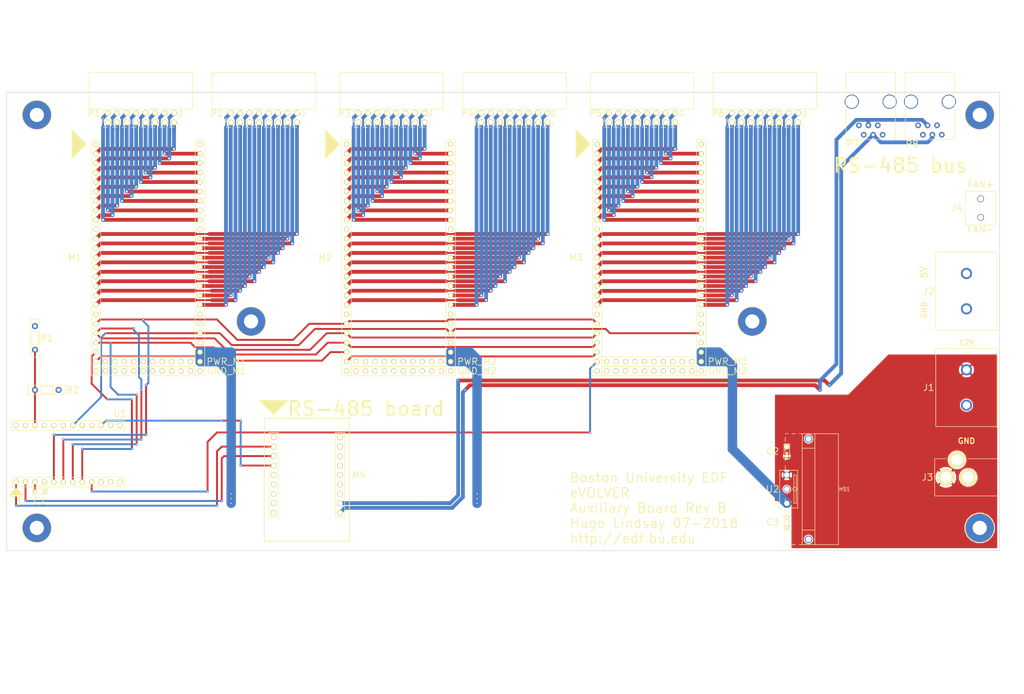
<source format=kicad_pcb>
(kicad_pcb (version 20171130) (host pcbnew "(5.1.8-0-10_14)")
  (layers (0 F.Cu signal hide) (1 In1.Cu power) (2 In2.Cu power) (31 B.Cu signal) (34 B.Paste user hide) (35 F.Paste user hide) (36 B.SilkS user) (37 F.SilkS user) (38 B.Mask user) (39 F.Mask user) (44 Edge.Cuts user))
  (net 0 "")
  (net 1 GND)
  (net 2 +5V)
  (net 3 /B)
  (net 4 /A)
  (net 5 "Net-(M1-Pad44)")
  (net 6 /BLANK)
  (net 7 /M1_3V3)
  (net 8 /PUMP+15)
  (net 9 /PUMP-15)
  (net 10 /PUMP+13)
  (net 11 /PUMP-13)
  (net 12 /PUMP+11)
  (net 13 /PUMP-11)
  (net 14 /PUMP+09)
  (net 15 /PUMP-09)
  (net 16 /PUMP+07)
  (net 17 /PUMP-07)
  (net 18 /PUMP+05)
  (net 19 /PUMP-05)
  (net 20 /PUMP+03)
  (net 21 /PUMP-03)
  (net 22 /PUMP+01)
  (net 23 /PUMP-01)
  (net 24 /PUMP-00)
  (net 25 /PUMP+00)
  (net 26 /PUMP-02)
  (net 27 /PUMP+02)
  (net 28 /PUMP-04)
  (net 29 /PUMP+04)
  (net 30 /PUMP-06)
  (net 31 /PUMP+06)
  (net 32 /PUMP-08)
  (net 33 /PUMP+08)
  (net 34 /PUMP-10)
  (net 35 /PUMP+10)
  (net 36 /PUMP-12)
  (net 37 /PUMP+12)
  (net 38 /PUMP-14)
  (net 39 /PUMP+14)
  (net 40 /GSCLK)
  (net 41 /XLAT)
  (net 42 /SCLK)
  (net 43 /SIN)
  (net 44 /M1_SOUT)
  (net 45 "Net-(M2-Pad44)")
  (net 46 /M2_3V3)
  (net 47 /PUMP+31)
  (net 48 /PUMP-31)
  (net 49 /PUMP+29)
  (net 50 /PUMP-29)
  (net 51 /PUMP+27)
  (net 52 /PUMP-27)
  (net 53 /PUMP+25)
  (net 54 /PUMP-25)
  (net 55 /PUMP+23)
  (net 56 /PUMP-23)
  (net 57 /PUMP+21)
  (net 58 /PUMP-21)
  (net 59 /PUMP+19)
  (net 60 /PUMP-19)
  (net 61 /PUMP+17)
  (net 62 /PUMP-17)
  (net 63 /PUMP-16)
  (net 64 /PUMP+16)
  (net 65 /PUMP-18)
  (net 66 /PUMP+18)
  (net 67 /PUMP-20)
  (net 68 /PUMP+20)
  (net 69 /PUMP-22)
  (net 70 /PUMP+22)
  (net 71 /PUMP-24)
  (net 72 /PUMP+24)
  (net 73 /PUMP-26)
  (net 74 /PUMP+26)
  (net 75 /PUMP-28)
  (net 76 /PUMP+28)
  (net 77 /PUMP-30)
  (net 78 /PUMP+30)
  (net 79 /M2_SOUT)
  (net 80 "Net-(M3-Pad44)")
  (net 81 /M3_3V3)
  (net 82 /PUMP+47)
  (net 83 /PUMP-47)
  (net 84 /PUMP+45)
  (net 85 /PUMP-45)
  (net 86 /PUMP+43)
  (net 87 /PUMP-43)
  (net 88 /PUMP+41)
  (net 89 /PUMP-41)
  (net 90 /PUMP+39)
  (net 91 /PUMP-39)
  (net 92 /PUMP+37)
  (net 93 /PUMP-37)
  (net 94 /PUMP+35)
  (net 95 /PUMP-35)
  (net 96 /PUMP+33)
  (net 97 /PUMP-33)
  (net 98 /PUMP-32)
  (net 99 /PUMP+32)
  (net 100 /PUMP-34)
  (net 101 /PUMP+34)
  (net 102 /PUMP-36)
  (net 103 /PUMP+36)
  (net 104 /PUMP-38)
  (net 105 /PUMP+38)
  (net 106 /PUMP-40)
  (net 107 /PUMP+40)
  (net 108 /PUMP-42)
  (net 109 /PUMP+42)
  (net 110 /PUMP-44)
  (net 111 /PUMP+44)
  (net 112 /PUMP-46)
  (net 113 /PUMP+46)
  (net 114 /M3_SOUT)
  (net 115 "Net-(M4-Pad13)")
  (net 116 "Net-(M4-Pad11)")
  (net 117 "Net-(M4-Pad9)")
  (net 118 /UC_D12)
  (net 119 /UC_RX)
  (net 120 /UC_TX)
  (net 121 "Net-(M4-Pad4)")
  (net 122 "Net-(M4-Pad6)")
  (net 123 "Net-(M4-Pad8)")
  (net 124 "Net-(M4-Pad10)")
  (net 125 "Net-(M4-Pad12)")
  (net 126 "Net-(M4-Pad14)")
  (net 127 /UC_D10)
  (net 128 /UC_D11)
  (net 129 /UC_D13)
  (net 130 /UC_A0)
  (net 131 /UC_A2)
  (net 132 "Net-(U1-Pad8)")
  (net 133 /UC_A3)
  (net 134 /UC_NRST)
  (net 135 /UC_D7)
  (net 136 /UC_D8)
  (net 137 /UC_D9)
  (net 138 "Net-(R1-Pad2)")
  (net 139 +12V)
  (net 140 "Net-(MH1-Pad1)")
  (net 141 "Net-(MH2-Pad1)")
  (net 142 "Net-(MH3-Pad1)")
  (net 143 "Net-(MH4-Pad1)")
  (net 144 "Net-(MH5-Pad1)")
  (net 145 "Net-(MH6-Pad1)")
  (module mods:50_pin_10in (layer F.Cu) (at 117.983 81.28)
    (fp_text reference M2 (at -19.685 0) (layer F.SilkS) (effects (font (size 1.778 1.778) (thickness 0.2159))))
    (fp_text value CONN_02X25 hide)
    (pad 50 thru_hole circle (at 13.97 30.48 270) (size 1.397 1.397) (drill 0.8128) (layers *.Cu *.Mask F.SilkS) (net 1 GND))
    (pad 48 thru_hole circle (at 13.97 27.94 270) (size 1.397 1.397) (drill 0.8128) (layers *.Cu *.Mask F.SilkS) (net 2 +5V))
    (pad 46 thru_hole circle (at 13.97 25.4 270) (size 1.397 1.397) (drill 0.8128) (layers *.Cu *.Mask F.SilkS) (net 2 +5V))
    (pad 44 thru_hole circle (at 13.97 22.86 270) (size 1.397 1.397) (drill 0.8128) (layers *.Cu *.Mask F.SilkS) (net 45 "Net-(M2-Pad44)"))
    (pad 42 thru_hole circle (at 13.97 20.32 270) (size 1.397 1.397) (drill 0.8128) (layers *.Cu *.Mask F.SilkS) (net 6 /BLANK))
    (pad 40 thru_hole circle (at 13.97 17.78 270) (size 1.397 1.397) (drill 0.8128) (layers *.Cu *.Mask F.SilkS) (net 46 /M2_3V3))
    (pad 38 thru_hole circle (at 13.97 15.24 270) (size 1.397 1.397) (drill 0.8128) (layers *.Cu *.Mask F.SilkS) (net 1 GND))
    (pad 36 thru_hole circle (at 13.97 12.7 270) (size 1.397 1.397) (drill 0.8128) (layers *.Cu *.Mask F.SilkS) (net 47 /PUMP+31))
    (pad 34 thru_hole circle (at 13.97 10.16 270) (size 1.397 1.397) (drill 0.8128) (layers *.Cu *.Mask F.SilkS) (net 48 /PUMP-31))
    (pad 32 thru_hole circle (at 13.97 7.62 270) (size 1.397 1.397) (drill 0.8128) (layers *.Cu *.Mask F.SilkS) (net 49 /PUMP+29))
    (pad 30 thru_hole circle (at 13.97 5.08 270) (size 1.397 1.397) (drill 0.8128) (layers *.Cu *.Mask F.SilkS) (net 50 /PUMP-29))
    (pad 28 thru_hole circle (at 13.97 2.54 270) (size 1.397 1.397) (drill 0.8128) (layers *.Cu *.Mask F.SilkS) (net 51 /PUMP+27))
    (pad 26 thru_hole circle (at 13.97 0 270) (size 1.397 1.397) (drill 0.8128) (layers *.Cu *.Mask F.SilkS) (net 52 /PUMP-27))
    (pad 24 thru_hole circle (at 13.97 -2.54 270) (size 1.397 1.397) (drill 0.8128) (layers *.Cu *.Mask F.SilkS) (net 53 /PUMP+25))
    (pad 22 thru_hole circle (at 13.97 -5.08 270) (size 1.397 1.397) (drill 0.8128) (layers *.Cu *.Mask F.SilkS) (net 54 /PUMP-25))
    (pad 20 thru_hole circle (at 13.97 -7.62 270) (size 1.397 1.397) (drill 0.8128) (layers *.Cu *.Mask F.SilkS) (net 1 GND))
    (pad 18 thru_hole circle (at 13.97 -10.16 270) (size 1.397 1.397) (drill 0.8128) (layers *.Cu *.Mask F.SilkS) (net 55 /PUMP+23))
    (pad 16 thru_hole circle (at 13.97 -12.7 270) (size 1.397 1.397) (drill 0.8128) (layers *.Cu *.Mask F.SilkS) (net 56 /PUMP-23))
    (pad 14 thru_hole circle (at 13.97 -15.24 270) (size 1.397 1.397) (drill 0.8128) (layers *.Cu *.Mask F.SilkS) (net 57 /PUMP+21))
    (pad 12 thru_hole circle (at 13.97 -17.78 270) (size 1.397 1.397) (drill 0.8128) (layers *.Cu *.Mask F.SilkS) (net 58 /PUMP-21))
    (pad 10 thru_hole circle (at 13.97 -20.32 270) (size 1.397 1.397) (drill 0.8128) (layers *.Cu *.Mask F.SilkS) (net 59 /PUMP+19))
    (pad 8 thru_hole circle (at 13.97 -22.86 270) (size 1.397 1.397) (drill 0.8128) (layers *.Cu *.Mask F.SilkS) (net 60 /PUMP-19))
    (pad 6 thru_hole circle (at 13.97 -25.4 270) (size 1.397 1.397) (drill 0.8128) (layers *.Cu *.Mask F.SilkS) (net 61 /PUMP+17))
    (pad 4 thru_hole circle (at 13.97 -27.94 270) (size 1.397 1.397) (drill 0.8128) (layers *.Cu *.Mask F.SilkS) (net 62 /PUMP-17))
    (pad 2 thru_hole circle (at 13.97 -30.48 270) (size 1.397 1.397) (drill 0.8128) (layers *.Cu *.Mask F.SilkS) (net 1 GND))
    (pad 1 thru_hole circle (at -13.97 -30.48 270) (size 1.397 1.397) (drill 0.8128) (layers *.Cu *.Mask F.SilkS) (net 1 GND))
    (pad 3 thru_hole circle (at -13.97 -27.94 270) (size 1.397 1.397) (drill 0.8128) (layers *.Cu *.Mask F.SilkS) (net 63 /PUMP-16))
    (pad 5 thru_hole circle (at -13.97 -25.4 270) (size 1.397 1.397) (drill 0.8128) (layers *.Cu *.Mask F.SilkS) (net 64 /PUMP+16))
    (pad 7 thru_hole circle (at -13.97 -22.86 270) (size 1.397 1.397) (drill 0.8128) (layers *.Cu *.Mask F.SilkS) (net 65 /PUMP-18))
    (pad 9 thru_hole circle (at -13.97 -20.32 270) (size 1.397 1.397) (drill 0.8128) (layers *.Cu *.Mask F.SilkS) (net 66 /PUMP+18))
    (pad 11 thru_hole circle (at -13.97 -17.78 270) (size 1.397 1.397) (drill 0.8128) (layers *.Cu *.Mask F.SilkS) (net 67 /PUMP-20))
    (pad 13 thru_hole circle (at -13.97 -15.24 270) (size 1.397 1.397) (drill 0.8128) (layers *.Cu *.Mask F.SilkS) (net 68 /PUMP+20))
    (pad 15 thru_hole circle (at -13.97 -12.7 270) (size 1.397 1.397) (drill 0.8128) (layers *.Cu *.Mask F.SilkS) (net 69 /PUMP-22))
    (pad 17 thru_hole circle (at -13.97 -10.16 270) (size 1.397 1.397) (drill 0.8128) (layers *.Cu *.Mask F.SilkS) (net 70 /PUMP+22))
    (pad 19 thru_hole circle (at -13.97 -7.62 270) (size 1.397 1.397) (drill 0.8128) (layers *.Cu *.Mask F.SilkS) (net 1 GND))
    (pad 21 thru_hole circle (at -13.97 -5.08 270) (size 1.397 1.397) (drill 0.8128) (layers *.Cu *.Mask F.SilkS) (net 71 /PUMP-24))
    (pad 23 thru_hole circle (at -13.97 -2.54 270) (size 1.397 1.397) (drill 0.8128) (layers *.Cu *.Mask F.SilkS) (net 72 /PUMP+24))
    (pad 25 thru_hole circle (at -13.97 0 270) (size 1.397 1.397) (drill 0.8128) (layers *.Cu *.Mask F.SilkS) (net 73 /PUMP-26))
    (pad 27 thru_hole circle (at -13.97 2.54 270) (size 1.397 1.397) (drill 0.8128) (layers *.Cu *.Mask F.SilkS) (net 74 /PUMP+26))
    (pad 29 thru_hole circle (at -13.97 5.08 270) (size 1.397 1.397) (drill 0.8128) (layers *.Cu *.Mask F.SilkS) (net 75 /PUMP-28))
    (pad 31 thru_hole circle (at -13.97 7.62 270) (size 1.397 1.397) (drill 0.8128) (layers *.Cu *.Mask F.SilkS) (net 76 /PUMP+28))
    (pad 33 thru_hole circle (at -13.97 10.16 270) (size 1.397 1.397) (drill 0.8128) (layers *.Cu *.Mask F.SilkS) (net 77 /PUMP-30))
    (pad 35 thru_hole circle (at -13.97 12.7 270) (size 1.397 1.397) (drill 0.8128) (layers *.Cu *.Mask F.SilkS) (net 78 /PUMP+30))
    (pad 37 thru_hole circle (at -13.97 15.24 270) (size 1.397 1.397) (drill 0.8128) (layers *.Cu *.Mask F.SilkS) (net 1 GND))
    (pad 39 thru_hole circle (at -13.97 17.78 270) (size 1.397 1.397) (drill 0.8128) (layers *.Cu *.Mask F.SilkS) (net 40 /GSCLK))
    (pad 41 thru_hole circle (at -13.97 20.32 270) (size 1.397 1.397) (drill 0.8128) (layers *.Cu *.Mask F.SilkS) (net 41 /XLAT))
    (pad 43 thru_hole circle (at -13.97 22.86 270) (size 1.397 1.397) (drill 0.8128) (layers *.Cu *.Mask F.SilkS) (net 42 /SCLK))
    (pad 45 thru_hole circle (at -13.97 25.4 270) (size 1.397 1.397) (drill 0.8128) (layers *.Cu *.Mask F.SilkS) (net 44 /M1_SOUT))
    (pad 47 thru_hole circle (at -13.97 27.94 270) (size 1.397 1.397) (drill 0.8128) (layers *.Cu *.Mask F.SilkS) (net 79 /M2_SOUT))
    (pad 49 thru_hole circle (at -13.97 30.48 270) (size 1.397 1.397) (drill 0.8128) (layers *.Cu *.Mask F.SilkS) (net 1 GND))
  )
  (module mods:50_pin_10in (layer F.Cu) (at 185.293 81.28)
    (fp_text reference M3 (at -19.685 0) (layer F.SilkS) (effects (font (size 1.778 1.778) (thickness 0.2159))))
    (fp_text value CONN_02X25 hide)
    (pad 50 thru_hole circle (at 13.97 30.48 270) (size 1.397 1.397) (drill 0.8128) (layers *.Cu *.Mask F.SilkS) (net 1 GND))
    (pad 48 thru_hole circle (at 13.97 27.94 270) (size 1.397 1.397) (drill 0.8128) (layers *.Cu *.Mask F.SilkS) (net 2 +5V))
    (pad 46 thru_hole circle (at 13.97 25.4 270) (size 1.397 1.397) (drill 0.8128) (layers *.Cu *.Mask F.SilkS) (net 2 +5V))
    (pad 44 thru_hole circle (at 13.97 22.86 270) (size 1.397 1.397) (drill 0.8128) (layers *.Cu *.Mask F.SilkS) (net 80 "Net-(M3-Pad44)"))
    (pad 42 thru_hole circle (at 13.97 20.32 270) (size 1.397 1.397) (drill 0.8128) (layers *.Cu *.Mask F.SilkS) (net 6 /BLANK))
    (pad 40 thru_hole circle (at 13.97 17.78 270) (size 1.397 1.397) (drill 0.8128) (layers *.Cu *.Mask F.SilkS) (net 81 /M3_3V3))
    (pad 38 thru_hole circle (at 13.97 15.24 270) (size 1.397 1.397) (drill 0.8128) (layers *.Cu *.Mask F.SilkS) (net 1 GND))
    (pad 36 thru_hole circle (at 13.97 12.7 270) (size 1.397 1.397) (drill 0.8128) (layers *.Cu *.Mask F.SilkS) (net 82 /PUMP+47))
    (pad 34 thru_hole circle (at 13.97 10.16 270) (size 1.397 1.397) (drill 0.8128) (layers *.Cu *.Mask F.SilkS) (net 83 /PUMP-47))
    (pad 32 thru_hole circle (at 13.97 7.62 270) (size 1.397 1.397) (drill 0.8128) (layers *.Cu *.Mask F.SilkS) (net 84 /PUMP+45))
    (pad 30 thru_hole circle (at 13.97 5.08 270) (size 1.397 1.397) (drill 0.8128) (layers *.Cu *.Mask F.SilkS) (net 85 /PUMP-45))
    (pad 28 thru_hole circle (at 13.97 2.54 270) (size 1.397 1.397) (drill 0.8128) (layers *.Cu *.Mask F.SilkS) (net 86 /PUMP+43))
    (pad 26 thru_hole circle (at 13.97 0 270) (size 1.397 1.397) (drill 0.8128) (layers *.Cu *.Mask F.SilkS) (net 87 /PUMP-43))
    (pad 24 thru_hole circle (at 13.97 -2.54 270) (size 1.397 1.397) (drill 0.8128) (layers *.Cu *.Mask F.SilkS) (net 88 /PUMP+41))
    (pad 22 thru_hole circle (at 13.97 -5.08 270) (size 1.397 1.397) (drill 0.8128) (layers *.Cu *.Mask F.SilkS) (net 89 /PUMP-41))
    (pad 20 thru_hole circle (at 13.97 -7.62 270) (size 1.397 1.397) (drill 0.8128) (layers *.Cu *.Mask F.SilkS) (net 1 GND))
    (pad 18 thru_hole circle (at 13.97 -10.16 270) (size 1.397 1.397) (drill 0.8128) (layers *.Cu *.Mask F.SilkS) (net 90 /PUMP+39))
    (pad 16 thru_hole circle (at 13.97 -12.7 270) (size 1.397 1.397) (drill 0.8128) (layers *.Cu *.Mask F.SilkS) (net 91 /PUMP-39))
    (pad 14 thru_hole circle (at 13.97 -15.24 270) (size 1.397 1.397) (drill 0.8128) (layers *.Cu *.Mask F.SilkS) (net 92 /PUMP+37))
    (pad 12 thru_hole circle (at 13.97 -17.78 270) (size 1.397 1.397) (drill 0.8128) (layers *.Cu *.Mask F.SilkS) (net 93 /PUMP-37))
    (pad 10 thru_hole circle (at 13.97 -20.32 270) (size 1.397 1.397) (drill 0.8128) (layers *.Cu *.Mask F.SilkS) (net 94 /PUMP+35))
    (pad 8 thru_hole circle (at 13.97 -22.86 270) (size 1.397 1.397) (drill 0.8128) (layers *.Cu *.Mask F.SilkS) (net 95 /PUMP-35))
    (pad 6 thru_hole circle (at 13.97 -25.4 270) (size 1.397 1.397) (drill 0.8128) (layers *.Cu *.Mask F.SilkS) (net 96 /PUMP+33))
    (pad 4 thru_hole circle (at 13.97 -27.94 270) (size 1.397 1.397) (drill 0.8128) (layers *.Cu *.Mask F.SilkS) (net 97 /PUMP-33))
    (pad 2 thru_hole circle (at 13.97 -30.48 270) (size 1.397 1.397) (drill 0.8128) (layers *.Cu *.Mask F.SilkS) (net 1 GND))
    (pad 1 thru_hole circle (at -13.97 -30.48 270) (size 1.397 1.397) (drill 0.8128) (layers *.Cu *.Mask F.SilkS) (net 1 GND))
    (pad 3 thru_hole circle (at -13.97 -27.94 270) (size 1.397 1.397) (drill 0.8128) (layers *.Cu *.Mask F.SilkS) (net 98 /PUMP-32))
    (pad 5 thru_hole circle (at -13.97 -25.4 270) (size 1.397 1.397) (drill 0.8128) (layers *.Cu *.Mask F.SilkS) (net 99 /PUMP+32))
    (pad 7 thru_hole circle (at -13.97 -22.86 270) (size 1.397 1.397) (drill 0.8128) (layers *.Cu *.Mask F.SilkS) (net 100 /PUMP-34))
    (pad 9 thru_hole circle (at -13.97 -20.32 270) (size 1.397 1.397) (drill 0.8128) (layers *.Cu *.Mask F.SilkS) (net 101 /PUMP+34))
    (pad 11 thru_hole circle (at -13.97 -17.78 270) (size 1.397 1.397) (drill 0.8128) (layers *.Cu *.Mask F.SilkS) (net 102 /PUMP-36))
    (pad 13 thru_hole circle (at -13.97 -15.24 270) (size 1.397 1.397) (drill 0.8128) (layers *.Cu *.Mask F.SilkS) (net 103 /PUMP+36))
    (pad 15 thru_hole circle (at -13.97 -12.7 270) (size 1.397 1.397) (drill 0.8128) (layers *.Cu *.Mask F.SilkS) (net 104 /PUMP-38))
    (pad 17 thru_hole circle (at -13.97 -10.16 270) (size 1.397 1.397) (drill 0.8128) (layers *.Cu *.Mask F.SilkS) (net 105 /PUMP+38))
    (pad 19 thru_hole circle (at -13.97 -7.62 270) (size 1.397 1.397) (drill 0.8128) (layers *.Cu *.Mask F.SilkS) (net 1 GND))
    (pad 21 thru_hole circle (at -13.97 -5.08 270) (size 1.397 1.397) (drill 0.8128) (layers *.Cu *.Mask F.SilkS) (net 106 /PUMP-40))
    (pad 23 thru_hole circle (at -13.97 -2.54 270) (size 1.397 1.397) (drill 0.8128) (layers *.Cu *.Mask F.SilkS) (net 107 /PUMP+40))
    (pad 25 thru_hole circle (at -13.97 0 270) (size 1.397 1.397) (drill 0.8128) (layers *.Cu *.Mask F.SilkS) (net 108 /PUMP-42))
    (pad 27 thru_hole circle (at -13.97 2.54 270) (size 1.397 1.397) (drill 0.8128) (layers *.Cu *.Mask F.SilkS) (net 109 /PUMP+42))
    (pad 29 thru_hole circle (at -13.97 5.08 270) (size 1.397 1.397) (drill 0.8128) (layers *.Cu *.Mask F.SilkS) (net 110 /PUMP-44))
    (pad 31 thru_hole circle (at -13.97 7.62 270) (size 1.397 1.397) (drill 0.8128) (layers *.Cu *.Mask F.SilkS) (net 111 /PUMP+44))
    (pad 33 thru_hole circle (at -13.97 10.16 270) (size 1.397 1.397) (drill 0.8128) (layers *.Cu *.Mask F.SilkS) (net 112 /PUMP-46))
    (pad 35 thru_hole circle (at -13.97 12.7 270) (size 1.397 1.397) (drill 0.8128) (layers *.Cu *.Mask F.SilkS) (net 113 /PUMP+46))
    (pad 37 thru_hole circle (at -13.97 15.24 270) (size 1.397 1.397) (drill 0.8128) (layers *.Cu *.Mask F.SilkS) (net 1 GND))
    (pad 39 thru_hole circle (at -13.97 17.78 270) (size 1.397 1.397) (drill 0.8128) (layers *.Cu *.Mask F.SilkS) (net 40 /GSCLK))
    (pad 41 thru_hole circle (at -13.97 20.32 270) (size 1.397 1.397) (drill 0.8128) (layers *.Cu *.Mask F.SilkS) (net 41 /XLAT))
    (pad 43 thru_hole circle (at -13.97 22.86 270) (size 1.397 1.397) (drill 0.8128) (layers *.Cu *.Mask F.SilkS) (net 42 /SCLK))
    (pad 45 thru_hole circle (at -13.97 25.4 270) (size 1.397 1.397) (drill 0.8128) (layers *.Cu *.Mask F.SilkS) (net 79 /M2_SOUT))
    (pad 47 thru_hole circle (at -13.97 27.94 270) (size 1.397 1.397) (drill 0.8128) (layers *.Cu *.Mask F.SilkS) (net 114 /M3_SOUT))
    (pad 49 thru_hole circle (at -13.97 30.48 270) (size 1.397 1.397) (drill 0.8128) (layers *.Cu *.Mask F.SilkS) (net 1 GND))
  )
  (module mods:2x_9_pin_10in (layer F.Cu) (at 93.345 139.7)
    (fp_text reference M4 (at 13.97 0) (layer F.SilkS) (effects (font (size 1.778 1.778) (thickness 0.2159))))
    (fp_text value CONN_02X09 hide)
    (pad 17 thru_hole circle (at -8.89 10.16 270) (size 1.524 1.524) (drill 1.016) (layers *.Cu *.Mask F.SilkS) (net 1 GND))
    (pad 15 thru_hole circle (at -8.89 7.62 270) (size 1.524 1.524) (drill 1.016) (layers *.Cu *.Mask F.SilkS) (net 2 +5V))
    (pad 13 thru_hole circle (at -8.89 5.08 270) (size 1.524 1.524) (drill 1.016) (layers *.Cu *.Mask F.SilkS) (net 115 "Net-(M4-Pad13)"))
    (pad 11 thru_hole circle (at -8.89 2.54 270) (size 1.524 1.524) (drill 1.016) (layers *.Cu *.Mask F.SilkS) (net 116 "Net-(M4-Pad11)"))
    (pad 9 thru_hole circle (at -8.89 0 270) (size 1.524 1.524) (drill 1.016) (layers *.Cu *.Mask F.SilkS) (net 117 "Net-(M4-Pad9)"))
    (pad 7 thru_hole circle (at -8.89 -2.54 270) (size 1.524 1.524) (drill 1.016) (layers *.Cu *.Mask F.SilkS) (net 118 /UC_D12))
    (pad 5 thru_hole circle (at -8.89 -5.08 270) (size 1.524 1.524) (drill 1.016) (layers *.Cu *.Mask F.SilkS) (net 119 /UC_RX))
    (pad 3 thru_hole circle (at -8.89 -7.62 270) (size 1.524 1.524) (drill 1.016) (layers *.Cu *.Mask F.SilkS) (net 120 /UC_TX))
    (pad 1 thru_hole circle (at -8.89 -10.16 270) (size 1.524 1.524) (drill 1.016) (layers *.Cu *.Mask F.SilkS) (net 1 GND))
    (pad 2 thru_hole circle (at 8.89 -10.16 270) (size 1.524 1.524) (drill 1.016) (layers *.Cu *.Mask F.SilkS) (net 1 GND))
    (pad 4 thru_hole circle (at 8.89 -7.62 270) (size 1.524 1.524) (drill 1.016) (layers *.Cu *.Mask F.SilkS) (net 121 "Net-(M4-Pad4)"))
    (pad 6 thru_hole circle (at 8.89 -5.08 270) (size 1.524 1.524) (drill 1.016) (layers *.Cu *.Mask F.SilkS) (net 122 "Net-(M4-Pad6)"))
    (pad 8 thru_hole circle (at 8.89 -2.54 270) (size 1.524 1.524) (drill 1.016) (layers *.Cu *.Mask F.SilkS) (net 123 "Net-(M4-Pad8)"))
    (pad 10 thru_hole circle (at 8.89 0 270) (size 1.524 1.524) (drill 1.016) (layers *.Cu *.Mask F.SilkS) (net 124 "Net-(M4-Pad10)"))
    (pad 12 thru_hole circle (at 8.89 2.54 270) (size 1.524 1.524) (drill 1.016) (layers *.Cu *.Mask F.SilkS) (net 125 "Net-(M4-Pad12)"))
    (pad 14 thru_hole circle (at 8.89 5.08 270) (size 1.524 1.524) (drill 1.016) (layers *.Cu *.Mask F.SilkS) (net 126 "Net-(M4-Pad14)"))
    (pad 16 thru_hole circle (at 8.89 7.62 270) (size 1.524 1.524) (drill 1.016) (layers *.Cu *.Mask F.SilkS) (net 4 /A))
    (pad 18 thru_hole circle (at 8.89 10.16 270) (size 1.524 1.524) (drill 1.016) (layers *.Cu *.Mask F.SilkS) (net 3 /B))
  )
  (module mods:50_pin_10in (layer F.Cu) (at 50.673 81.28)
    (fp_text reference M1 (at -19.685 0) (layer F.SilkS) (effects (font (size 1.778 1.778) (thickness 0.2159))))
    (fp_text value CONN_02X25 hide)
    (pad 50 thru_hole circle (at 13.97 30.48 270) (size 1.397 1.397) (drill 0.8128) (layers *.Cu *.Mask F.SilkS) (net 1 GND))
    (pad 48 thru_hole circle (at 13.97 27.94 270) (size 1.397 1.397) (drill 0.8128) (layers *.Cu *.Mask F.SilkS) (net 2 +5V))
    (pad 46 thru_hole circle (at 13.97 25.4 270) (size 1.397 1.397) (drill 0.8128) (layers *.Cu *.Mask F.SilkS) (net 2 +5V))
    (pad 44 thru_hole circle (at 13.97 22.86 270) (size 1.397 1.397) (drill 0.8128) (layers *.Cu *.Mask F.SilkS) (net 5 "Net-(M1-Pad44)"))
    (pad 42 thru_hole circle (at 13.97 20.32 270) (size 1.397 1.397) (drill 0.8128) (layers *.Cu *.Mask F.SilkS) (net 6 /BLANK))
    (pad 40 thru_hole circle (at 13.97 17.78 270) (size 1.397 1.397) (drill 0.8128) (layers *.Cu *.Mask F.SilkS) (net 7 /M1_3V3))
    (pad 38 thru_hole circle (at 13.97 15.24 270) (size 1.397 1.397) (drill 0.8128) (layers *.Cu *.Mask F.SilkS) (net 1 GND))
    (pad 36 thru_hole circle (at 13.97 12.7 270) (size 1.397 1.397) (drill 0.8128) (layers *.Cu *.Mask F.SilkS) (net 8 /PUMP+15))
    (pad 34 thru_hole circle (at 13.97 10.16 270) (size 1.397 1.397) (drill 0.8128) (layers *.Cu *.Mask F.SilkS) (net 9 /PUMP-15))
    (pad 32 thru_hole circle (at 13.97 7.62 270) (size 1.397 1.397) (drill 0.8128) (layers *.Cu *.Mask F.SilkS) (net 10 /PUMP+13))
    (pad 30 thru_hole circle (at 13.97 5.08 270) (size 1.397 1.397) (drill 0.8128) (layers *.Cu *.Mask F.SilkS) (net 11 /PUMP-13))
    (pad 28 thru_hole circle (at 13.97 2.54 270) (size 1.397 1.397) (drill 0.8128) (layers *.Cu *.Mask F.SilkS) (net 12 /PUMP+11))
    (pad 26 thru_hole circle (at 13.97 0 270) (size 1.397 1.397) (drill 0.8128) (layers *.Cu *.Mask F.SilkS) (net 13 /PUMP-11))
    (pad 24 thru_hole circle (at 13.97 -2.54 270) (size 1.397 1.397) (drill 0.8128) (layers *.Cu *.Mask F.SilkS) (net 14 /PUMP+09))
    (pad 22 thru_hole circle (at 13.97 -5.08 270) (size 1.397 1.397) (drill 0.8128) (layers *.Cu *.Mask F.SilkS) (net 15 /PUMP-09))
    (pad 20 thru_hole circle (at 13.97 -7.62 270) (size 1.397 1.397) (drill 0.8128) (layers *.Cu *.Mask F.SilkS) (net 1 GND))
    (pad 18 thru_hole circle (at 13.97 -10.16 270) (size 1.397 1.397) (drill 0.8128) (layers *.Cu *.Mask F.SilkS) (net 16 /PUMP+07))
    (pad 16 thru_hole circle (at 13.97 -12.7 270) (size 1.397 1.397) (drill 0.8128) (layers *.Cu *.Mask F.SilkS) (net 17 /PUMP-07))
    (pad 14 thru_hole circle (at 13.97 -15.24 270) (size 1.397 1.397) (drill 0.8128) (layers *.Cu *.Mask F.SilkS) (net 18 /PUMP+05))
    (pad 12 thru_hole circle (at 13.97 -17.78 270) (size 1.397 1.397) (drill 0.8128) (layers *.Cu *.Mask F.SilkS) (net 19 /PUMP-05))
    (pad 10 thru_hole circle (at 13.97 -20.32 270) (size 1.397 1.397) (drill 0.8128) (layers *.Cu *.Mask F.SilkS) (net 20 /PUMP+03))
    (pad 8 thru_hole circle (at 13.97 -22.86 270) (size 1.397 1.397) (drill 0.8128) (layers *.Cu *.Mask F.SilkS) (net 21 /PUMP-03))
    (pad 6 thru_hole circle (at 13.97 -25.4 270) (size 1.397 1.397) (drill 0.8128) (layers *.Cu *.Mask F.SilkS) (net 22 /PUMP+01))
    (pad 4 thru_hole circle (at 13.97 -27.94 270) (size 1.397 1.397) (drill 0.8128) (layers *.Cu *.Mask F.SilkS) (net 23 /PUMP-01))
    (pad 2 thru_hole circle (at 13.97 -30.48 270) (size 1.397 1.397) (drill 0.8128) (layers *.Cu *.Mask F.SilkS) (net 1 GND))
    (pad 1 thru_hole circle (at -13.97 -30.48 270) (size 1.397 1.397) (drill 0.8128) (layers *.Cu *.Mask F.SilkS) (net 1 GND))
    (pad 3 thru_hole circle (at -13.97 -27.94 270) (size 1.397 1.397) (drill 0.8128) (layers *.Cu *.Mask F.SilkS) (net 24 /PUMP-00))
    (pad 5 thru_hole circle (at -13.97 -25.4 270) (size 1.397 1.397) (drill 0.8128) (layers *.Cu *.Mask F.SilkS) (net 25 /PUMP+00))
    (pad 7 thru_hole circle (at -13.97 -22.86 270) (size 1.397 1.397) (drill 0.8128) (layers *.Cu *.Mask F.SilkS) (net 26 /PUMP-02))
    (pad 9 thru_hole circle (at -13.97 -20.32 270) (size 1.397 1.397) (drill 0.8128) (layers *.Cu *.Mask F.SilkS) (net 27 /PUMP+02))
    (pad 11 thru_hole circle (at -13.97 -17.78 270) (size 1.397 1.397) (drill 0.8128) (layers *.Cu *.Mask F.SilkS) (net 28 /PUMP-04))
    (pad 13 thru_hole circle (at -13.97 -15.24 270) (size 1.397 1.397) (drill 0.8128) (layers *.Cu *.Mask F.SilkS) (net 29 /PUMP+04))
    (pad 15 thru_hole circle (at -13.97 -12.7 270) (size 1.397 1.397) (drill 0.8128) (layers *.Cu *.Mask F.SilkS) (net 30 /PUMP-06))
    (pad 17 thru_hole circle (at -13.97 -10.16 270) (size 1.397 1.397) (drill 0.8128) (layers *.Cu *.Mask F.SilkS) (net 31 /PUMP+06))
    (pad 19 thru_hole circle (at -13.97 -7.62 270) (size 1.397 1.397) (drill 0.8128) (layers *.Cu *.Mask F.SilkS) (net 1 GND))
    (pad 21 thru_hole circle (at -13.97 -5.08 270) (size 1.397 1.397) (drill 0.8128) (layers *.Cu *.Mask F.SilkS) (net 32 /PUMP-08))
    (pad 23 thru_hole circle (at -13.97 -2.54 270) (size 1.397 1.397) (drill 0.8128) (layers *.Cu *.Mask F.SilkS) (net 33 /PUMP+08))
    (pad 25 thru_hole circle (at -13.97 0 270) (size 1.397 1.397) (drill 0.8128) (layers *.Cu *.Mask F.SilkS) (net 34 /PUMP-10))
    (pad 27 thru_hole circle (at -13.97 2.54 270) (size 1.397 1.397) (drill 0.8128) (layers *.Cu *.Mask F.SilkS) (net 35 /PUMP+10))
    (pad 29 thru_hole circle (at -13.97 5.08 270) (size 1.397 1.397) (drill 0.8128) (layers *.Cu *.Mask F.SilkS) (net 36 /PUMP-12))
    (pad 31 thru_hole circle (at -13.97 7.62 270) (size 1.397 1.397) (drill 0.8128) (layers *.Cu *.Mask F.SilkS) (net 37 /PUMP+12))
    (pad 33 thru_hole circle (at -13.97 10.16 270) (size 1.397 1.397) (drill 0.8128) (layers *.Cu *.Mask F.SilkS) (net 38 /PUMP-14))
    (pad 35 thru_hole circle (at -13.97 12.7 270) (size 1.397 1.397) (drill 0.8128) (layers *.Cu *.Mask F.SilkS) (net 39 /PUMP+14))
    (pad 37 thru_hole circle (at -13.97 15.24 270) (size 1.397 1.397) (drill 0.8128) (layers *.Cu *.Mask F.SilkS) (net 1 GND))
    (pad 39 thru_hole circle (at -13.97 17.78 270) (size 1.397 1.397) (drill 0.8128) (layers *.Cu *.Mask F.SilkS) (net 40 /GSCLK))
    (pad 41 thru_hole circle (at -13.97 20.32 270) (size 1.397 1.397) (drill 0.8128) (layers *.Cu *.Mask F.SilkS) (net 41 /XLAT))
    (pad 43 thru_hole circle (at -13.97 22.86 270) (size 1.397 1.397) (drill 0.8128) (layers *.Cu *.Mask F.SilkS) (net 42 /SCLK))
    (pad 45 thru_hole circle (at -13.97 25.4 270) (size 1.397 1.397) (drill 0.8128) (layers *.Cu *.Mask F.SilkS) (net 43 /SIN))
    (pad 47 thru_hole circle (at -13.97 27.94 270) (size 1.397 1.397) (drill 0.8128) (layers *.Cu *.Mask F.SilkS) (net 44 /M1_SOUT))
    (pad 49 thru_hole circle (at -13.97 30.48 270) (size 1.397 1.397) (drill 0.8128) (layers *.Cu *.Mask F.SilkS) (net 1 GND))
  )
  (module mods:24_pin_10in (layer F.Cu) (at 29.21 133.985 90)
    (fp_text reference U1 (at 10.795 13.97 180) (layer F.SilkS) (effects (font (size 1.778 1.778) (thickness 0.2159))))
    (fp_text value CONN_02X12 hide)
    (pad 24 thru_hole circle (at 7.62 13.97) (size 1.397 1.397) (drill 0.8128) (layers *.Cu *.Mask F.SilkS) (net 127 /UC_D10))
    (pad 22 thru_hole circle (at 7.62 11.43) (size 1.397 1.397) (drill 0.8128) (layers *.Cu *.Mask F.SilkS) (net 128 /UC_D11))
    (pad 20 thru_hole circle (at 7.62 8.89) (size 1.397 1.397) (drill 0.8128) (layers *.Cu *.Mask F.SilkS) (net 118 /UC_D12))
    (pad 18 thru_hole circle (at 7.62 6.35) (size 1.397 1.397) (drill 0.8128) (layers *.Cu *.Mask F.SilkS) (net 129 /UC_D13))
    (pad 16 thru_hole circle (at 7.62 3.81) (size 1.397 1.397) (drill 0.8128) (layers *.Cu *.Mask F.SilkS) (net 130 /UC_A0))
    (pad 14 thru_hole circle (at 7.62 1.27) (size 1.397 1.397) (drill 0.8128) (layers *.Cu *.Mask F.SilkS) (net 6 /BLANK))
    (pad 12 thru_hole circle (at 7.62 -1.27) (size 1.397 1.397) (drill 0.8128) (layers *.Cu *.Mask F.SilkS) (net 131 /UC_A2))
    (pad 8 thru_hole circle (at 7.62 -6.35) (size 1.397 1.397) (drill 0.8128) (layers *.Cu *.Mask F.SilkS) (net 132 "Net-(U1-Pad8)"))
    (pad 6 thru_hole circle (at 7.62 -8.89) (size 1.397 1.397) (drill 0.8128) (layers *.Cu *.Mask F.SilkS) (net 138 "Net-(R1-Pad2)"))
    (pad 4 thru_hole circle (at 7.62 -11.43) (size 1.397 1.397) (drill 0.8128) (layers *.Cu *.Mask F.SilkS) (net 1 GND))
    (pad 2 thru_hole circle (at 7.62 -13.97) (size 1.397 1.397) (drill 0.8128) (layers *.Cu *.Mask F.SilkS) (net 2 +5V))
    (pad 10 thru_hole circle (at 7.62 -3.81) (size 1.397 1.397) (drill 0.8128) (layers *.Cu *.Mask F.SilkS) (net 133 /UC_A3))
    (pad 9 thru_hole circle (at -7.62 -3.81) (size 1.397 1.397) (drill 0.8128) (layers *.Cu *.Mask F.SilkS) (net 40 /GSCLK))
    (pad 1 thru_hole circle (at -7.62 -13.97) (size 1.397 1.397) (drill 0.8128) (layers *.Cu *.Mask F.SilkS) (net 120 /UC_TX))
    (pad 3 thru_hole circle (at -7.62 -11.43) (size 1.397 1.397) (drill 0.8128) (layers *.Cu *.Mask F.SilkS) (net 119 /UC_RX))
    (pad 5 thru_hole circle (at -7.62 -8.89) (size 1.397 1.397) (drill 0.8128) (layers *.Cu *.Mask F.SilkS) (net 134 /UC_NRST))
    (pad 7 thru_hole circle (at -7.62 -6.35) (size 1.397 1.397) (drill 0.8128) (layers *.Cu *.Mask F.SilkS) (net 1 GND))
    (pad 11 thru_hole circle (at -7.62 -1.27) (size 1.397 1.397) (drill 0.8128) (layers *.Cu *.Mask F.SilkS) (net 41 /XLAT))
    (pad 13 thru_hole circle (at -7.62 1.27) (size 1.397 1.397) (drill 0.8128) (layers *.Cu *.Mask F.SilkS) (net 42 /SCLK))
    (pad 15 thru_hole circle (at -7.62 3.81) (size 1.397 1.397) (drill 0.8128) (layers *.Cu *.Mask F.SilkS) (net 43 /SIN))
    (pad 17 thru_hole circle (at -7.62 6.35) (size 1.397 1.397) (drill 0.8128) (layers *.Cu *.Mask F.SilkS) (net 114 /M3_SOUT))
    (pad 19 thru_hole circle (at -7.62 8.89) (size 1.397 1.397) (drill 0.8128) (layers *.Cu *.Mask F.SilkS) (net 135 /UC_D7))
    (pad 21 thru_hole circle (at -7.62 11.43) (size 1.397 1.397) (drill 0.8128) (layers *.Cu *.Mask F.SilkS) (net 136 /UC_D8))
    (pad 23 thru_hole circle (at -7.62 13.97) (size 1.397 1.397) (drill 0.8128) (layers *.Cu *.Mask F.SilkS) (net 137 /UC_D9))
  )
  (module mods:10pin_tenth_in (layer F.Cu) (at 49.403 111.76)
    (fp_text reference GND_M1 (at 22.352 0) (layer F.SilkS) (effects (font (size 1.778 1.778) (thickness 0.2159))))
    (fp_text value CONN_01X10 hide)
    (pad 5 thru_hole circle (at 0 0) (size 1.397 1.397) (drill 0.8128) (layers *.Cu *.Mask F.SilkS) (net 1 GND))
    (pad 1 thru_hole circle (at -10.16 0) (size 1.397 1.397) (drill 0.8128) (layers *.Cu *.Mask F.SilkS) (net 1 GND))
    (pad 2 thru_hole circle (at -7.62 0) (size 1.397 1.397) (drill 0.8128) (layers *.Cu *.Mask F.SilkS) (net 1 GND))
    (pad 3 thru_hole circle (at -5.08 0) (size 1.397 1.397) (drill 0.8128) (layers *.Cu *.Mask F.SilkS) (net 1 GND))
    (pad 4 thru_hole circle (at -2.54 0) (size 1.397 1.397) (drill 0.8128) (layers *.Cu *.Mask F.SilkS) (net 1 GND))
    (pad 6 thru_hole circle (at 2.54 0) (size 1.397 1.397) (drill 0.8128) (layers *.Cu *.Mask F.SilkS) (net 1 GND))
    (pad 7 thru_hole circle (at 5.08 0) (size 1.397 1.397) (drill 0.8128) (layers *.Cu *.Mask F.SilkS) (net 1 GND))
    (pad 8 thru_hole circle (at 7.62 0) (size 1.397 1.397) (drill 0.8128) (layers *.Cu *.Mask F.SilkS) (net 1 GND))
    (pad 9 thru_hole circle (at 10.16 0) (size 1.397 1.397) (drill 0.8128) (layers *.Cu *.Mask F.SilkS) (net 1 GND))
    (pad 10 thru_hole circle (at 12.7 0) (size 1.397 1.397) (drill 0.8128) (layers *.Cu *.Mask F.SilkS) (net 1 GND))
  )
  (module mods:10pin_tenth_in (layer F.Cu) (at 116.713 111.76)
    (fp_text reference GND_M2 (at 22.352 0) (layer F.SilkS) (effects (font (size 1.778 1.778) (thickness 0.2159))))
    (fp_text value CONN_01X10 hide)
    (pad 5 thru_hole circle (at 0 0) (size 1.397 1.397) (drill 0.8128) (layers *.Cu *.Mask F.SilkS) (net 1 GND))
    (pad 1 thru_hole circle (at -10.16 0) (size 1.397 1.397) (drill 0.8128) (layers *.Cu *.Mask F.SilkS) (net 1 GND))
    (pad 2 thru_hole circle (at -7.62 0) (size 1.397 1.397) (drill 0.8128) (layers *.Cu *.Mask F.SilkS) (net 1 GND))
    (pad 3 thru_hole circle (at -5.08 0) (size 1.397 1.397) (drill 0.8128) (layers *.Cu *.Mask F.SilkS) (net 1 GND))
    (pad 4 thru_hole circle (at -2.54 0) (size 1.397 1.397) (drill 0.8128) (layers *.Cu *.Mask F.SilkS) (net 1 GND))
    (pad 6 thru_hole circle (at 2.54 0) (size 1.397 1.397) (drill 0.8128) (layers *.Cu *.Mask F.SilkS) (net 1 GND))
    (pad 7 thru_hole circle (at 5.08 0) (size 1.397 1.397) (drill 0.8128) (layers *.Cu *.Mask F.SilkS) (net 1 GND))
    (pad 8 thru_hole circle (at 7.62 0) (size 1.397 1.397) (drill 0.8128) (layers *.Cu *.Mask F.SilkS) (net 1 GND))
    (pad 9 thru_hole circle (at 10.16 0) (size 1.397 1.397) (drill 0.8128) (layers *.Cu *.Mask F.SilkS) (net 1 GND))
    (pad 10 thru_hole circle (at 12.7 0) (size 1.397 1.397) (drill 0.8128) (layers *.Cu *.Mask F.SilkS) (net 1 GND))
  )
  (module mods:10pin_tenth_in (layer F.Cu) (at 184.023 111.76)
    (fp_text reference GND_M3 (at 22.352 0) (layer F.SilkS) (effects (font (size 1.778 1.778) (thickness 0.2159))))
    (fp_text value CONN_01X10 hide)
    (pad 5 thru_hole circle (at 0 0) (size 1.397 1.397) (drill 0.8128) (layers *.Cu *.Mask F.SilkS) (net 1 GND))
    (pad 1 thru_hole circle (at -10.16 0) (size 1.397 1.397) (drill 0.8128) (layers *.Cu *.Mask F.SilkS) (net 1 GND))
    (pad 2 thru_hole circle (at -7.62 0) (size 1.397 1.397) (drill 0.8128) (layers *.Cu *.Mask F.SilkS) (net 1 GND))
    (pad 3 thru_hole circle (at -5.08 0) (size 1.397 1.397) (drill 0.8128) (layers *.Cu *.Mask F.SilkS) (net 1 GND))
    (pad 4 thru_hole circle (at -2.54 0) (size 1.397 1.397) (drill 0.8128) (layers *.Cu *.Mask F.SilkS) (net 1 GND))
    (pad 6 thru_hole circle (at 2.54 0) (size 1.397 1.397) (drill 0.8128) (layers *.Cu *.Mask F.SilkS) (net 1 GND))
    (pad 7 thru_hole circle (at 5.08 0) (size 1.397 1.397) (drill 0.8128) (layers *.Cu *.Mask F.SilkS) (net 1 GND))
    (pad 8 thru_hole circle (at 7.62 0) (size 1.397 1.397) (drill 0.8128) (layers *.Cu *.Mask F.SilkS) (net 1 GND))
    (pad 9 thru_hole circle (at 10.16 0) (size 1.397 1.397) (drill 0.8128) (layers *.Cu *.Mask F.SilkS) (net 1 GND))
    (pad 10 thru_hole circle (at 12.7 0) (size 1.397 1.397) (drill 0.8128) (layers *.Cu *.Mask F.SilkS) (net 1 GND))
  )
  (module mods:10pin_tenth_in (layer F.Cu) (at 49.403 109.22)
    (fp_text reference PWR_M1 (at 22.352 0) (layer F.SilkS) (effects (font (size 1.778 1.778) (thickness 0.2159))))
    (fp_text value CONN_01X10 hide)
    (pad 5 thru_hole circle (at 0 0) (size 1.397 1.397) (drill 0.8128) (layers *.Cu *.Mask F.SilkS) (net 139 +12V))
    (pad 1 thru_hole circle (at -10.16 0) (size 1.397 1.397) (drill 0.8128) (layers *.Cu *.Mask F.SilkS) (net 139 +12V))
    (pad 2 thru_hole circle (at -7.62 0) (size 1.397 1.397) (drill 0.8128) (layers *.Cu *.Mask F.SilkS) (net 139 +12V))
    (pad 3 thru_hole circle (at -5.08 0) (size 1.397 1.397) (drill 0.8128) (layers *.Cu *.Mask F.SilkS) (net 139 +12V))
    (pad 4 thru_hole circle (at -2.54 0) (size 1.397 1.397) (drill 0.8128) (layers *.Cu *.Mask F.SilkS) (net 139 +12V))
    (pad 6 thru_hole circle (at 2.54 0) (size 1.397 1.397) (drill 0.8128) (layers *.Cu *.Mask F.SilkS) (net 139 +12V))
    (pad 7 thru_hole circle (at 5.08 0) (size 1.397 1.397) (drill 0.8128) (layers *.Cu *.Mask F.SilkS) (net 139 +12V))
    (pad 8 thru_hole circle (at 7.62 0) (size 1.397 1.397) (drill 0.8128) (layers *.Cu *.Mask F.SilkS) (net 139 +12V))
    (pad 9 thru_hole circle (at 10.16 0) (size 1.397 1.397) (drill 0.8128) (layers *.Cu *.Mask F.SilkS) (net 139 +12V))
    (pad 10 thru_hole circle (at 12.7 0) (size 1.397 1.397) (drill 0.8128) (layers *.Cu *.Mask F.SilkS) (net 139 +12V))
  )
  (module mods:10pin_tenth_in (layer F.Cu) (at 116.713 109.22)
    (fp_text reference PWR_M2 (at 22.352 0) (layer F.SilkS) (effects (font (size 1.778 1.778) (thickness 0.2159))))
    (fp_text value CONN_01X10 hide)
    (pad 5 thru_hole circle (at 0 0) (size 1.397 1.397) (drill 0.8128) (layers *.Cu *.Mask F.SilkS) (net 139 +12V))
    (pad 1 thru_hole circle (at -10.16 0) (size 1.397 1.397) (drill 0.8128) (layers *.Cu *.Mask F.SilkS) (net 139 +12V))
    (pad 2 thru_hole circle (at -7.62 0) (size 1.397 1.397) (drill 0.8128) (layers *.Cu *.Mask F.SilkS) (net 139 +12V))
    (pad 3 thru_hole circle (at -5.08 0) (size 1.397 1.397) (drill 0.8128) (layers *.Cu *.Mask F.SilkS) (net 139 +12V))
    (pad 4 thru_hole circle (at -2.54 0) (size 1.397 1.397) (drill 0.8128) (layers *.Cu *.Mask F.SilkS) (net 139 +12V))
    (pad 6 thru_hole circle (at 2.54 0) (size 1.397 1.397) (drill 0.8128) (layers *.Cu *.Mask F.SilkS) (net 139 +12V))
    (pad 7 thru_hole circle (at 5.08 0) (size 1.397 1.397) (drill 0.8128) (layers *.Cu *.Mask F.SilkS) (net 139 +12V))
    (pad 8 thru_hole circle (at 7.62 0) (size 1.397 1.397) (drill 0.8128) (layers *.Cu *.Mask F.SilkS) (net 139 +12V))
    (pad 9 thru_hole circle (at 10.16 0) (size 1.397 1.397) (drill 0.8128) (layers *.Cu *.Mask F.SilkS) (net 139 +12V))
    (pad 10 thru_hole circle (at 12.7 0) (size 1.397 1.397) (drill 0.8128) (layers *.Cu *.Mask F.SilkS) (net 139 +12V))
  )
  (module mods:10pin_tenth_in (layer F.Cu) (at 184.023 109.22)
    (fp_text reference PWR_M3 (at 22.352 0) (layer F.SilkS) (effects (font (size 1.778 1.778) (thickness 0.2159))))
    (fp_text value CONN_01X10 hide)
    (pad 5 thru_hole circle (at 0 0) (size 1.397 1.397) (drill 0.8128) (layers *.Cu *.Mask F.SilkS) (net 139 +12V))
    (pad 1 thru_hole circle (at -10.16 0) (size 1.397 1.397) (drill 0.8128) (layers *.Cu *.Mask F.SilkS) (net 139 +12V))
    (pad 2 thru_hole circle (at -7.62 0) (size 1.397 1.397) (drill 0.8128) (layers *.Cu *.Mask F.SilkS) (net 139 +12V))
    (pad 3 thru_hole circle (at -5.08 0) (size 1.397 1.397) (drill 0.8128) (layers *.Cu *.Mask F.SilkS) (net 139 +12V))
    (pad 4 thru_hole circle (at -2.54 0) (size 1.397 1.397) (drill 0.8128) (layers *.Cu *.Mask F.SilkS) (net 139 +12V))
    (pad 6 thru_hole circle (at 2.54 0) (size 1.397 1.397) (drill 0.8128) (layers *.Cu *.Mask F.SilkS) (net 139 +12V))
    (pad 7 thru_hole circle (at 5.08 0) (size 1.397 1.397) (drill 0.8128) (layers *.Cu *.Mask F.SilkS) (net 139 +12V))
    (pad 8 thru_hole circle (at 7.62 0) (size 1.397 1.397) (drill 0.8128) (layers *.Cu *.Mask F.SilkS) (net 139 +12V))
    (pad 9 thru_hole circle (at 10.16 0) (size 1.397 1.397) (drill 0.8128) (layers *.Cu *.Mask F.SilkS) (net 139 +12V))
    (pad 10 thru_hole circle (at 12.7 0) (size 1.397 1.397) (drill 0.8128) (layers *.Cu *.Mask F.SilkS) (net 139 +12V))
  )
  (module mods:2.1mm_DC_Jack (layer F.Cu) (at 267.97 140.335 180)
    (fp_text reference J3 (at 7.9375 0) (layer F.SilkS) (effects (font (size 1.778 1.778) (thickness 0.2159))))
    (fp_text value DNP hide)
    (pad 1 thru_hole circle (at 3 0 180) (size 4.5 4.5) (drill 3.05) (layers *.Cu *.Mask F.SilkS) (net 139 +12V))
    (pad 2 thru_hole circle (at -3 0 180) (size 4.5 4.5) (drill 3.05) (layers *.Cu *.Mask F.SilkS) (net 1 GND))
    (pad 3 thru_hole circle (at 0 4.7 180) (size 4.5 4.5) (drill 3.05) (layers *.Cu *.Mask F.SilkS) (net 1 GND))
  )
  (module mods:FK18X5R0J105K (layer F.Cu) (at 21.59 144.145)
    (fp_text reference C1 (at 0 2.54) (layer F.SilkS) (effects (font (size 1.778 1.778) (thickness 0.2159))))
    (fp_text value "10 uF" hide)
    (pad 1 thru_hole circle (at -1.25 0) (size 1 1) (drill 0.6) (layers *.Cu *.Mask F.SilkS) (net 134 /UC_NRST))
    (pad 2 thru_hole circle (at 1.25 0) (size 1 1) (drill 0.6) (layers *.Cu *.Mask F.SilkS) (net 1 GND))
  )
  (module mods:FK18X5R0J105K (layer F.Cu) (at 222.25 133.35 90)
    (fp_text reference C2 (at 0 -3.81 180) (layer F.SilkS) (effects (font (size 1.778 1.778) (thickness 0.2159))))
    (fp_text value 10uF hide)
    (pad 1 thru_hole circle (at -1.25 0 90) (size 1 1) (drill 0.6) (layers *.Cu *.Mask F.SilkS) (net 139 +12V))
    (pad 2 thru_hole circle (at 1.25 0 90) (size 1 1) (drill 0.6) (layers *.Cu *.Mask F.SilkS) (net 1 GND))
  )
  (module mods:FK18X5R0J105K (layer F.Cu) (at 222.25 152.4 270)
    (fp_text reference C3 (at 0 3.81) (layer F.SilkS) (effects (font (size 1.778 1.778) (thickness 0.2159))))
    (fp_text value 10uF hide)
    (pad 1 thru_hole circle (at -1.25 0 270) (size 1 1) (drill 0.6) (layers *.Cu *.Mask F.SilkS) (net 2 +5V))
    (pad 2 thru_hole circle (at 1.25 0 270) (size 1 1) (drill 0.6) (layers *.Cu *.Mask F.SilkS) (net 1 GND))
  )
  (module mods:R_0.25W (layer F.Cu) (at 23.495 116.84)
    (fp_text reference R2 (at 6.985 0) (layer F.SilkS) (effects (font (size 1.778 1.778) (thickness 0.2159))))
    (fp_text value 10k)
    (pad 1 thru_hole circle (at -3.175 0) (size 1.651 1.651) (drill 0.889) (layers *.Cu *.Mask) (net 138 "Net-(R1-Pad2)"))
    (pad 2 thru_hole circle (at 3.175 0) (size 1.651 1.651) (drill 0.889) (layers *.Cu *.Mask) (net 1 GND))
  )
  (module mods:R_0.25W (layer F.Cu) (at 20.32 102.87 270)
    (fp_text reference R1 (at 0 -3.175) (layer F.SilkS) (effects (font (size 1.778 1.778) (thickness 0.2159))))
    (fp_text value 50k)
    (pad 1 thru_hole circle (at -3.175 0 270) (size 1.651 1.651) (drill 0.889) (layers *.Cu *.Mask) (net 2 +5V))
    (pad 2 thru_hole circle (at 3.175 0 270) (size 1.651 1.651) (drill 0.889) (layers *.Cu *.Mask) (net 138 "Net-(R1-Pad2)"))
  )
  (module mods:2x8_conn_10in (layer F.Cu) (at 216.408 43.688 180)
    (fp_text reference P6 (at 12.573 1.143 180) (layer F.SilkS) (effects (font (size 1.778 1.778) (thickness 0.2159))))
    (fp_text value CONN_02X08 hide)
    (pad 1 thru_hole circle (at -8.89 1.27 180) (size 1.524 1.524) (drill 1.016) (layers *.Cu *.Mask F.SilkS) (net 107 /PUMP+40))
    (pad 2 thru_hole circle (at -8.89 -1.27 180) (size 1.524 1.524) (drill 1.016) (layers *.Cu *.Mask F.SilkS) (net 106 /PUMP-40))
    (pad 3 thru_hole circle (at -6.35 1.27 180) (size 1.524 1.524) (drill 1.016) (layers *.Cu *.Mask F.SilkS) (net 88 /PUMP+41))
    (pad 4 thru_hole circle (at -6.35 -1.27 180) (size 1.524 1.524) (drill 1.016) (layers *.Cu *.Mask F.SilkS) (net 89 /PUMP-41))
    (pad 5 thru_hole circle (at -3.81 1.27 180) (size 1.524 1.524) (drill 1.016) (layers *.Cu *.Mask F.SilkS) (net 109 /PUMP+42))
    (pad 6 thru_hole circle (at -3.81 -1.27 180) (size 1.524 1.524) (drill 1.016) (layers *.Cu *.Mask F.SilkS) (net 108 /PUMP-42))
    (pad 7 thru_hole circle (at -1.27 1.27 180) (size 1.524 1.524) (drill 1.016) (layers *.Cu *.Mask F.SilkS) (net 86 /PUMP+43))
    (pad 8 thru_hole circle (at -1.27 -1.27 180) (size 1.524 1.524) (drill 1.016) (layers *.Cu *.Mask F.SilkS) (net 87 /PUMP-43))
    (pad 9 thru_hole circle (at 1.27 1.27 180) (size 1.524 1.524) (drill 1.016) (layers *.Cu *.Mask F.SilkS) (net 111 /PUMP+44))
    (pad 10 thru_hole circle (at 1.27 -1.27 180) (size 1.524 1.524) (drill 1.016) (layers *.Cu *.Mask F.SilkS) (net 110 /PUMP-44))
    (pad 11 thru_hole circle (at 3.81 1.27 180) (size 1.524 1.524) (drill 1.016) (layers *.Cu *.Mask F.SilkS) (net 84 /PUMP+45))
    (pad 12 thru_hole circle (at 3.81 -1.27 180) (size 1.524 1.524) (drill 1.016) (layers *.Cu *.Mask F.SilkS) (net 85 /PUMP-45))
    (pad 13 thru_hole circle (at 6.35 1.27 180) (size 1.524 1.524) (drill 1.016) (layers *.Cu *.Mask F.SilkS) (net 113 /PUMP+46))
    (pad 14 thru_hole circle (at 6.35 -1.27 180) (size 1.524 1.524) (drill 1.016) (layers *.Cu *.Mask F.SilkS) (net 112 /PUMP-46))
    (pad 15 thru_hole circle (at 8.89 1.27 180) (size 1.524 1.524) (drill 1.016) (layers *.Cu *.Mask F.SilkS) (net 82 /PUMP+47))
    (pad 16 thru_hole circle (at 8.89 -1.27 180) (size 1.524 1.524) (drill 1.016) (layers *.Cu *.Mask F.SilkS) (net 83 /PUMP-47))
  )
  (module mods:2x8_conn_10in (layer F.Cu) (at 183.388 43.688 180)
    (fp_text reference P5 (at 12.573 1.143 180) (layer F.SilkS) (effects (font (size 1.778 1.778) (thickness 0.2159))))
    (fp_text value CONN_02X08 hide)
    (pad 1 thru_hole circle (at -8.89 1.27 180) (size 1.524 1.524) (drill 1.016) (layers *.Cu *.Mask F.SilkS) (net 99 /PUMP+32))
    (pad 2 thru_hole circle (at -8.89 -1.27 180) (size 1.524 1.524) (drill 1.016) (layers *.Cu *.Mask F.SilkS) (net 98 /PUMP-32))
    (pad 3 thru_hole circle (at -6.35 1.27 180) (size 1.524 1.524) (drill 1.016) (layers *.Cu *.Mask F.SilkS) (net 96 /PUMP+33))
    (pad 4 thru_hole circle (at -6.35 -1.27 180) (size 1.524 1.524) (drill 1.016) (layers *.Cu *.Mask F.SilkS) (net 97 /PUMP-33))
    (pad 5 thru_hole circle (at -3.81 1.27 180) (size 1.524 1.524) (drill 1.016) (layers *.Cu *.Mask F.SilkS) (net 101 /PUMP+34))
    (pad 6 thru_hole circle (at -3.81 -1.27 180) (size 1.524 1.524) (drill 1.016) (layers *.Cu *.Mask F.SilkS) (net 100 /PUMP-34))
    (pad 7 thru_hole circle (at -1.27 1.27 180) (size 1.524 1.524) (drill 1.016) (layers *.Cu *.Mask F.SilkS) (net 94 /PUMP+35))
    (pad 8 thru_hole circle (at -1.27 -1.27 180) (size 1.524 1.524) (drill 1.016) (layers *.Cu *.Mask F.SilkS) (net 95 /PUMP-35))
    (pad 9 thru_hole circle (at 1.27 1.27 180) (size 1.524 1.524) (drill 1.016) (layers *.Cu *.Mask F.SilkS) (net 103 /PUMP+36))
    (pad 10 thru_hole circle (at 1.27 -1.27 180) (size 1.524 1.524) (drill 1.016) (layers *.Cu *.Mask F.SilkS) (net 102 /PUMP-36))
    (pad 11 thru_hole circle (at 3.81 1.27 180) (size 1.524 1.524) (drill 1.016) (layers *.Cu *.Mask F.SilkS) (net 92 /PUMP+37))
    (pad 12 thru_hole circle (at 3.81 -1.27 180) (size 1.524 1.524) (drill 1.016) (layers *.Cu *.Mask F.SilkS) (net 93 /PUMP-37))
    (pad 13 thru_hole circle (at 6.35 1.27 180) (size 1.524 1.524) (drill 1.016) (layers *.Cu *.Mask F.SilkS) (net 105 /PUMP+38))
    (pad 14 thru_hole circle (at 6.35 -1.27 180) (size 1.524 1.524) (drill 1.016) (layers *.Cu *.Mask F.SilkS) (net 104 /PUMP-38))
    (pad 15 thru_hole circle (at 8.89 1.27 180) (size 1.524 1.524) (drill 1.016) (layers *.Cu *.Mask F.SilkS) (net 90 /PUMP+39))
    (pad 16 thru_hole circle (at 8.89 -1.27 180) (size 1.524 1.524) (drill 1.016) (layers *.Cu *.Mask F.SilkS) (net 91 /PUMP-39))
  )
  (module mods:2x8_conn_10in (layer F.Cu) (at 149.098 43.688 180)
    (fp_text reference P4 (at 12.573 1.143 180) (layer F.SilkS) (effects (font (size 1.778 1.778) (thickness 0.2159))))
    (fp_text value CONN_02X08 hide)
    (pad 1 thru_hole circle (at -8.89 1.27 180) (size 1.524 1.524) (drill 1.016) (layers *.Cu *.Mask F.SilkS) (net 72 /PUMP+24))
    (pad 2 thru_hole circle (at -8.89 -1.27 180) (size 1.524 1.524) (drill 1.016) (layers *.Cu *.Mask F.SilkS) (net 71 /PUMP-24))
    (pad 3 thru_hole circle (at -6.35 1.27 180) (size 1.524 1.524) (drill 1.016) (layers *.Cu *.Mask F.SilkS) (net 53 /PUMP+25))
    (pad 4 thru_hole circle (at -6.35 -1.27 180) (size 1.524 1.524) (drill 1.016) (layers *.Cu *.Mask F.SilkS) (net 54 /PUMP-25))
    (pad 5 thru_hole circle (at -3.81 1.27 180) (size 1.524 1.524) (drill 1.016) (layers *.Cu *.Mask F.SilkS) (net 74 /PUMP+26))
    (pad 6 thru_hole circle (at -3.81 -1.27 180) (size 1.524 1.524) (drill 1.016) (layers *.Cu *.Mask F.SilkS) (net 73 /PUMP-26))
    (pad 7 thru_hole circle (at -1.27 1.27 180) (size 1.524 1.524) (drill 1.016) (layers *.Cu *.Mask F.SilkS) (net 51 /PUMP+27))
    (pad 8 thru_hole circle (at -1.27 -1.27 180) (size 1.524 1.524) (drill 1.016) (layers *.Cu *.Mask F.SilkS) (net 52 /PUMP-27))
    (pad 9 thru_hole circle (at 1.27 1.27 180) (size 1.524 1.524) (drill 1.016) (layers *.Cu *.Mask F.SilkS) (net 76 /PUMP+28))
    (pad 10 thru_hole circle (at 1.27 -1.27 180) (size 1.524 1.524) (drill 1.016) (layers *.Cu *.Mask F.SilkS) (net 75 /PUMP-28))
    (pad 11 thru_hole circle (at 3.81 1.27 180) (size 1.524 1.524) (drill 1.016) (layers *.Cu *.Mask F.SilkS) (net 49 /PUMP+29))
    (pad 12 thru_hole circle (at 3.81 -1.27 180) (size 1.524 1.524) (drill 1.016) (layers *.Cu *.Mask F.SilkS) (net 50 /PUMP-29))
    (pad 13 thru_hole circle (at 6.35 1.27 180) (size 1.524 1.524) (drill 1.016) (layers *.Cu *.Mask F.SilkS) (net 78 /PUMP+30))
    (pad 14 thru_hole circle (at 6.35 -1.27 180) (size 1.524 1.524) (drill 1.016) (layers *.Cu *.Mask F.SilkS) (net 77 /PUMP-30))
    (pad 15 thru_hole circle (at 8.89 1.27 180) (size 1.524 1.524) (drill 1.016) (layers *.Cu *.Mask F.SilkS) (net 47 /PUMP+31))
    (pad 16 thru_hole circle (at 8.89 -1.27 180) (size 1.524 1.524) (drill 1.016) (layers *.Cu *.Mask F.SilkS) (net 48 /PUMP-31))
  )
  (module mods:2x8_conn_10in (layer F.Cu) (at 116.078 43.688 180)
    (fp_text reference P3 (at 12.573 1.143 180) (layer F.SilkS) (effects (font (size 1.778 1.778) (thickness 0.2159))))
    (fp_text value CONN_02X08 hide)
    (pad 1 thru_hole circle (at -8.89 1.27 180) (size 1.524 1.524) (drill 1.016) (layers *.Cu *.Mask F.SilkS) (net 64 /PUMP+16))
    (pad 2 thru_hole circle (at -8.89 -1.27 180) (size 1.524 1.524) (drill 1.016) (layers *.Cu *.Mask F.SilkS) (net 63 /PUMP-16))
    (pad 3 thru_hole circle (at -6.35 1.27 180) (size 1.524 1.524) (drill 1.016) (layers *.Cu *.Mask F.SilkS) (net 61 /PUMP+17))
    (pad 4 thru_hole circle (at -6.35 -1.27 180) (size 1.524 1.524) (drill 1.016) (layers *.Cu *.Mask F.SilkS) (net 62 /PUMP-17))
    (pad 5 thru_hole circle (at -3.81 1.27 180) (size 1.524 1.524) (drill 1.016) (layers *.Cu *.Mask F.SilkS) (net 66 /PUMP+18))
    (pad 6 thru_hole circle (at -3.81 -1.27 180) (size 1.524 1.524) (drill 1.016) (layers *.Cu *.Mask F.SilkS) (net 65 /PUMP-18))
    (pad 7 thru_hole circle (at -1.27 1.27 180) (size 1.524 1.524) (drill 1.016) (layers *.Cu *.Mask F.SilkS) (net 59 /PUMP+19))
    (pad 8 thru_hole circle (at -1.27 -1.27 180) (size 1.524 1.524) (drill 1.016) (layers *.Cu *.Mask F.SilkS) (net 60 /PUMP-19))
    (pad 9 thru_hole circle (at 1.27 1.27 180) (size 1.524 1.524) (drill 1.016) (layers *.Cu *.Mask F.SilkS) (net 68 /PUMP+20))
    (pad 10 thru_hole circle (at 1.27 -1.27 180) (size 1.524 1.524) (drill 1.016) (layers *.Cu *.Mask F.SilkS) (net 67 /PUMP-20))
    (pad 11 thru_hole circle (at 3.81 1.27 180) (size 1.524 1.524) (drill 1.016) (layers *.Cu *.Mask F.SilkS) (net 57 /PUMP+21))
    (pad 12 thru_hole circle (at 3.81 -1.27 180) (size 1.524 1.524) (drill 1.016) (layers *.Cu *.Mask F.SilkS) (net 58 /PUMP-21))
    (pad 13 thru_hole circle (at 6.35 1.27 180) (size 1.524 1.524) (drill 1.016) (layers *.Cu *.Mask F.SilkS) (net 70 /PUMP+22))
    (pad 14 thru_hole circle (at 6.35 -1.27 180) (size 1.524 1.524) (drill 1.016) (layers *.Cu *.Mask F.SilkS) (net 69 /PUMP-22))
    (pad 15 thru_hole circle (at 8.89 1.27 180) (size 1.524 1.524) (drill 1.016) (layers *.Cu *.Mask F.SilkS) (net 55 /PUMP+23))
    (pad 16 thru_hole circle (at 8.89 -1.27 180) (size 1.524 1.524) (drill 1.016) (layers *.Cu *.Mask F.SilkS) (net 56 /PUMP-23))
  )
  (module mods:2x8_conn_10in (layer F.Cu) (at 48.768 43.688 180)
    (fp_text reference P1 (at 12.573 1.143 180) (layer F.SilkS) (effects (font (size 1.778 1.778) (thickness 0.2159))))
    (fp_text value CONN_02X08 hide)
    (pad 1 thru_hole circle (at -8.89 1.27 180) (size 1.524 1.524) (drill 1.016) (layers *.Cu *.Mask F.SilkS) (net 25 /PUMP+00))
    (pad 2 thru_hole circle (at -8.89 -1.27 180) (size 1.524 1.524) (drill 1.016) (layers *.Cu *.Mask F.SilkS) (net 24 /PUMP-00))
    (pad 3 thru_hole circle (at -6.35 1.27 180) (size 1.524 1.524) (drill 1.016) (layers *.Cu *.Mask F.SilkS) (net 22 /PUMP+01))
    (pad 4 thru_hole circle (at -6.35 -1.27 180) (size 1.524 1.524) (drill 1.016) (layers *.Cu *.Mask F.SilkS) (net 23 /PUMP-01))
    (pad 5 thru_hole circle (at -3.81 1.27 180) (size 1.524 1.524) (drill 1.016) (layers *.Cu *.Mask F.SilkS) (net 27 /PUMP+02))
    (pad 6 thru_hole circle (at -3.81 -1.27 180) (size 1.524 1.524) (drill 1.016) (layers *.Cu *.Mask F.SilkS) (net 26 /PUMP-02))
    (pad 7 thru_hole circle (at -1.27 1.27 180) (size 1.524 1.524) (drill 1.016) (layers *.Cu *.Mask F.SilkS) (net 20 /PUMP+03))
    (pad 8 thru_hole circle (at -1.27 -1.27 180) (size 1.524 1.524) (drill 1.016) (layers *.Cu *.Mask F.SilkS) (net 21 /PUMP-03))
    (pad 9 thru_hole circle (at 1.27 1.27 180) (size 1.524 1.524) (drill 1.016) (layers *.Cu *.Mask F.SilkS) (net 29 /PUMP+04))
    (pad 10 thru_hole circle (at 1.27 -1.27 180) (size 1.524 1.524) (drill 1.016) (layers *.Cu *.Mask F.SilkS) (net 28 /PUMP-04))
    (pad 11 thru_hole circle (at 3.81 1.27 180) (size 1.524 1.524) (drill 1.016) (layers *.Cu *.Mask F.SilkS) (net 18 /PUMP+05))
    (pad 12 thru_hole circle (at 3.81 -1.27 180) (size 1.524 1.524) (drill 1.016) (layers *.Cu *.Mask F.SilkS) (net 19 /PUMP-05))
    (pad 13 thru_hole circle (at 6.35 1.27 180) (size 1.524 1.524) (drill 1.016) (layers *.Cu *.Mask F.SilkS) (net 31 /PUMP+06))
    (pad 14 thru_hole circle (at 6.35 -1.27 180) (size 1.524 1.524) (drill 1.016) (layers *.Cu *.Mask F.SilkS) (net 30 /PUMP-06))
    (pad 15 thru_hole circle (at 8.89 1.27 180) (size 1.524 1.524) (drill 1.016) (layers *.Cu *.Mask F.SilkS) (net 16 /PUMP+07))
    (pad 16 thru_hole circle (at 8.89 -1.27 180) (size 1.524 1.524) (drill 1.016) (layers *.Cu *.Mask F.SilkS) (net 17 /PUMP-07))
  )
  (module mods:2x8_conn_10in (layer F.Cu) (at 81.788 43.688 180)
    (fp_text reference P2 (at 12.573 1.143 180) (layer F.SilkS) (effects (font (size 1.778 1.778) (thickness 0.2159))))
    (fp_text value CONN_02X08 hide)
    (pad 1 thru_hole circle (at -8.89 1.27 180) (size 1.524 1.524) (drill 1.016) (layers *.Cu *.Mask F.SilkS) (net 33 /PUMP+08))
    (pad 2 thru_hole circle (at -8.89 -1.27 180) (size 1.524 1.524) (drill 1.016) (layers *.Cu *.Mask F.SilkS) (net 32 /PUMP-08))
    (pad 3 thru_hole circle (at -6.35 1.27 180) (size 1.524 1.524) (drill 1.016) (layers *.Cu *.Mask F.SilkS) (net 14 /PUMP+09))
    (pad 4 thru_hole circle (at -6.35 -1.27 180) (size 1.524 1.524) (drill 1.016) (layers *.Cu *.Mask F.SilkS) (net 15 /PUMP-09))
    (pad 5 thru_hole circle (at -3.81 1.27 180) (size 1.524 1.524) (drill 1.016) (layers *.Cu *.Mask F.SilkS) (net 35 /PUMP+10))
    (pad 6 thru_hole circle (at -3.81 -1.27 180) (size 1.524 1.524) (drill 1.016) (layers *.Cu *.Mask F.SilkS) (net 34 /PUMP-10))
    (pad 7 thru_hole circle (at -1.27 1.27 180) (size 1.524 1.524) (drill 1.016) (layers *.Cu *.Mask F.SilkS) (net 12 /PUMP+11))
    (pad 8 thru_hole circle (at -1.27 -1.27 180) (size 1.524 1.524) (drill 1.016) (layers *.Cu *.Mask F.SilkS) (net 13 /PUMP-11))
    (pad 9 thru_hole circle (at 1.27 1.27 180) (size 1.524 1.524) (drill 1.016) (layers *.Cu *.Mask F.SilkS) (net 37 /PUMP+12))
    (pad 10 thru_hole circle (at 1.27 -1.27 180) (size 1.524 1.524) (drill 1.016) (layers *.Cu *.Mask F.SilkS) (net 36 /PUMP-12))
    (pad 11 thru_hole circle (at 3.81 1.27 180) (size 1.524 1.524) (drill 1.016) (layers *.Cu *.Mask F.SilkS) (net 10 /PUMP+13))
    (pad 12 thru_hole circle (at 3.81 -1.27 180) (size 1.524 1.524) (drill 1.016) (layers *.Cu *.Mask F.SilkS) (net 11 /PUMP-13))
    (pad 13 thru_hole circle (at 6.35 1.27 180) (size 1.524 1.524) (drill 1.016) (layers *.Cu *.Mask F.SilkS) (net 39 /PUMP+14))
    (pad 14 thru_hole circle (at 6.35 -1.27 180) (size 1.524 1.524) (drill 1.016) (layers *.Cu *.Mask F.SilkS) (net 38 /PUMP-14))
    (pad 15 thru_hole circle (at 8.89 1.27 180) (size 1.524 1.524) (drill 1.016) (layers *.Cu *.Mask F.SilkS) (net 8 /PUMP+15))
    (pad 16 thru_hole circle (at 8.89 -1.27 180) (size 1.524 1.524) (drill 1.016) (layers *.Cu *.Mask F.SilkS) (net 9 /PUMP-15))
  )
  (module mods:TO-220 (layer F.Cu) (at 222.25 143.51 270)
    (fp_text reference U2 (at 0 3.81) (layer F.SilkS) (effects (font (size 1.778 1.778) (thickness 0.2159))))
    (fp_text value MC7805)
    (pad 1 thru_hole circle (at -3.81 0 270) (size 1.778 1.778) (drill 1.397) (layers *.Cu *.Mask) (net 139 +12V))
    (pad 2 thru_hole circle (at 0 0 270) (size 1.778 1.778) (drill 1.397) (layers *.Cu *.Mask) (net 1 GND))
    (pad 3 thru_hole circle (at 3.81 0 270) (size 1.778 1.778) (drill 1.397) (layers *.Cu *.Mask) (net 2 +5V))
  )
  (module mods:277-1667-ND (layer F.Cu) (at 270.32 63.485 270)
    (fp_text reference J4 (at 4.46 2.35) (layer F.SilkS) (effects (font (size 1.778 1.778) (thickness 0.2159))))
    (fp_text value FAN)
    (pad 2 thru_hole circle (at 7 -4 270) (size 1.8 1.8) (drill 1.5) (layers *.Cu *.Mask) (net 1 GND))
    (pad 1 thru_hole circle (at 2 -4 270) (size 1.8 1.8) (drill 1.5) (layers *.Cu *.Mask) (net 139 +12V))
  )
  (module mods:OSTYK51102030 (layer F.Cu) (at 270.51 116.19 270)
    (fp_text reference J1 (at 0 10.16) (layer F.SilkS) (effects (font (size 1.778 1.778) (thickness 0.2159))))
    (fp_text value CONN_01X02)
    (pad 1 thru_hole circle (at -4.75 0 270) (size 3 3) (drill 2) (layers *.Cu *.Mask) (net 139 +12V))
    (pad 2 thru_hole circle (at 4.75 0 270) (size 3 3) (drill 2) (layers *.Cu *.Mask) (net 1 GND))
  )
  (module mods:OSTYK51102030 (layer F.Cu) (at 270.51 90.297 270)
    (fp_text reference J2 (at 0 10.16) (layer F.SilkS) (effects (font (size 1.778 1.778) (thickness 0.2159))))
    (fp_text value DNP)
    (pad 1 thru_hole circle (at -4.75 0 270) (size 3 3) (drill 2) (layers *.Cu *.Mask) (net 2 +5V))
    (pad 2 thru_hole circle (at 4.75 0 270) (size 3 3) (drill 2) (layers *.Cu *.Mask) (net 1 GND))
  )
  (module mods:CSM222-30AE (layer F.Cu) (at 228.092 143.51 270)
    (fp_text reference HS1 (at 0 -9.652) (layer F.SilkS))
    (fp_text value Heatsink)
    (pad 1 thru_hole circle (at -13.5 0 270) (size 2 2) (drill 1.5) (layers *.Cu *.Mask) (net 1 GND))
    (pad 1 thru_hole circle (at 13.5 0 270) (size 2 2) (drill 1.5) (layers *.Cu *.Mask) (net 1 GND))
  )
  (module mods:mh_632 (layer F.Cu) (at 78.359 98.425)
    (fp_text reference MH3 hide)
    (fp_text value MountingHole)
    (pad 1 thru_hole circle (at 0 0) (size 7.62 7.62) (drill 3.81) (layers *.Cu *.Mask) (net 142 "Net-(MH3-Pad1)"))
  )
  (module mods:mh_632 (layer F.Cu) (at 274.066 153.924)
    (fp_text reference MH6 hide)
    (fp_text value MountingHole)
    (pad 1 thru_hole circle (at 0 0) (size 7.62 7.62) (drill 3.81) (layers *.Cu *.Mask) (net 145 "Net-(MH6-Pad1)"))
  )
  (module mods:mh_632 (layer F.Cu) (at 20.828 153.924)
    (fp_text reference MH5 hide)
    (fp_text value MountingHole)
    (pad 1 thru_hole circle (at 0 0) (size 7.62 7.62) (drill 3.81) (layers *.Cu *.Mask) (net 144 "Net-(MH5-Pad1)"))
  )
  (module mods:mh_632 (layer F.Cu) (at 212.979 98.425)
    (fp_text reference MH4 hide)
    (fp_text value MountingHole)
    (pad 1 thru_hole circle (at 0 0) (size 7.62 7.62) (drill 3.81) (layers *.Cu *.Mask) (net 143 "Net-(MH4-Pad1)"))
  )
  (module mods:mh_632 (layer F.Cu) (at 274.066 42.926)
    (fp_text reference MH2 hide)
    (fp_text value MountingHole)
    (pad 1 thru_hole circle (at 0 0) (size 7.62 7.62) (drill 3.81) (layers *.Cu *.Mask) (net 141 "Net-(MH2-Pad1)"))
  )
  (module mods:mh_632 (layer F.Cu) (at 20.828 42.926)
    (fp_text reference MH1 hide)
    (fp_text value MountingHole)
    (pad 1 thru_hole circle (at 0 0) (size 7.62 7.62) (drill 3.81) (layers *.Cu *.Mask) (net 140 "Net-(MH1-Pad1)"))
  )
  (module mods:RJ14 (layer F.Cu) (at 260.6929 39.37 180)
    (fp_text reference P8 (at 4.7879 -11.43 180) (layer F.SilkS) (effects (font (size 1.778 1.778) (thickness 0.2159))))
    (fp_text value RJ14)
    (pad 6 thru_hole circle (at 3.17 -6.35 180) (size 1.524 1.524) (drill 0.78) (layers *.Cu *.Mask))
    (pad MECH thru_hole circle (at -5.08 0 180) (size 3.8 3.8) (drill 3.35) (layers *.Cu *.Mask))
    (pad MECH thru_hole circle (at 5.08 0 180) (size 3.8 3.8) (drill 3.35) (layers *.Cu *.Mask))
    (pad 4 thru_hole circle (at 0.63 -6.35 180) (size 1.524 1.524) (drill 0.78) (layers *.Cu *.Mask) (net 3 /B))
    (pad 2 thru_hole circle (at -1.91 -6.35 180) (size 1.524 1.524) (drill 0.78) (layers *.Cu *.Mask) (net 1 GND))
    (pad 5 thru_hole circle (at 1.88 -8.89 180) (size 1.524 1.524) (drill 0.78) (layers *.Cu *.Mask) (net 1 GND))
    (pad 3 thru_hole circle (at -0.66 -8.89 180) (size 1.524 1.524) (drill 0.78) (layers *.Cu *.Mask) (net 4 /A))
    (pad 1 thru_hole circle (at -3.2 -8.89 180) (size 1.524 1.524) (drill 0.78) (layers *.Cu *.Mask))
  )
  (module mods:RJ14 (layer F.Cu) (at 244.78615 39.37 180)
    (fp_text reference P7 (at 4.7879 -11.43 180) (layer F.SilkS) (effects (font (size 1.778 1.778) (thickness 0.2159))))
    (fp_text value RJ14)
    (pad 6 thru_hole circle (at 3.17 -6.35 180) (size 1.524 1.524) (drill 0.78) (layers *.Cu *.Mask))
    (pad MECH thru_hole circle (at -5.08 0 180) (size 3.8 3.8) (drill 3.35) (layers *.Cu *.Mask))
    (pad MECH thru_hole circle (at 5.08 0 180) (size 3.8 3.8) (drill 3.35) (layers *.Cu *.Mask))
    (pad 4 thru_hole circle (at 0.63 -6.35 180) (size 1.524 1.524) (drill 0.78) (layers *.Cu *.Mask) (net 3 /B))
    (pad 2 thru_hole circle (at -1.91 -6.35 180) (size 1.524 1.524) (drill 0.78) (layers *.Cu *.Mask) (net 1 GND))
    (pad 5 thru_hole circle (at 1.88 -8.89 180) (size 1.524 1.524) (drill 0.78) (layers *.Cu *.Mask) (net 1 GND))
    (pad 3 thru_hole circle (at -0.66 -8.89 180) (size 1.524 1.524) (drill 0.78) (layers *.Cu *.Mask) (net 4 /A))
    (pad 1 thru_hole circle (at -3.2 -8.89 180) (size 1.524 1.524) (drill 0.78) (layers *.Cu *.Mask))
  )
  (gr_line (start 16.51 145.034) (end 13.97 145.034) (angle 90) (layer F.SilkS) (width 1.016))
  (gr_line (start 16.51 145.034) (end 15.24 143.764) (angle 90) (layer F.SilkS) (width 1.016))
  (gr_line (start 15.24 143.764) (end 13.97 145.034) (angle 90) (layer F.SilkS) (width 1.016))
  (gr_line (start 14.986 144.018) (end 14.986 145.034) (layer F.SilkS) (width 0.2))
  (gr_line (start 15.494 144.018) (end 15.494 145.034) (layer F.SilkS) (width 0.2))
  (gr_line (start 14.986 144.526) (end 15.494 144.526) (layer F.SilkS) (width 0.2))
  (gr_text GND (at 270.51 130.556) (layer F.SilkS) (effects (font (size 1.5 1.5) (thickness 0.3))))
  (gr_text 12V (at 270.51 104.14) (layer F.SilkS) (effects (font (size 1.5 1.5) (thickness 0.3))))
  (gr_text GND (at 259.08 95.377 90) (layer F.SilkS) (effects (font (size 1.5 1.5) (thickness 0.3))))
  (gr_text 5V (at 259.08 85.217 90) (layer F.SilkS) (effects (font (size 1.778 1.778) (thickness 0.3048))))
  (gr_text FAN- (at 274.32 73.66) (layer F.SilkS) (effects (font (size 1.778 1.778) (thickness 0.2159))))
  (gr_text FAN+ (at 274.32 61.595) (layer F.SilkS) (effects (font (size 1.778 1.778) (thickness 0.2159))))
  (gr_text 1 (at 227.203 42.545) (layer F.SilkS) (effects (font (size 1.524 1.524) (thickness 0.1778))))
  (gr_line (start 30.48 54.356) (end 30.48 47.244) (angle 90) (layer F.SilkS) (width 0.254))
  (gr_line (start 34.0995 50.8) (end 30.2895 46.99) (angle 90) (layer F.SilkS) (width 0.2))
  (gr_line (start 30.2895 54.61) (end 30.2895 46.99) (angle 90) (layer F.SilkS) (width 0.2))
  (gr_line (start 34.0995 50.8) (end 30.2895 54.61) (angle 90) (layer F.SilkS) (width 0.2))
  (gr_line (start 31.6103 51.7525) (end 31.6103 49.8475) (angle 90) (layer F.SilkS) (width 2.286))
  (gr_line (start 30.9245 53.34) (end 33.4645 50.8) (angle 90) (layer F.SilkS) (width 1.016))
  (gr_line (start 30.607 53.975) (end 30.607 47.625) (angle 90) (layer F.SilkS) (width 0.508))
  (gr_line (start 33.4645 50.8) (end 30.9245 48.26) (angle 90) (layer F.SilkS) (width 1.016))
  (gr_text 1 (at 194.183 42.418) (layer F.SilkS) (effects (font (size 1.524 1.524) (thickness 0.1778))))
  (gr_text 1 (at 159.893 42.418) (layer F.SilkS) (effects (font (size 1.524 1.524) (thickness 0.1778))))
  (gr_text 1 (at 126.873 42.418) (layer F.SilkS) (effects (font (size 1.524 1.524) (thickness 0.1778))))
  (gr_text 1 (at 92.583 42.418) (layer F.SilkS) (effects (font (size 1.524 1.524) (thickness 0.1778))))
  (gr_text 1 (at 16.256 146.812) (layer F.SilkS) (effects (font (size 1.778 1.778) (thickness 0.2159))))
  (gr_text "Boston University EDF\neVOLVER \nAuxiliary Board Rev B\nHugo Lindsay 07-2018\nhttp://edf.bu.edu" (at 163.83 148.59) (layer F.SilkS) (effects (font (size 2.54 2.54) (thickness 0.254)) (justify left)))
  (gr_line (start 169.4815 50.8) (end 165.6715 54.61) (angle 90) (layer F.SilkS) (width 0.2))
  (gr_line (start 165.6715 54.61) (end 165.6715 46.99) (angle 90) (layer F.SilkS) (width 0.2))
  (gr_line (start 169.4815 50.8) (end 165.6715 46.99) (angle 90) (layer F.SilkS) (width 0.2))
  (gr_line (start 166.3065 53.34) (end 168.8465 50.8) (angle 90) (layer F.SilkS) (width 1.016))
  (gr_line (start 168.8465 50.8) (end 166.3065 48.26) (angle 90) (layer F.SilkS) (width 1.016))
  (gr_line (start 166.9923 51.7525) (end 166.9923 49.8475) (angle 90) (layer F.SilkS) (width 2.286))
  (gr_line (start 165.862 54.356) (end 165.862 47.244) (angle 90) (layer F.SilkS) (width 0.254))
  (gr_line (start 166.0525 53.975) (end 166.0525 47.625) (angle 90) (layer F.SilkS) (width 0.508))
  (gr_line (start 98.679 53.975) (end 98.679 47.625) (angle 90) (layer F.SilkS) (width 0.508))
  (gr_line (start 98.552 54.356) (end 98.552 47.244) (angle 90) (layer F.SilkS) (width 0.254))
  (gr_line (start 99.6823 51.7525) (end 99.6823 49.8475) (angle 90) (layer F.SilkS) (width 2.286))
  (gr_line (start 101.5365 50.8) (end 98.9965 48.26) (angle 90) (layer F.SilkS) (width 1.016))
  (gr_line (start 98.9965 53.34) (end 101.5365 50.8) (angle 90) (layer F.SilkS) (width 1.016))
  (gr_line (start 102.1715 50.8) (end 98.3615 46.99) (angle 90) (layer F.SilkS) (width 0.2))
  (gr_line (start 98.3615 54.61) (end 98.3615 46.99) (angle 90) (layer F.SilkS) (width 0.2))
  (gr_line (start 102.1715 50.8) (end 98.3615 54.61) (angle 90) (layer F.SilkS) (width 0.2))
  (gr_line (start 81.28 120.0785) (end 87.63 120.0785) (angle 90) (layer F.SilkS) (width 0.508))
  (gr_line (start 80.899 119.888) (end 88.011 119.888) (angle 90) (layer F.SilkS) (width 0.254))
  (gr_line (start 83.5025 121.0183) (end 85.4075 121.0183) (angle 90) (layer F.SilkS) (width 2.286))
  (gr_line (start 84.455 122.8725) (end 86.995 120.3325) (angle 90) (layer F.SilkS) (width 1.016))
  (gr_line (start 81.915 120.3325) (end 84.455 122.8725) (angle 90) (layer F.SilkS) (width 1.016))
  (gr_text 1 (at 59.563 42.418) (layer F.SilkS) (effects (font (size 1.524 1.524) (thickness 0.1778))))
  (gr_line (start 84.455 123.5075) (end 88.265 119.6975) (angle 90) (layer F.SilkS) (width 0.2))
  (gr_line (start 80.645 119.6975) (end 88.265 119.6975) (angle 90) (layer F.SilkS) (width 0.2))
  (gr_line (start 84.455 123.5075) (end 80.645 119.6975) (angle 90) (layer F.SilkS) (width 0.2))
  (gr_text "RS-485 board" (at 109.22 121.92) (layer F.SilkS) (effects (font (size 3.81 3.81) (thickness 0.508))))
  (gr_text "RS-485 bus" (at 252.73 56.515) (layer F.SilkS) (effects (font (size 3.81 3.81) (thickness 0.508))))
  (gr_line (start 81.915 157.48) (end 81.915 124.46) (angle 90) (layer F.SilkS) (width 0.2))
  (gr_line (start 104.775 157.48) (end 81.915 157.48) (angle 90) (layer F.SilkS) (width 0.2))
  (gr_line (start 104.775 124.46) (end 104.775 157.48) (angle 90) (layer F.SilkS) (width 0.2))
  (gr_line (start 81.915 124.46) (end 104.775 124.46) (angle 90) (layer F.SilkS) (width 0.2))
  (gr_line (start 279.4 160.02) (end 12.7 160.02) (angle 90) (layer Edge.Cuts) (width 0.15))
  (gr_line (start 279.4 36.83) (end 279.4 160.02) (angle 90) (layer Edge.Cuts) (width 0.15))
  (gr_line (start 12.7 36.83) (end 279.4 36.83) (angle 90) (layer Edge.Cuts) (width 0.15))
  (gr_line (start 12.7 160.02) (end 12.7 36.83) (angle 90) (layer Edge.Cuts) (width 0.15))
  (segment (start 139.065 144.78) (end 139.065 147.32) (width 2.54) (layer B.Cu) (net 2))
  (segment (start 139.065 111.76) (end 139.065 144.78) (width 2.54) (layer B.Cu) (net 2))
  (via (at 139.065 144.78) (size 0.635) (drill 0.3048) (layers F.Cu B.Cu) (net 2))
  (segment (start 73.025 144.78) (end 73.025 112.522) (width 2.54) (layer B.Cu) (net 2))
  (segment (start 73.025 147.32) (end 73.025 144.78) (width 2.54) (layer B.Cu) (net 2))
  (via (at 73.025 144.78) (size 0.635) (drill 0.3048) (layers F.Cu B.Cu) (net 2))
  (via (at 139.065 146.05) (size 0.635) (drill 0.3048) (layers F.Cu B.Cu) (net 2))
  (via (at 73.025 146.05) (size 0.635) (drill 0.3048) (layers F.Cu B.Cu) (net 2))
  (segment (start 207.645 110.363) (end 207.645 132.715) (width 2.54) (layer B.Cu) (net 2))
  (segment (start 207.645 132.715) (end 222.25 147.32) (width 2.54) (layer B.Cu) (net 2))
  (segment (start 73.025 112.522) (end 73.025 110.871) (width 2.54) (layer B.Cu) (net 2))
  (segment (start 64.643 109.22) (end 69.723 109.22) (width 2.54) (layer B.Cu) (net 2))
  (segment (start 69.723 109.22) (end 73.025 112.522) (width 2.54) (layer B.Cu) (net 2))
  (segment (start 68.834 106.68) (end 73.025 110.871) (width 2.54) (layer B.Cu) (net 2))
  (segment (start 73.025 110.871) (end 73.025 106.68) (width 2.54) (layer B.Cu) (net 2))
  (segment (start 64.643 106.68) (end 68.834 106.68) (width 2.54) (layer B.Cu) (net 2))
  (segment (start 73.025 106.68) (end 69.85 106.68) (width 2.54) (layer B.Cu) (net 2))
  (segment (start 69.85 106.68) (end 69.85 109.22) (width 2.54) (layer B.Cu) (net 2))
  (segment (start 69.85 109.22) (end 65.913 109.22) (width 2.54) (layer B.Cu) (net 2))
  (segment (start 65.913 109.22) (end 64.643 109.22) (width 2.54) (layer B.Cu) (net 2))
  (segment (start 199.263 109.22) (end 206.502 109.22) (width 2.54) (layer B.Cu) (net 2))
  (segment (start 206.502 109.22) (end 207.645 110.363) (width 2.54) (layer B.Cu) (net 2))
  (segment (start 207.645 110.363) (end 203.962 106.68) (width 2.54) (layer B.Cu) (net 2))
  (segment (start 203.962 106.68) (end 201.295 106.68) (width 2.54) (layer B.Cu) (net 2))
  (segment (start 201.295 106.68) (end 199.263 106.68) (width 2.54) (layer B.Cu) (net 2))
  (segment (start 131.953 106.68) (end 137.16 106.68) (width 2.54) (layer B.Cu) (net 2))
  (segment (start 137.16 106.68) (end 139.065 108.585) (width 2.54) (layer B.Cu) (net 2))
  (segment (start 139.065 108.585) (end 139.065 111.76) (width 2.54) (layer B.Cu) (net 2))
  (segment (start 136.525 109.22) (end 134.493 109.22) (width 2.54) (layer B.Cu) (net 2))
  (segment (start 67.818 106.68) (end 64.643 106.68) (width 2.54) (layer B.Cu) (net 2))
  (segment (start 69.088 106.68) (end 67.818 106.68) (width 2.54) (layer B.Cu) (net 2))
  (segment (start 136.525 109.22) (end 139.065 111.76) (width 2.54) (layer B.Cu) (net 2))
  (segment (start 131.953 109.22) (end 134.493 109.22) (width 2.54) (layer B.Cu) (net 2))
  (segment (start 199.263 109.22) (end 199.263 106.68) (width 2.54) (layer B.Cu) (net 2))
  (segment (start 131.953 106.68) (end 131.953 109.22) (width 2.54) (layer B.Cu) (net 2))
  (segment (start 64.643 109.22) (end 64.643 106.68) (width 2.54) (layer B.Cu) (net 2))
  (segment (start 131.953 106.68) (end 134.493 109.22) (width 2.54) (layer B.Cu) (net 2))
  (via (at 73.025 147.32) (size 0.635) (drill 0.3048) (layers F.Cu B.Cu) (net 2))
  (via (at 139.065 147.32) (size 0.635) (drill 0.3048) (layers F.Cu B.Cu) (net 2))
  (segment (start 102.235 149.86) (end 103.55579 148.53921) (width 1.016) (layer B.Cu) (net 3))
  (segment (start 103.55579 148.53921) (end 132.381802 148.53921) (width 1.016) (layer B.Cu) (net 3))
  (segment (start 132.381802 148.53921) (end 135.254999 145.666013) (width 1.016) (layer B.Cu) (net 3))
  (segment (start 135.254999 145.666013) (end 135.255 117.475) (width 1.016) (layer B.Cu) (net 3))
  (segment (start 135.255 117.475) (end 135.89 116.84) (width 1.016) (layer B.Cu) (net 3))
  (segment (start 231.14 116.84) (end 229.87 115.57) (width 1.016) (layer F.Cu) (net 3))
  (segment (start 229.87 115.57) (end 137.16 115.57) (width 1.016) (layer F.Cu) (net 3))
  (segment (start 137.16 115.57) (end 135.89 116.84) (width 1.016) (layer F.Cu) (net 3))
  (segment (start 260.0629 45.72) (end 258.589699 44.246799) (width 1.016) (layer B.Cu) (net 3))
  (segment (start 258.589699 44.246799) (end 243.760579 44.246799) (width 1.016) (layer B.Cu) (net 3))
  (segment (start 235.585 109.905791) (end 235.585 56.515) (width 1.016) (layer B.Cu) (net 3))
  (segment (start 240.909013 44.246799) (end 235.585 49.570812) (width 1.016) (layer B.Cu) (net 3))
  (segment (start 235.585 56.515) (end 235.585 56.007) (width 1.016) (layer B.Cu) (net 3))
  (segment (start 244.15615 45.72) (end 244.15615 44.64237) (width 1.016) (layer B.Cu) (net 3))
  (segment (start 244.15615 44.64237) (end 243.760579 44.246799) (width 1.016) (layer B.Cu) (net 3))
  (segment (start 243.760579 44.246799) (end 240.909013 44.246799) (width 1.016) (layer B.Cu) (net 3))
  (segment (start 235.585 49.570812) (end 235.585 56.515) (width 1.016) (layer B.Cu) (net 3))
  (segment (start 231.14 116.84) (end 231.14 114.350791) (width 1.016) (layer B.Cu) (net 3))
  (segment (start 231.14 114.350791) (end 235.585 109.905791) (width 1.016) (layer B.Cu) (net 3))
  (via (at 231.14 116.84) (size 0.635) (drill 0.3048) (layers F.Cu B.Cu) (net 3))
  (via (at 135.89 116.84) (size 0.635) (drill 0.3048) (layers F.Cu B.Cu) (net 3))
  (segment (start 131.2164 147.2692) (end 124.46 147.2692) (width 1.016) (layer B.Cu) (net 4))
  (segment (start 131.826 147.2692) (end 131.2164 147.2692) (width 1.016) (layer B.Cu) (net 4))
  (segment (start 131.2164 147.2692) (end 131.8768 147.2692) (width 1.016) (layer B.Cu) (net 4))
  (segment (start 131.8768 147.2692) (end 133.985 145.161) (width 1.016) (layer B.Cu) (net 4))
  (segment (start 124.46 147.2692) (end 103.4288 147.2692) (width 1.016) (layer B.Cu) (net 4))
  (segment (start 102.235 147.32) (end 103.31263 147.32) (width 1.016) (layer B.Cu) (net 4))
  (segment (start 103.4288 147.2692) (end 102.235 147.2692) (width 1.016) (layer B.Cu) (net 4))
  (segment (start 103.31263 147.32) (end 103.36343 147.2692) (width 1.016) (layer B.Cu) (net 4))
  (segment (start 103.36343 147.2692) (end 103.4288 147.2692) (width 1.016) (layer B.Cu) (net 4))
  (segment (start 236.855 59.8678) (end 236.855 110.5662) (width 1.016) (layer B.Cu) (net 4))
  (segment (start 236.855 110.5662) (end 236.855 112.395) (width 1.016) (layer B.Cu) (net 4))
  (segment (start 236.855 112.395) (end 233.68 115.57) (width 1.016) (layer B.Cu) (net 4))
  (segment (start 237.7948 55.91135) (end 241.3 52.40615) (width 1.016) (layer B.Cu) (net 4))
  (segment (start 236.855 58.928) (end 236.855 59.8678) (width 1.016) (layer B.Cu) (net 4))
  (segment (start 236.855 59.8678) (end 236.855 56.85115) (width 1.016) (layer B.Cu) (net 4))
  (segment (start 236.855 56.85115) (end 237.7948 55.91135) (width 1.016) (layer B.Cu) (net 4))
  (segment (start 236.80421 112.44579) (end 233.68 115.57) (width 1.016) (layer B.Cu) (net 4))
  (segment (start 261.3529 48.26) (end 261.3529 49.0351) (width 1.016) (layer B.Cu) (net 4))
  (segment (start 247.47815 50.292) (end 245.44615 48.26) (width 1.016) (layer B.Cu) (net 4))
  (segment (start 260.096 50.292) (end 247.47815 50.292) (width 1.016) (layer B.Cu) (net 4))
  (segment (start 261.3529 49.0351) (end 260.096 50.292) (width 1.016) (layer B.Cu) (net 4))
  (segment (start 241.3 52.40615) (end 245.44615 48.26) (width 1.016) (layer B.Cu) (net 4))
  (segment (start 133.985 114.3) (end 133.985 145.161) (width 1.016) (layer B.Cu) (net 4))
  (segment (start 232.41 114.3) (end 133.985 114.3) (width 1.016) (layer F.Cu) (net 4))
  (via (at 133.985 114.3) (size 0.635) (drill 0.3048) (layers F.Cu B.Cu) (net 4))
  (segment (start 233.68 115.57) (end 232.41 114.3) (width 1.016) (layer F.Cu) (net 4))
  (via (at 233.68 115.57) (size 0.635) (drill 0.3048) (layers F.Cu B.Cu) (net 4))
  (segment (start 91.186 104.775) (end 73.152 104.775) (width 0.508) (layer F.Cu) (net 6))
  (segment (start 64.643 101.6) (end 69.977 101.6) (width 0.508) (layer F.Cu) (net 6))
  (segment (start 69.977 101.6) (end 73.152 104.775) (width 0.508) (layer F.Cu) (net 6))
  (segment (start 131.953 101.6) (end 130.797299 100.444299) (width 0.508) (layer F.Cu) (net 6))
  (segment (start 130.797299 100.444299) (end 95.516701 100.444299) (width 0.508) (layer F.Cu) (net 6))
  (segment (start 95.516701 100.444299) (end 91.186 104.775) (width 0.508) (layer F.Cu) (net 6))
  (segment (start 30.48 126.365) (end 37.973 118.872) (width 0.508) (layer B.Cu) (net 6))
  (segment (start 39.243 101.6) (end 38.087299 102.755701) (width 0.508) (layer B.Cu) (net 6))
  (segment (start 38.087299 102.755701) (end 38.087299 118.757701) (width 0.508) (layer B.Cu) (net 6))
  (segment (start 38.087299 118.757701) (end 37.973 118.872) (width 0.508) (layer B.Cu) (net 6))
  (via (at 39.243 101.6) (size 0.508) (drill 0.2032) (layers F.Cu B.Cu) (net 6))
  (segment (start 199.263 101.6) (end 174.764701 101.6) (width 0.508) (layer F.Cu) (net 6))
  (segment (start 133.096 100.444299) (end 133.096 100.457) (width 0.508) (layer F.Cu) (net 6))
  (segment (start 174.764701 101.6) (end 173.609 100.444299) (width 0.508) (layer F.Cu) (net 6))
  (segment (start 133.096 100.457) (end 131.953 101.6) (width 0.508) (layer F.Cu) (net 6))
  (segment (start 173.609 100.444299) (end 133.096 100.444299) (width 0.508) (layer F.Cu) (net 6))
  (segment (start 64.643 101.6) (end 39.243 101.6) (width 0.508) (layer F.Cu) (net 6))
  (segment (start 71.628 93.98) (end 71.628 47.117) (width 1.016) (layer B.Cu) (net 8))
  (segment (start 71.628 47.117) (end 71.628 46.228) (width 1.016) (layer B.Cu) (net 8))
  (segment (start 71.628 93.98) (end 70.866 93.98) (width 1.016) (layer F.Cu) (net 8))
  (segment (start 70.866 93.98) (end 64.643 93.98) (width 1.016) (layer F.Cu) (net 8))
  (segment (start 65.913 93.98) (end 64.643 93.98) (width 1.016) (layer F.Cu) (net 8))
  (via (at 71.628 93.98) (size 0.889) (drill 0.508) (layers F.Cu B.Cu) (net 8))
  (segment (start 71.628 43.688) (end 71.628 46.228) (width 0.381) (layer B.Cu) (net 8))
  (segment (start 72.898 42.418) (end 71.628 43.688) (width 1.016) (layer B.Cu) (net 8))
  (segment (start 72.898 44.958) (end 72.898 46.228) (width 1.016) (layer B.Cu) (net 9))
  (segment (start 72.898 91.44) (end 65.913 91.44) (width 1.016) (layer F.Cu) (net 9))
  (segment (start 65.913 91.44) (end 64.643 91.44) (width 1.016) (layer F.Cu) (net 9))
  (segment (start 72.898 46.228) (end 72.898 91.44) (width 1.016) (layer B.Cu) (net 9))
  (segment (start 72.898 45.773777) (end 72.898 44.958) (width 1.016) (layer B.Cu) (net 9))
  (via (at 72.898 91.44) (size 0.889) (drill 0.508) (layers F.Cu B.Cu) (net 9))
  (segment (start 76.708 46.228) (end 76.708 47.498) (width 1.016) (layer B.Cu) (net 10))
  (segment (start 76.708 47.498) (end 76.708 88.9) (width 1.016) (layer B.Cu) (net 10))
  (segment (start 76.708 88.9) (end 65.913 88.9) (width 1.016) (layer F.Cu) (net 10))
  (segment (start 65.913 88.9) (end 64.643 88.9) (width 1.016) (layer F.Cu) (net 10))
  (via (at 76.708 88.9) (size 0.889) (drill 0.508) (layers F.Cu B.Cu) (net 10))
  (segment (start 76.708 43.688) (end 76.708 46.228) (width 0.381) (layer B.Cu) (net 10))
  (segment (start 77.978 42.418) (end 76.708 43.688) (width 1.016) (layer B.Cu) (net 10))
  (segment (start 77.978 46.228) (end 77.978 44.958) (width 1.016) (layer B.Cu) (net 11))
  (segment (start 77.978 86.3727) (end 65.9257 86.3727) (width 1.016) (layer F.Cu) (net 11))
  (segment (start 65.9257 86.3727) (end 65.913 86.36) (width 1.016) (layer F.Cu) (net 11))
  (segment (start 65.913 86.36) (end 64.643 86.36) (width 1.016) (layer F.Cu) (net 11))
  (segment (start 77.978 86.3727) (end 77.978 46.228) (width 1.016) (layer B.Cu) (net 11))
  (via (at 77.978 86.3727) (size 0.889) (drill 0.508) (layers F.Cu B.Cu) (net 11))
  (segment (start 81.788 83.82) (end 81.788 47.117) (width 1.016) (layer B.Cu) (net 12))
  (segment (start 81.788 47.117) (end 81.788 46.228) (width 1.016) (layer B.Cu) (net 12))
  (segment (start 81.788 83.82) (end 65.913 83.82) (width 1.016) (layer F.Cu) (net 12))
  (segment (start 65.913 83.82) (end 64.643 83.82) (width 1.016) (layer F.Cu) (net 12))
  (via (at 81.788 83.82) (size 0.889) (drill 0.508) (layers F.Cu B.Cu) (net 12))
  (segment (start 81.788 43.688) (end 81.788 46.228) (width 0.381) (layer B.Cu) (net 12))
  (segment (start 83.058 42.418) (end 81.788 43.688) (width 1.016) (layer B.Cu) (net 12))
  (segment (start 83.058 46.228) (end 83.058 44.958) (width 1.016) (layer B.Cu) (net 13))
  (segment (start 83.058 81.28) (end 65.913 81.28) (width 1.016) (layer F.Cu) (net 13))
  (segment (start 65.913 81.28) (end 64.643 81.28) (width 1.016) (layer F.Cu) (net 13))
  (segment (start 83.058 81.28) (end 83.058 46.228) (width 1.016) (layer B.Cu) (net 13))
  (via (at 83.058 81.28) (size 0.889) (drill 0.508) (layers F.Cu B.Cu) (net 13))
  (segment (start 86.868 78.74) (end 86.868 47.117) (width 1.016) (layer B.Cu) (net 14))
  (segment (start 86.868 47.117) (end 86.868 46.101) (width 1.016) (layer B.Cu) (net 14))
  (segment (start 86.868 78.74) (end 86.106 78.74) (width 1.016) (layer F.Cu) (net 14))
  (segment (start 86.106 78.74) (end 64.643 78.74) (width 1.016) (layer F.Cu) (net 14))
  (segment (start 65.913 78.74) (end 64.643 78.74) (width 1.016) (layer F.Cu) (net 14))
  (segment (start 86.868 43.688) (end 86.868 46.101) (width 0.381) (layer B.Cu) (net 14))
  (via (at 86.868 78.74) (size 0.889) (drill 0.508) (layers F.Cu B.Cu) (net 14))
  (segment (start 88.138 42.418) (end 86.868 43.688) (width 1.016) (layer B.Cu) (net 14))
  (segment (start 88.138 44.958) (end 88.138 46.228) (width 1.016) (layer B.Cu) (net 15))
  (segment (start 88.138 76.2) (end 87.376 76.2) (width 1.016) (layer F.Cu) (net 15))
  (segment (start 88.138 46.228) (end 88.138 76.2) (width 1.016) (layer B.Cu) (net 15))
  (segment (start 66.548 76.2) (end 87.376 76.2) (width 1.016) (layer F.Cu) (net 15))
  (segment (start 65.913 76.2) (end 66.548 76.2) (width 1.016) (layer F.Cu) (net 15))
  (segment (start 64.643 76.2) (end 66.548 76.2) (width 1.016) (layer F.Cu) (net 15))
  (via (at 88.138 76.2) (size 0.889) (drill 0.508) (layers F.Cu B.Cu) (net 15))
  (segment (start 38.608 71.12) (end 38.608 47.117) (width 1.016) (layer B.Cu) (net 16))
  (segment (start 38.608 47.117) (end 38.608 46.101) (width 1.016) (layer B.Cu) (net 16))
  (segment (start 38.608 43.688) (end 38.608 46.101) (width 0.508) (layer B.Cu) (net 16))
  (segment (start 39.878 42.418) (end 38.608 43.688) (width 1.016) (layer B.Cu) (net 16))
  (via (at 38.608 71.12) (size 0.889) (drill 0.508) (layers F.Cu B.Cu) (net 16))
  (segment (start 38.608 71.12) (end 64.643 71.12) (width 1.016) (layer F.Cu) (net 16))
  (segment (start 39.878 44.958) (end 39.878 46.228) (width 1.016) (layer B.Cu) (net 17))
  (segment (start 39.878 68.58) (end 39.878 46.228) (width 1.016) (layer B.Cu) (net 17))
  (segment (start 64.643 68.58) (end 39.878 68.58) (width 1.016) (layer F.Cu) (net 17))
  (via (at 39.878 68.58) (size 0.889) (drill 0.508) (layers F.Cu B.Cu) (net 17))
  (segment (start 43.688 66.04) (end 43.688 46.482) (width 1.016) (layer B.Cu) (net 18))
  (segment (start 43.688 46.482) (end 43.688 45.974) (width 1.016) (layer B.Cu) (net 18))
  (segment (start 43.688 43.688) (end 43.688 45.974) (width 0.508) (layer B.Cu) (net 18))
  (segment (start 64.643 66.04) (end 43.688 66.04) (width 1.016) (layer F.Cu) (net 18))
  (via (at 43.688 66.04) (size 0.889) (drill 0.508) (layers F.Cu B.Cu) (net 18))
  (segment (start 43.688 43.688) (end 44.958 42.418) (width 1.016) (layer B.Cu) (net 18))
  (segment (start 44.958 46.228) (end 44.958 44.958) (width 1.016) (layer B.Cu) (net 19))
  (segment (start 44.958 63.5) (end 44.958 46.228) (width 1.016) (layer B.Cu) (net 19))
  (segment (start 64.643 63.5) (end 44.958 63.5) (width 1.016) (layer F.Cu) (net 19))
  (via (at 44.958 63.5) (size 0.889) (drill 0.508) (layers F.Cu B.Cu) (net 19))
  (segment (start 48.768 46.278798) (end 48.768 47.548798) (width 1.016) (layer B.Cu) (net 20))
  (segment (start 48.768 47.548798) (end 48.768 60.96) (width 1.016) (layer B.Cu) (net 20))
  (segment (start 64.643 60.96) (end 48.768 60.96) (width 1.016) (layer F.Cu) (net 20))
  (via (at 48.768 60.96) (size 0.889) (drill 0.508) (layers F.Cu B.Cu) (net 20))
  (segment (start 48.768 43.688) (end 50.038 42.418) (width 1.016) (layer B.Cu) (net 20))
  (segment (start 48.768 43.688) (end 48.768 46.278798) (width 0.508) (layer B.Cu) (net 20))
  (segment (start 50.038 46.99) (end 50.038 58.42) (width 1.016) (layer B.Cu) (net 21))
  (segment (start 50.038 46.228) (end 50.038 46.99) (width 1.016) (layer B.Cu) (net 21))
  (segment (start 50.038 46.99) (end 50.038 45.824575) (width 1.016) (layer B.Cu) (net 21))
  (segment (start 50.038 45.824575) (end 50.038 44.958) (width 1.016) (layer B.Cu) (net 21))
  (segment (start 64.643 58.42) (end 50.038 58.42) (width 1.016) (layer F.Cu) (net 21))
  (via (at 50.038 58.42) (size 0.889) (drill 0.508) (layers F.Cu B.Cu) (net 21))
  (segment (start 53.848 55.88) (end 53.848 47.117) (width 1.016) (layer B.Cu) (net 22))
  (segment (start 53.848 47.117) (end 53.848 46.228) (width 1.016) (layer B.Cu) (net 22))
  (segment (start 64.643 55.88) (end 53.848 55.88) (width 1.016) (layer F.Cu) (net 22))
  (via (at 53.848 55.88) (size 0.889) (drill 0.508) (layers F.Cu B.Cu) (net 22))
  (segment (start 53.848 43.688) (end 55.118 42.418) (width 1.016) (layer B.Cu) (net 22))
  (segment (start 53.848 43.688) (end 53.848 46.228) (width 0.508) (layer B.Cu) (net 22))
  (segment (start 55.118 46.228) (end 55.118 44.958) (width 1.016) (layer B.Cu) (net 23))
  (segment (start 55.118 53.34) (end 55.118 46.228) (width 1.016) (layer B.Cu) (net 23))
  (segment (start 64.643 53.34) (end 55.118 53.34) (width 1.016) (layer F.Cu) (net 23))
  (via (at 55.118 53.34) (size 0.889) (drill 0.508) (layers F.Cu B.Cu) (net 23))
  (segment (start 57.658 46.99) (end 57.658 52.07) (width 1.016) (layer B.Cu) (net 24))
  (segment (start 57.658 46.228) (end 57.658 46.99) (width 1.016) (layer B.Cu) (net 24))
  (segment (start 57.658 46.99) (end 57.658 44.958) (width 1.016) (layer B.Cu) (net 24))
  (segment (start 39.243 52.07) (end 37.973 52.07) (width 1.016) (layer F.Cu) (net 24))
  (segment (start 39.243 52.07) (end 41.783 52.07) (width 1.016) (layer F.Cu) (net 24))
  (via (at 57.658 52.07) (size 0.889) (drill 0.508) (layers F.Cu B.Cu) (net 24))
  (segment (start 41.783 52.07) (end 57.658 52.07) (width 1.016) (layer F.Cu) (net 24))
  (segment (start 37.973 52.07) (end 36.703 53.34) (width 1.016) (layer F.Cu) (net 24))
  (segment (start 56.388 46.228) (end 56.388 47.498) (width 1.016) (layer B.Cu) (net 25))
  (segment (start 56.388 47.498) (end 56.388 54.61) (width 1.016) (layer B.Cu) (net 25))
  (segment (start 56.388 43.688) (end 56.388 46.228) (width 0.508) (layer B.Cu) (net 25))
  (segment (start 56.388 52.705) (end 56.388 54.61) (width 1.016) (layer B.Cu) (net 25))
  (segment (start 36.703 55.88) (end 37.973 54.61) (width 1.016) (layer F.Cu) (net 25))
  (segment (start 39.243 54.61) (end 41.783 54.61) (width 1.016) (layer F.Cu) (net 25))
  (segment (start 41.783 54.61) (end 56.388 54.61) (width 1.016) (layer F.Cu) (net 25))
  (via (at 56.388 54.61) (size 0.889) (drill 0.508) (layers F.Cu B.Cu) (net 25))
  (segment (start 56.388 43.688) (end 57.658 42.418) (width 1.016) (layer B.Cu) (net 25))
  (segment (start 37.973 54.61) (end 39.243 54.61) (width 1.016) (layer F.Cu) (net 25))
  (segment (start 52.578 44.958) (end 52.578 56.334223) (width 1.016) (layer B.Cu) (net 26))
  (segment (start 52.578 56.334223) (end 52.578 57.15) (width 1.016) (layer B.Cu) (net 26))
  (segment (start 52.578 56.320438) (end 52.578 57.15) (width 1.016) (layer B.Cu) (net 26))
  (segment (start 36.703 58.42) (end 37.973 57.15) (width 1.016) (layer F.Cu) (net 26))
  (segment (start 39.243 57.15) (end 41.783 57.15) (width 1.016) (layer F.Cu) (net 26))
  (via (at 52.578 57.15) (size 0.889) (drill 0.508) (layers F.Cu B.Cu) (net 26))
  (segment (start 41.783 57.15) (end 52.578 57.15) (width 1.016) (layer F.Cu) (net 26))
  (segment (start 37.973 57.15) (end 39.243 57.15) (width 1.016) (layer F.Cu) (net 26))
  (segment (start 51.308 46.228) (end 51.308 47.498) (width 1.016) (layer B.Cu) (net 27))
  (segment (start 51.308 47.498) (end 51.308 59.740798) (width 1.016) (layer B.Cu) (net 27))
  (segment (start 51.308 57.604223) (end 51.308 59.740798) (width 1.016) (layer B.Cu) (net 27))
  (segment (start 39.243 59.740798) (end 37.922202 59.740798) (width 1.016) (layer F.Cu) (net 27))
  (segment (start 37.922202 59.740798) (end 36.703 60.96) (width 1.016) (layer F.Cu) (net 27))
  (segment (start 51.308 43.688) (end 51.308 46.228) (width 0.508) (layer B.Cu) (net 27))
  (segment (start 52.578 42.418) (end 51.308 43.688) (width 1.016) (layer B.Cu) (net 27))
  (segment (start 39.192202 59.740798) (end 39.243 59.740798) (width 1.016) (layer F.Cu) (net 27))
  (segment (start 39.243 59.740798) (end 51.308 59.740798) (width 1.016) (layer F.Cu) (net 27))
  (via (at 51.308 59.740798) (size 0.889) (drill 0.508) (layers F.Cu B.Cu) (net 27))
  (segment (start 47.498 62.23) (end 47.498 46.228) (width 1.016) (layer B.Cu) (net 28))
  (segment (start 47.498 46.228) (end 47.498 44.958) (width 1.016) (layer B.Cu) (net 28))
  (segment (start 47.498 61.400438) (end 47.498 62.23) (width 1.016) (layer B.Cu) (net 28))
  (segment (start 39.243 62.23) (end 37.973 62.23) (width 1.016) (layer F.Cu) (net 28))
  (segment (start 39.243 62.23) (end 41.783 62.23) (width 1.016) (layer F.Cu) (net 28))
  (via (at 47.498 62.23) (size 0.889) (drill 0.508) (layers F.Cu B.Cu) (net 28))
  (segment (start 41.783 62.23) (end 47.498 62.23) (width 1.016) (layer F.Cu) (net 28))
  (segment (start 37.973 62.23) (end 36.703 63.5) (width 1.016) (layer F.Cu) (net 28))
  (segment (start 46.228 45.868338) (end 46.228 47.498) (width 1.016) (layer B.Cu) (net 29))
  (segment (start 46.228 47.498) (end 46.228 64.719202) (width 1.016) (layer B.Cu) (net 29))
  (segment (start 46.228 45.868338) (end 46.228 46.228) (width 1.016) (layer B.Cu) (net 29))
  (segment (start 46.228 62.684223) (end 46.228 64.719202) (width 1.016) (layer B.Cu) (net 29))
  (segment (start 46.228 43.688) (end 46.228 45.868338) (width 0.508) (layer B.Cu) (net 29))
  (segment (start 39.293798 64.719202) (end 38.023798 64.719202) (width 1.016) (layer F.Cu) (net 29))
  (via (at 46.228 64.719202) (size 0.889) (drill 0.508) (layers F.Cu B.Cu) (net 29))
  (segment (start 39.293798 64.719202) (end 46.228 64.719202) (width 1.016) (layer F.Cu) (net 29))
  (segment (start 47.498 42.418) (end 46.228 43.688) (width 1.016) (layer B.Cu) (net 29))
  (segment (start 38.023798 64.719202) (end 36.703 66.04) (width 1.016) (layer F.Cu) (net 29))
  (segment (start 42.418 67.31) (end 42.418 46.99) (width 1.016) (layer B.Cu) (net 30))
  (segment (start 42.418 44.958) (end 42.418 46.99) (width 1.016) (layer B.Cu) (net 30))
  (segment (start 42.418 46.99) (end 42.418 46.228) (width 1.016) (layer B.Cu) (net 30))
  (segment (start 39.243 67.31) (end 37.973 67.31) (width 1.016) (layer F.Cu) (net 30))
  (segment (start 39.243 67.31) (end 42.418 67.31) (width 1.016) (layer F.Cu) (net 30))
  (via (at 42.418 67.31) (size 0.889) (drill 0.508) (layers F.Cu B.Cu) (net 30))
  (segment (start 37.973 67.31) (end 36.703 68.58) (width 1.016) (layer F.Cu) (net 30))
  (segment (start 41.148 46.228) (end 41.148 47.752) (width 1.016) (layer B.Cu) (net 31))
  (segment (start 41.148 47.752) (end 41.148 69.85) (width 1.016) (layer B.Cu) (net 31))
  (segment (start 41.148 46.228) (end 41.148 46.482) (width 1.016) (layer B.Cu) (net 31))
  (segment (start 41.148 65.599562) (end 41.148 69.85) (width 1.016) (layer B.Cu) (net 31))
  (segment (start 39.243 69.85) (end 37.973 69.85) (width 1.016) (layer F.Cu) (net 31))
  (segment (start 42.418 42.418) (end 41.148 43.688) (width 1.016) (layer B.Cu) (net 31))
  (via (at 41.148 69.85) (size 0.889) (drill 0.508) (layers F.Cu B.Cu) (net 31))
  (segment (start 39.243 69.85) (end 41.148 69.85) (width 1.016) (layer F.Cu) (net 31))
  (segment (start 41.148 43.688) (end 41.148 46.228) (width 0.508) (layer B.Cu) (net 31))
  (segment (start 37.973 69.85) (end 36.703 71.12) (width 1.016) (layer F.Cu) (net 31))
  (segment (start 90.678 44.958) (end 90.678 46.228) (width 1.016) (layer B.Cu) (net 32))
  (segment (start 90.678 74.93) (end 89.916 74.93) (width 1.016) (layer F.Cu) (net 32))
  (segment (start 90.678 46.228) (end 90.678 74.93) (width 1.016) (layer B.Cu) (net 32))
  (segment (start 89.916 74.93) (end 67.183 74.93) (width 1.016) (layer F.Cu) (net 32))
  (segment (start 64.643 74.93) (end 63.373 74.93) (width 0.508) (layer F.Cu) (net 32))
  (via (at 90.678 74.93) (size 0.889) (drill 0.508) (layers F.Cu B.Cu) (net 32))
  (segment (start 64.643 74.93) (end 67.183 74.93) (width 0.508) (layer F.Cu) (net 32))
  (segment (start 37.973 74.93) (end 36.703 76.2) (width 1.016) (layer F.Cu) (net 32))
  (segment (start 37.973 74.93) (end 63.373 74.93) (width 1.016) (layer F.Cu) (net 32))
  (segment (start 89.408 77.47) (end 89.408 47.117) (width 1.016) (layer B.Cu) (net 33))
  (segment (start 89.408 47.117) (end 89.408 46.228) (width 1.016) (layer B.Cu) (net 33))
  (segment (start 89.408 77.47) (end 88.646 77.47) (width 1.016) (layer F.Cu) (net 33))
  (segment (start 88.646 77.47) (end 67.183 77.47) (width 1.016) (layer F.Cu) (net 33))
  (segment (start 63.373 77.47) (end 64.643 77.47) (width 0.508) (layer F.Cu) (net 33))
  (segment (start 89.408 43.688) (end 89.408 45.974) (width 0.381) (layer B.Cu) (net 33))
  (segment (start 89.408 45.974) (end 89.408 46.228) (width 0.381) (layer B.Cu) (net 33))
  (via (at 89.408 77.47) (size 0.889) (drill 0.508) (layers F.Cu B.Cu) (net 33))
  (segment (start 90.678 42.418) (end 89.408 43.688) (width 1.016) (layer B.Cu) (net 33))
  (segment (start 64.643 77.47) (end 67.183 77.47) (width 0.508) (layer F.Cu) (net 33))
  (segment (start 37.973 77.47) (end 63.373 77.47) (width 1.016) (layer F.Cu) (net 33))
  (segment (start 37.973 77.47) (end 36.703 78.74) (width 1.016) (layer F.Cu) (net 33))
  (segment (start 85.598 44.958) (end 85.598 46.228) (width 1.016) (layer B.Cu) (net 34))
  (segment (start 85.598 80.01) (end 84.836 80.01) (width 1.016) (layer F.Cu) (net 34))
  (segment (start 85.598 46.228) (end 85.598 80.01) (width 1.016) (layer B.Cu) (net 34))
  (segment (start 84.836 80.01) (end 67.183 80.01) (width 1.016) (layer F.Cu) (net 34))
  (segment (start 64.643 80.01) (end 63.373 80.01) (width 0.508) (layer F.Cu) (net 34))
  (via (at 85.598 80.01) (size 0.889) (drill 0.508) (layers F.Cu B.Cu) (net 34))
  (segment (start 67.183 80.01) (end 64.643 80.01) (width 0.508) (layer F.Cu) (net 34))
  (segment (start 37.973 80.01) (end 63.373 80.01) (width 1.016) (layer F.Cu) (net 34))
  (segment (start 37.973 80.01) (end 36.703 81.28) (width 1.016) (layer F.Cu) (net 34))
  (segment (start 84.328 46.228) (end 84.328 47.498) (width 1.016) (layer B.Cu) (net 35))
  (segment (start 84.328 47.498) (end 84.328 82.55) (width 1.016) (layer B.Cu) (net 35))
  (segment (start 84.328 82.55) (end 83.566 82.55) (width 1.016) (layer F.Cu) (net 35))
  (segment (start 83.566 82.55) (end 67.183 82.55) (width 1.016) (layer F.Cu) (net 35))
  (segment (start 63.373 82.55) (end 64.643 82.55) (width 0.508) (layer F.Cu) (net 35))
  (via (at 84.328 82.55) (size 0.889) (drill 0.508) (layers F.Cu B.Cu) (net 35))
  (segment (start 84.328 43.688) (end 84.328 46.228) (width 0.381) (layer B.Cu) (net 35))
  (segment (start 85.598 42.418) (end 84.328 43.688) (width 1.016) (layer B.Cu) (net 35))
  (segment (start 67.183 82.55) (end 64.643 82.55) (width 0.508) (layer F.Cu) (net 35))
  (segment (start 37.973 82.55) (end 63.373 82.55) (width 1.016) (layer F.Cu) (net 35))
  (segment (start 37.973 82.55) (end 36.703 83.82) (width 1.016) (layer F.Cu) (net 35))
  (segment (start 80.518 85.09) (end 80.518 46.03563) (width 1.016) (layer B.Cu) (net 36))
  (segment (start 80.518 46.03563) (end 80.518 44.958) (width 1.016) (layer B.Cu) (net 36))
  (segment (start 80.518 85.09) (end 79.756 85.09) (width 1.016) (layer F.Cu) (net 36))
  (segment (start 79.756 85.09) (end 67.183 85.09) (width 1.016) (layer F.Cu) (net 36))
  (segment (start 64.643 85.09) (end 63.373 85.09) (width 0.508) (layer F.Cu) (net 36))
  (via (at 80.518 85.09) (size 0.889) (drill 0.508) (layers F.Cu B.Cu) (net 36))
  (segment (start 67.183 85.09) (end 64.643 85.09) (width 0.508) (layer F.Cu) (net 36))
  (segment (start 36.703 86.36) (end 37.973 85.09) (width 1.016) (layer F.Cu) (net 36))
  (segment (start 37.973 85.09) (end 63.373 85.09) (width 1.016) (layer F.Cu) (net 36))
  (segment (start 79.248 46.228) (end 79.248 63.754) (width 1.016) (layer B.Cu) (net 37))
  (segment (start 79.248 63.754) (end 79.248 87.63) (width 1.016) (layer B.Cu) (net 37))
  (segment (start 79.248 87.63) (end 78.486 87.63) (width 1.016) (layer F.Cu) (net 37))
  (segment (start 78.486 87.63) (end 67.183 87.63) (width 1.016) (layer F.Cu) (net 37))
  (segment (start 64.643 87.63) (end 63.373 87.63) (width 0.508) (layer F.Cu) (net 37))
  (via (at 79.248 87.63) (size 0.889) (drill 0.508) (layers F.Cu B.Cu) (net 37))
  (segment (start 79.248 43.688) (end 79.248 46.228) (width 0.381) (layer B.Cu) (net 37))
  (segment (start 80.518 42.418) (end 79.248 43.688) (width 1.016) (layer B.Cu) (net 37))
  (segment (start 67.183 87.63) (end 64.643 87.63) (width 0.508) (layer F.Cu) (net 37))
  (segment (start 37.973 87.63) (end 63.373 87.63) (width 1.016) (layer F.Cu) (net 37))
  (segment (start 37.973 87.63) (end 36.703 88.9) (width 1.016) (layer F.Cu) (net 37))
  (segment (start 75.438 90.17) (end 75.438 46.228) (width 1.016) (layer B.Cu) (net 38))
  (segment (start 75.438 46.228) (end 75.438 44.958) (width 1.016) (layer B.Cu) (net 38))
  (segment (start 75.438 90.17) (end 74.676 90.17) (width 1.016) (layer F.Cu) (net 38))
  (segment (start 67.818 90.17) (end 74.676 90.17) (width 1.016) (layer F.Cu) (net 38))
  (segment (start 64.643 90.17) (end 67.31 90.17) (width 0.508) (layer F.Cu) (net 38))
  (segment (start 67.31 90.17) (end 67.818 90.17) (width 0.508) (layer F.Cu) (net 38))
  (segment (start 64.643 90.17) (end 63.373 90.17) (width 0.508) (layer F.Cu) (net 38))
  (via (at 75.438 90.17) (size 0.889) (drill 0.508) (layers F.Cu B.Cu) (net 38))
  (segment (start 63.373 90.17) (end 37.973 90.17) (width 1.016) (layer F.Cu) (net 38))
  (segment (start 37.973 90.17) (end 36.703 91.44) (width 1.016) (layer F.Cu) (net 38))
  (segment (start 74.168 46.228) (end 74.168 56.642) (width 1.016) (layer B.Cu) (net 39))
  (segment (start 74.168 56.642) (end 74.168 92.71) (width 1.016) (layer B.Cu) (net 39))
  (segment (start 74.168 92.71) (end 72.576438 92.71) (width 1.016) (layer F.Cu) (net 39))
  (segment (start 67.818 92.71) (end 72.576438 92.71) (width 1.016) (layer F.Cu) (net 39))
  (segment (start 73.338438 92.71) (end 74.168 92.71) (width 1.016) (layer F.Cu) (net 39))
  (segment (start 67.818 92.71) (end 67.437 92.71) (width 0.508) (layer F.Cu) (net 39))
  (segment (start 67.437 92.71) (end 64.643 92.71) (width 0.508) (layer F.Cu) (net 39))
  (segment (start 37.973 92.71) (end 62.738 92.71) (width 1.016) (layer F.Cu) (net 39))
  (segment (start 62.738 92.71) (end 63.373 92.71) (width 1.016) (layer F.Cu) (net 39))
  (segment (start 64.643 92.71) (end 62.738 92.71) (width 0.508) (layer F.Cu) (net 39))
  (via (at 74.168 92.71) (size 0.889) (drill 0.508) (layers F.Cu B.Cu) (net 39))
  (segment (start 74.168 43.688) (end 74.168 46.228) (width 0.381) (layer B.Cu) (net 39))
  (segment (start 75.438 42.418) (end 74.168 43.688) (width 1.016) (layer B.Cu) (net 39))
  (segment (start 37.973 92.71) (end 36.703 93.98) (width 1.016) (layer F.Cu) (net 39))
  (segment (start 89.662 103.378) (end 93.98 99.06) (width 0.508) (layer F.Cu) (net 40))
  (segment (start 69.202299 97.904299) (end 74.676 103.378) (width 0.508) (layer F.Cu) (net 40))
  (segment (start 74.676 103.378) (end 89.662 103.378) (width 0.508) (layer F.Cu) (net 40))
  (segment (start 49.403 97.904299) (end 69.202299 97.904299) (width 0.508) (layer F.Cu) (net 40))
  (segment (start 93.98 99.06) (end 104.013 99.06) (width 0.508) (layer F.Cu) (net 40))
  (segment (start 130.941061 98.361501) (end 131.398263 97.904299) (width 0.508) (layer F.Cu) (net 40))
  (segment (start 131.398263 97.904299) (end 170.167299 97.904299) (width 0.508) (layer F.Cu) (net 40))
  (segment (start 104.711499 98.361501) (end 130.941061 98.361501) (width 0.508) (layer F.Cu) (net 40))
  (segment (start 49.403 97.904299) (end 49.403 98.353311) (width 0.508) (layer B.Cu) (net 40))
  (segment (start 50.787299 99.73761) (end 50.787299 114.947701) (width 0.508) (layer B.Cu) (net 40))
  (segment (start 50.787299 114.947701) (end 50.482499 115.252501) (width 0.508) (layer B.Cu) (net 40))
  (segment (start 49.403 98.353311) (end 50.787299 99.73761) (width 0.508) (layer B.Cu) (net 40))
  (segment (start 50.482499 115.252501) (end 50.165 115.57) (width 0.508) (layer B.Cu) (net 40))
  (segment (start 50.165 128.905) (end 50.165 115.57) (width 0.508) (layer F.Cu) (net 40))
  (via (at 50.165 115.57) (size 0.635) (drill 0.3048) (layers F.Cu B.Cu) (net 40))
  (segment (start 25.4 128.905) (end 50.165 128.905) (width 0.508) (layer B.Cu) (net 40))
  (via (at 50.165 128.905) (size 0.635) (drill 0.3048) (layers F.Cu B.Cu) (net 40))
  (segment (start 25.4 141.605) (end 25.4 128.905) (width 0.508) (layer F.Cu) (net 40))
  (via (at 25.4 128.905) (size 0.635) (drill 0.3048) (layers F.Cu B.Cu) (net 40))
  (segment (start 49.403 97.904299) (end 38.1 97.904299) (width 0.508) (layer F.Cu) (net 40))
  (segment (start 170.167299 97.904299) (end 171.323 99.06) (width 0.508) (layer F.Cu) (net 40))
  (segment (start 36.703 99.06) (end 37.858701 97.904299) (width 0.508) (layer F.Cu) (net 40))
  (segment (start 37.858701 97.904299) (end 38.1 97.904299) (width 0.508) (layer F.Cu) (net 40))
  (segment (start 104.013 99.06) (end 104.711499 98.361501) (width 0.508) (layer F.Cu) (net 40))
  (segment (start 104.711499 98.361501) (end 104.711499 98.3488) (width 0.508) (layer F.Cu) (net 40))
  (via (at 49.403 97.904299) (size 0.635) (drill 0.3048) (layers F.Cu B.Cu) (net 40))
  (segment (start 36.703 101.6) (end 38.087299 102.984299) (width 0.508) (layer F.Cu) (net 41))
  (segment (start 38.087299 102.984299) (end 68.567299 102.984299) (width 0.508) (layer F.Cu) (net 41))
  (segment (start 68.567299 102.984299) (end 71.628 106.045) (width 0.508) (layer F.Cu) (net 41))
  (segment (start 71.628 106.045) (end 94.234 106.045) (width 0.508) (layer F.Cu) (net 41))
  (segment (start 94.234 106.045) (end 98.679 101.6) (width 0.508) (layer F.Cu) (net 41))
  (segment (start 98.679 101.6) (end 104.013 101.6) (width 0.508) (layer F.Cu) (net 41))
  (segment (start 48.247299 112.776) (end 48.247299 113.03) (width 0.508) (layer B.Cu) (net 41))
  (segment (start 48.247299 102.163311) (end 48.247299 112.776) (width 0.508) (layer B.Cu) (net 41))
  (segment (start 48.895 116.84) (end 48.895 114.046) (width 0.508) (layer B.Cu) (net 41))
  (segment (start 48.247299 112.776) (end 48.247299 113.398299) (width 0.508) (layer B.Cu) (net 41))
  (segment (start 48.247299 113.398299) (end 48.895 114.046) (width 0.508) (layer B.Cu) (net 41))
  (segment (start 48.895 130.175) (end 48.895 116.84) (width 0.508) (layer F.Cu) (net 41))
  (via (at 48.895 116.84) (size 0.635) (drill 0.3048) (layers F.Cu B.Cu) (net 41))
  (segment (start 27.94 130.175) (end 48.895 130.175) (width 0.508) (layer B.Cu) (net 41))
  (via (at 48.895 130.175) (size 0.635) (drill 0.3048) (layers F.Cu B.Cu) (net 41))
  (segment (start 27.94 141.605) (end 27.94 130.175) (width 0.508) (layer F.Cu) (net 41))
  (via (at 27.94 130.175) (size 0.635) (drill 0.3048) (layers F.Cu B.Cu) (net 41))
  (segment (start 46.863 100.33) (end 46.863 100.779012) (width 0.508) (layer B.Cu) (net 41))
  (segment (start 46.863 100.779012) (end 48.247299 102.163311) (width 0.508) (layer B.Cu) (net 41))
  (segment (start 169.418 102.755701) (end 105.156 102.755701) (width 0.508) (layer F.Cu) (net 41))
  (segment (start 104.013 101.6) (end 104.711499 102.298499) (width 0.508) (layer F.Cu) (net 41))
  (segment (start 104.711499 102.298499) (end 104.711499 102.3112) (width 0.508) (layer F.Cu) (net 41))
  (segment (start 104.711499 102.3112) (end 105.156 102.755701) (width 0.508) (layer F.Cu) (net 41))
  (segment (start 46.863 100.33) (end 38.227 100.33) (width 0.508) (layer F.Cu) (net 41))
  (segment (start 36.703 101.6) (end 37.973 100.33) (width 0.508) (layer F.Cu) (net 41))
  (segment (start 37.973 100.33) (end 38.227 100.33) (width 0.508) (layer F.Cu) (net 41))
  (segment (start 169.418 102.755701) (end 170.167299 102.755701) (width 0.508) (layer F.Cu) (net 41))
  (segment (start 170.167299 102.755701) (end 171.323 101.6) (width 0.508) (layer F.Cu) (net 41))
  (via (at 46.863 100.33) (size 0.635) (drill 0.3048) (layers F.Cu B.Cu) (net 41))
  (segment (start 40.627299 104.152701) (end 62.115701 104.152701) (width 0.508) (layer F.Cu) (net 42))
  (segment (start 62.115701 104.152701) (end 63.373 105.41) (width 0.508) (layer F.Cu) (net 42))
  (segment (start 63.373 105.41) (end 68.326 105.41) (width 0.508) (layer F.Cu) (net 42))
  (segment (start 68.326 105.41) (end 70.231 107.315) (width 0.508) (layer F.Cu) (net 42))
  (segment (start 70.231 107.315) (end 95.758 107.315) (width 0.508) (layer F.Cu) (net 42))
  (segment (start 95.758 107.315) (end 98.933 104.14) (width 0.508) (layer F.Cu) (net 42))
  (segment (start 98.933 104.14) (end 104.013 104.14) (width 0.508) (layer F.Cu) (net 42))
  (segment (start 42.659299 118.11) (end 40.627299 116.078) (width 0.508) (layer B.Cu) (net 42))
  (segment (start 40.627299 116.078) (end 40.627299 104.152701) (width 0.508) (layer B.Cu) (net 42))
  (segment (start 42.799 118.11) (end 42.659299 118.11) (width 0.508) (layer B.Cu) (net 42))
  (segment (start 47.625 118.11) (end 42.799 118.11) (width 0.508) (layer B.Cu) (net 42))
  (segment (start 47.625 131.445) (end 47.625 118.11) (width 0.508) (layer F.Cu) (net 42))
  (via (at 47.625 118.11) (size 0.635) (drill 0.3048) (layers F.Cu B.Cu) (net 42))
  (segment (start 30.48 131.445) (end 47.625 131.445) (width 0.508) (layer B.Cu) (net 42))
  (via (at 47.625 131.445) (size 0.635) (drill 0.3048) (layers F.Cu B.Cu) (net 42))
  (segment (start 30.48 141.605) (end 30.48 131.445) (width 0.508) (layer F.Cu) (net 42))
  (via (at 30.48 131.445) (size 0.635) (drill 0.3048) (layers F.Cu B.Cu) (net 42))
  (segment (start 36.703 104.14) (end 40.614598 104.14) (width 0.508) (layer F.Cu) (net 42))
  (segment (start 40.614598 104.14) (end 40.627299 104.152701) (width 0.508) (layer F.Cu) (net 42))
  (via (at 40.627299 104.152701) (size 0.508) (drill 0.2032) (layers F.Cu B.Cu) (net 42))
  (segment (start 170.167299 105.295701) (end 105.156 105.295701) (width 0.508) (layer F.Cu) (net 42))
  (segment (start 104.013 104.14) (end 104.711499 104.838499) (width 0.508) (layer F.Cu) (net 42))
  (segment (start 104.711499 104.838499) (end 104.711499 104.8512) (width 0.508) (layer F.Cu) (net 42))
  (segment (start 104.711499 104.8512) (end 105.156 105.295701) (width 0.508) (layer F.Cu) (net 42))
  (segment (start 171.323 104.14) (end 170.167299 105.295701) (width 0.508) (layer F.Cu) (net 42))
  (segment (start 35.547299 115.062) (end 35.547299 107.835701) (width 0.508) (layer F.Cu) (net 43))
  (segment (start 39.751 119.38) (end 35.547299 115.176299) (width 0.508) (layer F.Cu) (net 43))
  (segment (start 35.547299 115.176299) (end 35.547299 115.062) (width 0.508) (layer F.Cu) (net 43))
  (segment (start 46.355 119.38) (end 39.751 119.38) (width 0.508) (layer B.Cu) (net 43))
  (segment (start 46.355 132.715) (end 46.355 119.38) (width 0.508) (layer F.Cu) (net 43))
  (via (at 46.355 119.38) (size 0.635) (drill 0.3048) (layers F.Cu B.Cu) (net 43))
  (segment (start 33.02 132.715) (end 46.355 132.715) (width 0.508) (layer B.Cu) (net 43))
  (via (at 46.355 132.715) (size 0.635) (drill 0.3048) (layers F.Cu B.Cu) (net 43))
  (segment (start 33.02 141.605) (end 33.02 132.715) (width 0.508) (layer F.Cu) (net 43))
  (via (at 33.02 132.715) (size 0.635) (drill 0.3048) (layers F.Cu B.Cu) (net 43))
  (segment (start 35.547299 107.835701) (end 36.004501 107.378499) (width 0.508) (layer F.Cu) (net 43))
  (segment (start 36.004501 107.378499) (end 36.703 106.68) (width 0.508) (layer F.Cu) (net 43))
  (via (at 39.751 119.38) (size 0.508) (drill 0.2032) (layers F.Cu B.Cu) (net 43))
  (segment (start 36.703 109.22) (end 38.087299 107.835701) (width 0.508) (layer F.Cu) (net 44))
  (segment (start 38.087299 107.835701) (end 68.338701 107.835701) (width 0.508) (layer F.Cu) (net 44))
  (segment (start 69.469 108.966) (end 97.409 108.966) (width 0.508) (layer F.Cu) (net 44))
  (segment (start 68.338701 107.835701) (end 69.469 108.966) (width 0.508) (layer F.Cu) (net 44))
  (segment (start 97.409 108.966) (end 99.695 106.68) (width 0.508) (layer F.Cu) (net 44))
  (segment (start 99.695 106.68) (end 104.013 106.68) (width 0.508) (layer F.Cu) (net 44))
  (segment (start 138.938 46.228) (end 138.938 47.498) (width 1.016) (layer B.Cu) (net 47))
  (segment (start 138.938 47.498) (end 138.938 93.98) (width 1.016) (layer B.Cu) (net 47))
  (segment (start 138.938 43.688) (end 138.938 46.228) (width 0.508) (layer B.Cu) (net 47))
  (segment (start 131.953 93.98) (end 138.938 93.98) (width 1.016) (layer F.Cu) (net 47))
  (via (at 138.938 93.98) (size 0.889) (drill 0.508) (layers F.Cu B.Cu) (net 47))
  (segment (start 140.208 42.418) (end 138.938 43.688) (width 1.016) (layer B.Cu) (net 47))
  (segment (start 140.208 46.228) (end 140.208 44.958) (width 1.016) (layer B.Cu) (net 48))
  (segment (start 140.208 91.44) (end 140.208 46.228) (width 1.016) (layer B.Cu) (net 48))
  (segment (start 138.938 91.44) (end 131.953 91.44) (width 1.016) (layer F.Cu) (net 48))
  (segment (start 140.208 91.44) (end 138.938 91.44) (width 1.016) (layer F.Cu) (net 48))
  (via (at 140.208 91.44) (size 0.889) (drill 0.508) (layers F.Cu B.Cu) (net 48))
  (segment (start 144.018 46.228) (end 144.018 88.7857) (width 1.016) (layer B.Cu) (net 49))
  (segment (start 144.018 88.7857) (end 144.018 88.9) (width 1.016) (layer B.Cu) (net 49))
  (segment (start 131.953 88.9) (end 142.748 88.9) (width 1.016) (layer F.Cu) (net 49))
  (segment (start 144.018 88.9) (end 142.748 88.9) (width 1.016) (layer F.Cu) (net 49))
  (via (at 144.018 88.9) (size 0.889) (drill 0.508) (layers F.Cu B.Cu) (net 49))
  (segment (start 144.018 43.688) (end 144.018 46.228) (width 0.508) (layer B.Cu) (net 49))
  (segment (start 145.288 42.418) (end 144.018 43.688) (width 1.016) (layer B.Cu) (net 49))
  (segment (start 145.288 46.228) (end 145.288 44.958) (width 1.016) (layer B.Cu) (net 50))
  (segment (start 145.288 86.36) (end 145.288 46.228) (width 1.016) (layer B.Cu) (net 50))
  (segment (start 144.018 86.36) (end 131.953 86.36) (width 1.016) (layer F.Cu) (net 50))
  (segment (start 145.288 86.36) (end 144.018 86.36) (width 1.016) (layer F.Cu) (net 50))
  (via (at 145.288 86.36) (size 0.889) (drill 0.508) (layers F.Cu B.Cu) (net 50))
  (segment (start 149.098 46.228) (end 149.098 47.498) (width 1.016) (layer B.Cu) (net 51))
  (segment (start 149.098 47.498) (end 149.098 83.82) (width 1.016) (layer B.Cu) (net 51))
  (segment (start 131.953 83.82) (end 147.828 83.82) (width 1.016) (layer F.Cu) (net 51))
  (segment (start 149.098 43.688) (end 149.098 46.228) (width 0.508) (layer B.Cu) (net 51))
  (segment (start 149.098 83.82) (end 147.828 83.82) (width 1.016) (layer F.Cu) (net 51))
  (via (at 149.098 83.82) (size 0.889) (drill 0.508) (layers F.Cu B.Cu) (net 51))
  (segment (start 150.368 42.418) (end 149.098 43.688) (width 1.016) (layer B.Cu) (net 51))
  (segment (start 150.368 46.228) (end 150.368 44.958) (width 1.016) (layer B.Cu) (net 52))
  (segment (start 150.368 81.28) (end 150.368 46.228) (width 1.016) (layer B.Cu) (net 52))
  (segment (start 131.953 81.28) (end 149.098 81.28) (width 1.016) (layer F.Cu) (net 52))
  (segment (start 150.368 81.28) (end 149.098 81.28) (width 1.016) (layer F.Cu) (net 52))
  (via (at 150.368 81.28) (size 0.889) (drill 0.508) (layers F.Cu B.Cu) (net 52))
  (segment (start 154.178 46.228) (end 154.178 47.498) (width 1.016) (layer B.Cu) (net 53))
  (segment (start 154.178 47.498) (end 154.178 78.74) (width 1.016) (layer B.Cu) (net 53))
  (segment (start 131.953 78.74) (end 152.908 78.74) (width 1.016) (layer F.Cu) (net 53))
  (segment (start 154.178 78.74) (end 152.908 78.74) (width 1.016) (layer F.Cu) (net 53))
  (via (at 154.178 78.74) (size 0.889) (drill 0.508) (layers F.Cu B.Cu) (net 53))
  (segment (start 154.178 43.688) (end 154.178 46.228) (width 0.508) (layer B.Cu) (net 53))
  (segment (start 155.448 42.418) (end 154.178 43.688) (width 1.016) (layer B.Cu) (net 53))
  (segment (start 155.448 76.2) (end 155.448 45.847) (width 1.016) (layer B.Cu) (net 54))
  (segment (start 155.448 45.847) (end 155.448 44.958) (width 1.016) (layer B.Cu) (net 54))
  (segment (start 131.953 76.2) (end 154.178 76.2) (width 1.016) (layer F.Cu) (net 54))
  (segment (start 154.178 76.2) (end 155.448 76.2) (width 1.016) (layer F.Cu) (net 54))
  (via (at 155.448 76.2) (size 0.889) (drill 0.508) (layers F.Cu B.Cu) (net 54))
  (segment (start 105.918 71.12) (end 105.918 46.482) (width 1.016) (layer B.Cu) (net 55))
  (segment (start 105.918 46.482) (end 105.918 46.228) (width 1.016) (layer B.Cu) (net 55))
  (segment (start 105.918 45.593) (end 105.918 43.688) (width 0.508) (layer B.Cu) (net 55))
  (segment (start 107.188 42.418) (end 105.918 43.688) (width 1.016) (layer B.Cu) (net 55))
  (segment (start 105.918 46.228) (end 105.918 45.593) (width 0.508) (layer B.Cu) (net 55))
  (segment (start 105.918 71.12) (end 131.953 71.12) (width 1.016) (layer F.Cu) (net 55))
  (via (at 105.918 71.12) (size 0.889) (drill 0.508) (layers F.Cu B.Cu) (net 55))
  (segment (start 107.188 44.958) (end 107.188 47.498) (width 1.016) (layer B.Cu) (net 56))
  (segment (start 107.188 47.498) (end 107.188 68.58) (width 1.016) (layer B.Cu) (net 56))
  (segment (start 107.188 68.58) (end 131.953 68.58) (width 1.016) (layer F.Cu) (net 56))
  (via (at 107.188 68.58) (size 0.889) (drill 0.508) (layers F.Cu B.Cu) (net 56))
  (segment (start 110.998 46.228) (end 110.998 49.784) (width 1.016) (layer B.Cu) (net 57))
  (segment (start 110.998 49.784) (end 110.998 66.04) (width 1.016) (layer B.Cu) (net 57))
  (segment (start 131.953 66.04) (end 110.998 66.04) (width 1.016) (layer F.Cu) (net 57))
  (segment (start 110.998 43.688) (end 112.268 42.418) (width 1.016) (layer B.Cu) (net 57))
  (segment (start 110.998 46.228) (end 110.998 43.688) (width 0.508) (layer B.Cu) (net 57))
  (via (at 110.998 66.04) (size 0.889) (drill 0.508) (layers F.Cu B.Cu) (net 57))
  (segment (start 112.268 63.5) (end 112.268 45.773777) (width 1.016) (layer B.Cu) (net 58))
  (segment (start 112.268 45.773777) (end 112.268 44.958) (width 1.016) (layer B.Cu) (net 58))
  (via (at 112.268 63.5) (size 0.889) (drill 0.508) (layers F.Cu B.Cu) (net 58))
  (segment (start 112.268 63.5) (end 131.953 63.5) (width 1.016) (layer F.Cu) (net 58))
  (segment (start 116.078 60.96) (end 116.078 47.117) (width 1.016) (layer B.Cu) (net 59))
  (segment (start 116.078 47.117) (end 116.078 46.228) (width 1.016) (layer B.Cu) (net 59))
  (segment (start 116.078 60.96) (end 116.078 59.182) (width 1.016) (layer B.Cu) (net 59))
  (segment (start 131.953 60.96) (end 116.078 60.96) (width 1.016) (layer F.Cu) (net 59))
  (segment (start 116.078 43.688) (end 117.348 42.418) (width 1.016) (layer B.Cu) (net 59))
  (segment (start 116.078 46.228) (end 116.078 43.688) (width 0.508) (layer B.Cu) (net 59))
  (via (at 116.078 60.96) (size 0.889) (drill 0.508) (layers F.Cu B.Cu) (net 59))
  (segment (start 117.348 46.228) (end 117.348 44.958) (width 1.016) (layer B.Cu) (net 60))
  (segment (start 117.348 58.42) (end 117.348 46.228) (width 1.016) (layer B.Cu) (net 60))
  (segment (start 117.348 45.773777) (end 117.348 44.958) (width 1.016) (layer B.Cu) (net 60))
  (segment (start 117.348 58.42) (end 131.953 58.42) (width 1.016) (layer F.Cu) (net 60))
  (via (at 117.348 58.42) (size 0.889) (drill 0.508) (layers F.Cu B.Cu) (net 60))
  (segment (start 121.158 46.228) (end 121.158 48.26) (width 1.016) (layer B.Cu) (net 61))
  (segment (start 121.158 48.26) (end 121.158 55.88) (width 1.016) (layer B.Cu) (net 61))
  (segment (start 131.953 55.88) (end 121.158 55.88) (width 1.016) (layer F.Cu) (net 61))
  (segment (start 121.158 43.688) (end 122.428 42.418) (width 1.016) (layer B.Cu) (net 61))
  (segment (start 121.158 46.228) (end 121.158 43.688) (width 0.508) (layer B.Cu) (net 61))
  (via (at 121.158 55.88) (size 0.889) (drill 0.508) (layers F.Cu B.Cu) (net 61))
  (segment (start 122.428 44.958) (end 122.428 46.228) (width 1.016) (layer B.Cu) (net 62))
  (segment (start 122.428 53.34) (end 122.428 46.228) (width 1.016) (layer B.Cu) (net 62))
  (segment (start 122.428 53.34) (end 131.953 53.34) (width 1.016) (layer F.Cu) (net 62))
  (via (at 122.428 53.34) (size 0.889) (drill 0.508) (layers F.Cu B.Cu) (net 62))
  (segment (start 124.968 46.228) (end 124.968 44.958) (width 1.016) (layer B.Cu) (net 63))
  (segment (start 124.968 52.07) (end 124.968 46.228) (width 1.016) (layer B.Cu) (net 63))
  (segment (start 105.283 52.07) (end 104.013 53.34) (width 1.016) (layer F.Cu) (net 63))
  (segment (start 124.968 52.07) (end 105.283 52.07) (width 1.016) (layer F.Cu) (net 63))
  (via (at 124.968 52.07) (size 0.889) (drill 0.508) (layers F.Cu B.Cu) (net 63))
  (segment (start 123.698 46.228) (end 123.698 47.498) (width 1.016) (layer B.Cu) (net 64))
  (segment (start 123.698 47.498) (end 123.698 54.61) (width 1.016) (layer B.Cu) (net 64))
  (segment (start 124.968 42.418) (end 123.698 43.688) (width 1.016) (layer B.Cu) (net 64))
  (segment (start 123.698 46.228) (end 123.698 43.688) (width 0.508) (layer B.Cu) (net 64))
  (segment (start 105.283 54.61) (end 104.013 55.88) (width 1.016) (layer F.Cu) (net 64))
  (segment (start 123.698 54.61) (end 105.283 54.61) (width 1.016) (layer F.Cu) (net 64))
  (via (at 123.698 54.61) (size 0.889) (drill 0.508) (layers F.Cu B.Cu) (net 64))
  (segment (start 119.888 44.958) (end 119.888 46.228) (width 1.016) (layer B.Cu) (net 65))
  (segment (start 119.888 57.15) (end 119.888 46.228) (width 1.016) (layer B.Cu) (net 65))
  (segment (start 119.888 45.773777) (end 119.888 44.958) (width 1.016) (layer B.Cu) (net 65))
  (segment (start 105.283 57.15) (end 104.013 58.42) (width 1.016) (layer F.Cu) (net 65))
  (segment (start 119.888 57.15) (end 105.283 57.15) (width 1.016) (layer F.Cu) (net 65))
  (via (at 119.888 57.15) (size 0.889) (drill 0.508) (layers F.Cu B.Cu) (net 65))
  (segment (start 118.618 46.228) (end 118.618 47.498) (width 1.016) (layer B.Cu) (net 66))
  (segment (start 118.618 47.498) (end 118.618 59.69) (width 1.016) (layer B.Cu) (net 66))
  (segment (start 119.888 42.418) (end 118.618 43.688) (width 1.016) (layer B.Cu) (net 66))
  (segment (start 118.618 46.228) (end 118.618 43.688) (width 0.508) (layer B.Cu) (net 66))
  (segment (start 105.283 59.69) (end 104.013 60.96) (width 1.016) (layer F.Cu) (net 66))
  (segment (start 118.618 59.69) (end 105.283 59.69) (width 1.016) (layer F.Cu) (net 66))
  (via (at 118.618 59.69) (size 0.889) (drill 0.508) (layers F.Cu B.Cu) (net 66))
  (segment (start 114.808 46.228) (end 114.808 44.958) (width 1.016) (layer B.Cu) (net 67))
  (segment (start 114.808 62.23) (end 114.808 46.228) (width 1.016) (layer B.Cu) (net 67))
  (segment (start 105.283 62.23) (end 104.013 63.5) (width 1.016) (layer F.Cu) (net 67))
  (segment (start 114.808 62.23) (end 105.283 62.23) (width 1.016) (layer F.Cu) (net 67))
  (via (at 114.808 62.23) (size 0.889) (drill 0.508) (layers F.Cu B.Cu) (net 67))
  (segment (start 113.538 64.77) (end 113.538 47.117) (width 1.016) (layer B.Cu) (net 68))
  (segment (start 113.538 47.117) (end 113.538 46.228) (width 1.016) (layer B.Cu) (net 68))
  (segment (start 114.808 42.418) (end 113.538 43.688) (width 1.016) (layer B.Cu) (net 68))
  (segment (start 113.538 46.228) (end 113.538 43.688) (width 0.508) (layer B.Cu) (net 68))
  (segment (start 105.283 64.77) (end 104.013 66.04) (width 1.016) (layer F.Cu) (net 68))
  (segment (start 113.538 64.77) (end 105.283 64.77) (width 1.016) (layer F.Cu) (net 68))
  (via (at 113.538 64.77) (size 0.889) (drill 0.508) (layers F.Cu B.Cu) (net 68))
  (segment (start 109.728 67.31) (end 109.728 45.773777) (width 1.016) (layer B.Cu) (net 69))
  (segment (start 109.728 45.773777) (end 109.728 44.958) (width 1.016) (layer B.Cu) (net 69))
  (segment (start 105.283 67.31) (end 104.013 68.58) (width 1.016) (layer F.Cu) (net 69))
  (segment (start 109.728 67.31) (end 105.283 67.31) (width 1.016) (layer F.Cu) (net 69))
  (via (at 109.728 67.31) (size 0.889) (drill 0.508) (layers F.Cu B.Cu) (net 69))
  (segment (start 108.458 69.85) (end 108.458 47.117) (width 1.016) (layer B.Cu) (net 70))
  (segment (start 108.458 47.117) (end 108.458 46.228) (width 1.016) (layer B.Cu) (net 70))
  (segment (start 108.458 45.593) (end 108.458 43.688) (width 0.508) (layer B.Cu) (net 70))
  (segment (start 109.728 42.418) (end 108.458 43.688) (width 1.016) (layer B.Cu) (net 70))
  (segment (start 108.458 46.228) (end 108.458 45.593) (width 0.508) (layer B.Cu) (net 70))
  (segment (start 105.283 69.85) (end 104.013 71.12) (width 1.016) (layer F.Cu) (net 70))
  (segment (start 108.458 69.85) (end 105.283 69.85) (width 1.016) (layer F.Cu) (net 70))
  (via (at 108.458 69.85) (size 0.889) (drill 0.508) (layers F.Cu B.Cu) (net 70))
  (segment (start 157.988 44.958) (end 157.988 46.228) (width 1.016) (layer B.Cu) (net 71))
  (segment (start 157.988 74.93) (end 157.988 46.228) (width 1.016) (layer B.Cu) (net 71))
  (segment (start 156.718 74.93) (end 133.223 74.93) (width 1.016) (layer F.Cu) (net 71))
  (segment (start 156.718 74.93) (end 157.988 74.93) (width 1.016) (layer F.Cu) (net 71))
  (via (at 157.988 74.93) (size 0.889) (drill 0.508) (layers F.Cu B.Cu) (net 71))
  (segment (start 105.283 74.93) (end 104.013 76.2) (width 1.016) (layer F.Cu) (net 71))
  (segment (start 105.283 74.93) (end 130.683 74.93) (width 1.016) (layer F.Cu) (net 71))
  (segment (start 133.223 74.93) (end 130.683 74.93) (width 0.508) (layer F.Cu) (net 71))
  (segment (start 156.718 46.228) (end 156.718 54.102) (width 1.016) (layer B.Cu) (net 72))
  (segment (start 156.718 54.102) (end 156.718 77.47) (width 1.016) (layer B.Cu) (net 72))
  (segment (start 156.718 77.47) (end 136.144 77.47) (width 1.016) (layer F.Cu) (net 72))
  (segment (start 136.144 77.47) (end 133.223 77.47) (width 1.016) (layer F.Cu) (net 72))
  (via (at 156.718 77.47) (size 0.889) (drill 0.508) (layers F.Cu B.Cu) (net 72))
  (segment (start 156.718 43.688) (end 156.718 46.228) (width 0.508) (layer B.Cu) (net 72))
  (segment (start 157.988 42.418) (end 156.718 43.688) (width 1.016) (layer B.Cu) (net 72))
  (segment (start 104.013 78.74) (end 105.283 77.47) (width 1.016) (layer F.Cu) (net 72))
  (segment (start 105.283 77.47) (end 130.683 77.47) (width 1.016) (layer F.Cu) (net 72))
  (segment (start 133.223 77.47) (end 130.683 77.47) (width 0.508) (layer F.Cu) (net 72))
  (segment (start 152.908 80.01) (end 152.908 46.228) (width 1.016) (layer B.Cu) (net 73))
  (segment (start 152.908 46.228) (end 152.908 44.958) (width 1.016) (layer B.Cu) (net 73))
  (segment (start 150.368 80.01) (end 133.223 80.01) (width 1.016) (layer F.Cu) (net 73))
  (segment (start 151.638 80.01) (end 150.368 80.01) (width 1.016) (layer F.Cu) (net 73))
  (segment (start 152.908 80.01) (end 150.368 80.01) (width 1.016) (layer F.Cu) (net 73))
  (via (at 152.908 80.01) (size 0.889) (drill 0.508) (layers F.Cu B.Cu) (net 73))
  (segment (start 104.013 81.28) (end 105.283 80.01) (width 1.016) (layer F.Cu) (net 73))
  (segment (start 105.283 80.01) (end 130.683 80.01) (width 1.016) (layer F.Cu) (net 73))
  (segment (start 133.223 80.01) (end 130.683 80.01) (width 0.508) (layer F.Cu) (net 73))
  (segment (start 151.638 46.228) (end 151.638 79.502) (width 1.016) (layer B.Cu) (net 74))
  (segment (start 151.638 79.502) (end 151.638 82.55) (width 1.016) (layer B.Cu) (net 74))
  (segment (start 149.098 82.55) (end 133.223 82.55) (width 1.016) (layer F.Cu) (net 74))
  (segment (start 150.368 82.55) (end 149.098 82.55) (width 1.016) (layer F.Cu) (net 74))
  (segment (start 151.638 82.55) (end 149.098 82.55) (width 1.016) (layer F.Cu) (net 74))
  (via (at 151.638 82.55) (size 0.889) (drill 0.508) (layers F.Cu B.Cu) (net 74))
  (segment (start 151.638 43.688) (end 151.638 46.228) (width 0.508) (layer B.Cu) (net 74))
  (segment (start 152.908 42.418) (end 151.638 43.688) (width 1.016) (layer B.Cu) (net 74))
  (segment (start 105.283 82.55) (end 104.013 83.82) (width 1.016) (layer F.Cu) (net 74))
  (segment (start 105.283 82.55) (end 130.683 82.55) (width 1.016) (layer F.Cu) (net 74))
  (segment (start 133.223 82.55) (end 130.683 82.55) (width 0.508) (layer F.Cu) (net 74))
  (segment (start 147.828 85.09) (end 147.828 45.773777) (width 1.016) (layer B.Cu) (net 75))
  (segment (start 147.828 45.773777) (end 147.828 44.958) (width 1.016) (layer B.Cu) (net 75))
  (segment (start 133.223 85.09) (end 146.558 85.09) (width 1.016) (layer F.Cu) (net 75))
  (segment (start 147.828 85.09) (end 146.558 85.09) (width 1.016) (layer F.Cu) (net 75))
  (via (at 147.828 85.09) (size 0.889) (drill 0.508) (layers F.Cu B.Cu) (net 75))
  (segment (start 104.013 86.36) (end 105.283 85.09) (width 1.016) (layer F.Cu) (net 75))
  (segment (start 105.283 85.09) (end 130.683 85.09) (width 1.016) (layer F.Cu) (net 75))
  (segment (start 133.223 85.09) (end 130.683 85.09) (width 0.508) (layer F.Cu) (net 75))
  (segment (start 146.558 46.228) (end 146.558 52.324) (width 1.016) (layer B.Cu) (net 76))
  (segment (start 146.558 52.324) (end 146.558 87.63) (width 1.016) (layer B.Cu) (net 76))
  (segment (start 133.223 87.63) (end 145.288 87.63) (width 1.016) (layer F.Cu) (net 76))
  (segment (start 146.558 87.63) (end 145.288 87.63) (width 1.016) (layer F.Cu) (net 76))
  (via (at 146.558 87.63) (size 0.889) (drill 0.508) (layers F.Cu B.Cu) (net 76))
  (segment (start 146.558 43.688) (end 146.558 46.228) (width 0.508) (layer B.Cu) (net 76))
  (segment (start 147.828 42.418) (end 146.558 43.688) (width 1.016) (layer B.Cu) (net 76))
  (segment (start 130.683 87.63) (end 133.223 87.63) (width 0.508) (layer F.Cu) (net 76))
  (segment (start 105.283 87.63) (end 130.683 87.63) (width 1.016) (layer F.Cu) (net 76))
  (segment (start 105.283 87.63) (end 104.013 88.9) (width 1.016) (layer F.Cu) (net 76))
  (segment (start 142.748 44.958) (end 142.748 46.228) (width 1.016) (layer B.Cu) (net 77))
  (segment (start 142.748 90.17) (end 142.748 46.228) (width 1.016) (layer B.Cu) (net 77))
  (segment (start 133.223 90.17) (end 141.478 90.17) (width 1.016) (layer F.Cu) (net 77))
  (segment (start 142.748 90.17) (end 141.478 90.17) (width 1.016) (layer F.Cu) (net 77))
  (via (at 142.748 90.17) (size 0.889) (drill 0.508) (layers F.Cu B.Cu) (net 77))
  (segment (start 106.553 90.17) (end 105.283 90.17) (width 1.016) (layer F.Cu) (net 77))
  (segment (start 130.683 90.17) (end 133.223 90.17) (width 0.508) (layer F.Cu) (net 77))
  (segment (start 106.553 90.17) (end 130.683 90.17) (width 1.016) (layer F.Cu) (net 77))
  (segment (start 105.283 90.17) (end 104.013 91.44) (width 1.016) (layer F.Cu) (net 77))
  (segment (start 141.478 46.228) (end 141.478 47.498) (width 1.016) (layer B.Cu) (net 78))
  (segment (start 141.478 47.498) (end 141.478 92.71) (width 1.016) (layer B.Cu) (net 78))
  (segment (start 133.858 92.71) (end 140.208 92.71) (width 1.016) (layer F.Cu) (net 78))
  (segment (start 140.208 92.71) (end 141.478 92.71) (width 1.016) (layer F.Cu) (net 78))
  (segment (start 130.683 92.71) (end 133.223 92.71) (width 0.508) (layer F.Cu) (net 78))
  (segment (start 133.223 92.71) (end 133.858 92.71) (width 0.508) (layer F.Cu) (net 78))
  (segment (start 129.413 92.71) (end 130.683 92.71) (width 1.016) (layer F.Cu) (net 78))
  (via (at 141.478 92.71) (size 0.889) (drill 0.508) (layers F.Cu B.Cu) (net 78))
  (segment (start 141.478 43.688) (end 141.478 46.228) (width 0.508) (layer B.Cu) (net 78))
  (segment (start 142.748 42.418) (end 141.478 43.688) (width 1.016) (layer B.Cu) (net 78))
  (segment (start 105.283 92.71) (end 129.413 92.71) (width 1.016) (layer F.Cu) (net 78))
  (segment (start 104.013 93.98) (end 105.283 92.71) (width 1.016) (layer F.Cu) (net 78))
  (segment (start 170.167299 107.835701) (end 105.41 107.835701) (width 0.508) (layer F.Cu) (net 79))
  (segment (start 104.7242 108.521501) (end 105.41 107.835701) (width 0.508) (layer F.Cu) (net 79))
  (segment (start 104.013 109.22) (end 104.711499 108.521501) (width 0.508) (layer F.Cu) (net 79))
  (segment (start 104.711499 108.521501) (end 104.7242 108.521501) (width 0.508) (layer F.Cu) (net 79))
  (segment (start 171.323 106.68) (end 170.167299 107.835701) (width 0.508) (layer F.Cu) (net 79))
  (segment (start 206.248 93.98) (end 206.248 47.117) (width 1.016) (layer B.Cu) (net 82))
  (segment (start 206.248 47.117) (end 206.248 46.228) (width 1.016) (layer B.Cu) (net 82))
  (segment (start 206.248 93.98) (end 199.263 93.98) (width 1.016) (layer F.Cu) (net 82))
  (via (at 206.248 93.98) (size 0.889) (drill 0.508) (layers F.Cu B.Cu) (net 82))
  (segment (start 206.248 43.688) (end 206.248 46.228) (width 0.508) (layer B.Cu) (net 82))
  (segment (start 207.518 42.418) (end 206.248 43.688) (width 1.016) (layer B.Cu) (net 82))
  (segment (start 207.518 46.228) (end 207.518 44.958) (width 1.016) (layer B.Cu) (net 83))
  (segment (start 207.518 91.44) (end 207.518 46.228) (width 1.016) (layer B.Cu) (net 83))
  (segment (start 207.518 91.44) (end 199.263 91.44) (width 1.016) (layer F.Cu) (net 83))
  (via (at 207.518 91.44) (size 0.889) (drill 0.508) (layers F.Cu B.Cu) (net 83))
  (segment (start 211.328 88.9) (end 211.328 47.117) (width 1.016) (layer B.Cu) (net 84))
  (segment (start 211.328 47.117) (end 211.328 46.228) (width 1.016) (layer B.Cu) (net 84))
  (segment (start 211.328 46.228) (end 211.328 43.688) (width 0.508) (layer B.Cu) (net 84))
  (segment (start 211.328 88.9) (end 199.263 88.9) (width 1.016) (layer F.Cu) (net 84))
  (via (at 211.328 88.9) (size 0.889) (drill 0.508) (layers F.Cu B.Cu) (net 84))
  (segment (start 211.328 43.688) (end 212.598 42.418) (width 1.016) (layer B.Cu) (net 84))
  (segment (start 212.598 48.26) (end 212.598 46.228) (width 1.016) (layer B.Cu) (net 85))
  (segment (start 212.598 86.36) (end 212.598 48.26) (width 1.016) (layer B.Cu) (net 85))
  (segment (start 212.598 48.26) (end 212.598 44.958) (width 1.016) (layer B.Cu) (net 85))
  (segment (start 212.598 86.36) (end 199.263 86.36) (width 1.016) (layer F.Cu) (net 85))
  (via (at 212.598 86.36) (size 0.889) (drill 0.508) (layers F.Cu B.Cu) (net 85))
  (segment (start 216.408 46.228) (end 216.408 47.498) (width 1.016) (layer B.Cu) (net 86))
  (segment (start 216.408 47.498) (end 216.408 83.82) (width 1.016) (layer B.Cu) (net 86))
  (segment (start 199.263 83.82) (end 216.408 83.82) (width 1.016) (layer F.Cu) (net 86))
  (segment (start 216.408 46.228) (end 216.408 43.688) (width 0.508) (layer B.Cu) (net 86))
  (segment (start 217.678 42.418) (end 216.408 43.688) (width 1.016) (layer B.Cu) (net 86))
  (via (at 216.408 83.82) (size 0.889) (drill 0.508) (layers F.Cu B.Cu) (net 86))
  (segment (start 217.678 46.99) (end 217.678 46.228) (width 1.016) (layer B.Cu) (net 87))
  (segment (start 217.678 81.28) (end 217.678 46.99) (width 1.016) (layer B.Cu) (net 87))
  (segment (start 217.678 46.99) (end 217.678 44.958) (width 1.016) (layer B.Cu) (net 87))
  (segment (start 217.678 81.28) (end 199.263 81.28) (width 1.016) (layer F.Cu) (net 87))
  (via (at 217.678 81.28) (size 0.889) (drill 0.508) (layers F.Cu B.Cu) (net 87))
  (segment (start 221.488 47.498) (end 221.488 48.26) (width 1.016) (layer B.Cu) (net 88))
  (segment (start 221.488 48.26) (end 221.488 78.74) (width 1.016) (layer B.Cu) (net 88))
  (segment (start 221.488 46.228) (end 221.488 46.482) (width 1.016) (layer B.Cu) (net 88))
  (segment (start 221.488 46.482) (end 221.488 48.26) (width 1.016) (layer B.Cu) (net 88))
  (segment (start 221.488 46.228) (end 221.488 45.847) (width 0.508) (layer B.Cu) (net 88))
  (segment (start 221.488 45.847) (end 221.488 43.688) (width 0.508) (layer B.Cu) (net 88))
  (segment (start 221.488 78.74) (end 199.263 78.74) (width 1.016) (layer F.Cu) (net 88))
  (via (at 221.488 78.74) (size 0.889) (drill 0.508) (layers F.Cu B.Cu) (net 88))
  (segment (start 221.488 43.688) (end 222.758 42.418) (width 1.016) (layer B.Cu) (net 88))
  (segment (start 222.758 46.99) (end 222.758 46.228) (width 1.016) (layer B.Cu) (net 89))
  (segment (start 222.758 76.2) (end 222.758 46.99) (width 1.016) (layer B.Cu) (net 89))
  (segment (start 222.758 46.99) (end 222.758 44.958) (width 1.016) (layer B.Cu) (net 89))
  (segment (start 222.758 76.2) (end 199.263 76.2) (width 1.016) (layer F.Cu) (net 89))
  (via (at 222.758 76.2) (size 0.889) (drill 0.508) (layers F.Cu B.Cu) (net 89))
  (segment (start 173.228 47.498) (end 173.228 48.26) (width 1.016) (layer B.Cu) (net 90))
  (segment (start 173.228 48.26) (end 173.228 71.12) (width 1.016) (layer B.Cu) (net 90))
  (segment (start 173.228 46.228) (end 173.228 46.863) (width 1.016) (layer B.Cu) (net 90))
  (segment (start 173.228 46.863) (end 173.228 48.26) (width 1.016) (layer B.Cu) (net 90))
  (segment (start 174.498 42.418) (end 173.228 43.688) (width 1.016) (layer B.Cu) (net 90))
  (segment (start 173.228 46.228) (end 173.228 43.688) (width 0.508) (layer B.Cu) (net 90))
  (segment (start 173.228 71.12) (end 173.228 70.491383) (width 1.016) (layer B.Cu) (net 90))
  (segment (start 173.228 71.12) (end 199.263 71.12) (width 1.016) (layer F.Cu) (net 90))
  (via (at 173.228 71.12) (size 0.889) (drill 0.508) (layers F.Cu B.Cu) (net 90))
  (segment (start 174.498 46.228) (end 174.498 44.958) (width 1.016) (layer B.Cu) (net 91))
  (segment (start 174.498 68.58) (end 174.498 46.228) (width 1.016) (layer B.Cu) (net 91))
  (segment (start 174.498 68.58) (end 199.263 68.58) (width 1.016) (layer F.Cu) (net 91))
  (via (at 174.498 68.58) (size 0.889) (drill 0.508) (layers F.Cu B.Cu) (net 91))
  (segment (start 178.308 46.228) (end 178.308 48.26) (width 1.016) (layer B.Cu) (net 92))
  (segment (start 178.308 48.26) (end 178.308 66.04) (width 1.016) (layer B.Cu) (net 92))
  (segment (start 179.578 42.418) (end 178.308 43.688) (width 1.016) (layer B.Cu) (net 92))
  (segment (start 178.308 46.228) (end 178.308 43.688) (width 0.508) (layer B.Cu) (net 92))
  (segment (start 178.308 66.04) (end 199.263 66.04) (width 1.016) (layer F.Cu) (net 92))
  (via (at 178.308 66.04) (size 0.889) (drill 0.508) (layers F.Cu B.Cu) (net 92))
  (segment (start 179.578 46.228) (end 179.578 44.958) (width 1.016) (layer B.Cu) (net 93))
  (segment (start 179.578 46.228) (end 179.578 63.5) (width 1.016) (layer B.Cu) (net 93))
  (segment (start 179.578 63.5) (end 199.263 63.5) (width 1.016) (layer F.Cu) (net 93))
  (via (at 179.578 63.5) (size 0.889) (drill 0.508) (layers F.Cu B.Cu) (net 93))
  (segment (start 183.388 46.228) (end 183.388 47.498) (width 1.016) (layer B.Cu) (net 94))
  (segment (start 183.388 47.498) (end 183.388 60.96) (width 1.016) (layer B.Cu) (net 94))
  (segment (start 184.658 42.418) (end 183.388 43.688) (width 1.016) (layer B.Cu) (net 94))
  (segment (start 183.388 46.228) (end 183.388 43.688) (width 0.508) (layer B.Cu) (net 94))
  (segment (start 183.388 60.96) (end 199.263 60.96) (width 1.016) (layer F.Cu) (net 94))
  (via (at 183.388 60.96) (size 0.889) (drill 0.508) (layers F.Cu B.Cu) (net 94))
  (segment (start 184.658 46.228) (end 184.658 44.958) (width 1.016) (layer B.Cu) (net 95))
  (segment (start 184.658 46.228) (end 184.658 58.42) (width 1.016) (layer B.Cu) (net 95))
  (segment (start 184.658 58.42) (end 199.263 58.42) (width 1.016) (layer F.Cu) (net 95))
  (via (at 184.658 58.42) (size 0.889) (drill 0.508) (layers F.Cu B.Cu) (net 95))
  (segment (start 188.468 45.974) (end 188.468 47.498) (width 1.016) (layer B.Cu) (net 96))
  (segment (start 188.468 47.498) (end 188.468 55.88) (width 1.016) (layer B.Cu) (net 96))
  (segment (start 188.468 45.974) (end 188.468 43.688) (width 0.508) (layer B.Cu) (net 96))
  (segment (start 189.738 42.418) (end 188.468 43.688) (width 1.016) (layer B.Cu) (net 96))
  (segment (start 188.468 55.88) (end 199.263 55.88) (width 1.016) (layer F.Cu) (net 96))
  (via (at 188.468 55.88) (size 0.889) (drill 0.508) (layers F.Cu B.Cu) (net 96))
  (segment (start 189.738 46.228) (end 189.738 44.958) (width 1.016) (layer B.Cu) (net 97))
  (segment (start 189.738 53.34) (end 189.738 46.228) (width 1.016) (layer B.Cu) (net 97))
  (segment (start 189.738 53.34) (end 199.263 53.34) (width 1.016) (layer F.Cu) (net 97))
  (via (at 189.738 53.34) (size 0.889) (drill 0.508) (layers F.Cu B.Cu) (net 97))
  (segment (start 192.278 46.228) (end 192.278 44.958) (width 1.016) (layer B.Cu) (net 98))
  (segment (start 192.328798 52.019202) (end 192.278 52.07) (width 1.016) (layer B.Cu) (net 98))
  (via (at 192.227202 52.07) (size 0.889) (drill 0.508) (layers F.Cu B.Cu) (net 98))
  (segment (start 192.227202 52.07) (end 172.593 52.07) (width 1.016) (layer F.Cu) (net 98))
  (segment (start 172.593 52.07) (end 171.323 53.34) (width 1.016) (layer F.Cu) (net 98))
  (segment (start 192.278 46.228) (end 192.278 52.019202) (width 1.016) (layer B.Cu) (net 98))
  (segment (start 192.227202 45.008798) (end 192.278 44.958) (width 1.016) (layer B.Cu) (net 98))
  (segment (start 191.008 46.228) (end 191.008 47.498) (width 1.016) (layer B.Cu) (net 99))
  (segment (start 191.008 47.498) (end 191.008 54.61) (width 1.016) (layer B.Cu) (net 99))
  (segment (start 192.278 42.418) (end 191.008 43.688) (width 1.016) (layer B.Cu) (net 99))
  (segment (start 191.008 46.228) (end 191.008 43.688) (width 0.508) (layer B.Cu) (net 99))
  (segment (start 172.593 54.61) (end 171.323 55.88) (width 1.016) (layer F.Cu) (net 99))
  (segment (start 191.008 54.61) (end 172.593 54.61) (width 1.016) (layer F.Cu) (net 99))
  (via (at 191.008 54.61) (size 0.889) (drill 0.508) (layers F.Cu B.Cu) (net 99))
  (segment (start 187.198 46.228) (end 187.198 44.958) (width 1.016) (layer B.Cu) (net 100))
  (segment (start 172.593 57.15) (end 171.323 58.42) (width 1.016) (layer F.Cu) (net 100))
  (segment (start 187.198 57.15) (end 172.593 57.15) (width 1.016) (layer F.Cu) (net 100))
  (via (at 187.198 57.15) (size 0.889) (drill 0.508) (layers F.Cu B.Cu) (net 100))
  (segment (start 187.198 46.228) (end 187.198 57.15) (width 1.016) (layer B.Cu) (net 100))
  (segment (start 185.928 46.228) (end 185.928 47.498) (width 1.016) (layer B.Cu) (net 101))
  (segment (start 185.928 47.498) (end 185.928 59.69) (width 1.016) (layer B.Cu) (net 101))
  (segment (start 187.198 42.418) (end 185.928 43.688) (width 1.016) (layer B.Cu) (net 101))
  (segment (start 185.928 46.228) (end 185.928 43.688) (width 0.508) (layer B.Cu) (net 101))
  (segment (start 172.593 59.69) (end 171.323 60.96) (width 1.016) (layer F.Cu) (net 101))
  (segment (start 185.928 59.69) (end 172.593 59.69) (width 1.016) (layer F.Cu) (net 101))
  (via (at 185.928 59.69) (size 0.889) (drill 0.508) (layers F.Cu B.Cu) (net 101))
  (segment (start 182.118 46.228) (end 182.118 44.958) (width 1.016) (layer B.Cu) (net 102))
  (segment (start 182.118 61.400438) (end 182.118 62.23) (width 1.016) (layer B.Cu) (net 102))
  (segment (start 172.593 62.23) (end 171.323 63.5) (width 1.016) (layer F.Cu) (net 102))
  (segment (start 182.118 62.23) (end 172.593 62.23) (width 1.016) (layer F.Cu) (net 102))
  (via (at 182.118 62.23) (size 0.889) (drill 0.508) (layers F.Cu B.Cu) (net 102))
  (segment (start 182.118 46.228) (end 182.118 62.23) (width 1.016) (layer B.Cu) (net 102))
  (segment (start 180.848 46.228) (end 180.848 47.498) (width 1.016) (layer B.Cu) (net 103))
  (segment (start 180.848 47.498) (end 180.848 64.77) (width 1.016) (layer B.Cu) (net 103))
  (segment (start 182.118 42.418) (end 180.848 43.688) (width 1.016) (layer B.Cu) (net 103))
  (segment (start 180.848 46.228) (end 180.848 43.688) (width 0.508) (layer B.Cu) (net 103))
  (segment (start 172.593 64.77) (end 171.323 66.04) (width 1.016) (layer F.Cu) (net 103))
  (segment (start 180.848 64.77) (end 172.593 64.77) (width 1.016) (layer F.Cu) (net 103))
  (via (at 180.848 64.77) (size 0.889) (drill 0.508) (layers F.Cu B.Cu) (net 103))
  (segment (start 177.038 47.043777) (end 177.038 44.958) (width 1.016) (layer B.Cu) (net 104))
  (segment (start 177.038 45.773777) (end 177.038 44.958) (width 1.016) (layer B.Cu) (net 104))
  (segment (start 177.038 67.31) (end 177.038 47.043777) (width 1.016) (layer B.Cu) (net 104))
  (segment (start 176.98721 67.25921) (end 177.038 67.31) (width 1.016) (layer B.Cu) (net 104))
  (segment (start 172.593 67.31) (end 171.323 68.58) (width 1.016) (layer F.Cu) (net 104))
  (segment (start 177.038 67.31) (end 172.593 67.31) (width 1.016) (layer F.Cu) (net 104))
  (via (at 177.038 67.31) (size 0.889) (drill 0.508) (layers F.Cu B.Cu) (net 104))
  (segment (start 175.768 46.228) (end 175.768 47.498) (width 1.016) (layer B.Cu) (net 105))
  (segment (start 175.768 47.498) (end 175.768 69.85) (width 1.016) (layer B.Cu) (net 105))
  (segment (start 177.038 42.418) (end 175.768 43.688) (width 1.016) (layer B.Cu) (net 105))
  (segment (start 175.768 46.228) (end 175.768 43.688) (width 0.508) (layer B.Cu) (net 105))
  (segment (start 172.593 69.85) (end 171.323 71.12) (width 1.016) (layer F.Cu) (net 105))
  (segment (start 175.768 69.85) (end 172.593 69.85) (width 1.016) (layer F.Cu) (net 105))
  (via (at 175.768 69.85) (size 0.889) (drill 0.508) (layers F.Cu B.Cu) (net 105))
  (segment (start 225.298 46.228) (end 225.298 44.958) (width 1.016) (layer B.Cu) (net 106))
  (segment (start 225.298 74.93) (end 225.298 46.228) (width 1.016) (layer B.Cu) (net 106))
  (segment (start 225.298 74.93) (end 200.533 74.93) (width 1.016) (layer F.Cu) (net 106))
  (via (at 225.298 74.93) (size 0.889) (drill 0.508) (layers F.Cu B.Cu) (net 106))
  (segment (start 172.593 74.93) (end 171.323 76.2) (width 1.016) (layer F.Cu) (net 106))
  (segment (start 172.593 74.93) (end 197.993 74.93) (width 1.016) (layer F.Cu) (net 106))
  (segment (start 200.533 74.93) (end 197.993 74.93) (width 0.508) (layer F.Cu) (net 106))
  (segment (start 224.028 46.228) (end 224.028 76.654223) (width 1.016) (layer B.Cu) (net 107))
  (segment (start 224.028 76.654223) (end 224.028 77.47) (width 1.016) (layer B.Cu) (net 107))
  (segment (start 224.028 77.47) (end 200.533 77.47) (width 1.016) (layer F.Cu) (net 107))
  (via (at 224.028 77.47) (size 0.889) (drill 0.508) (layers F.Cu B.Cu) (net 107))
  (segment (start 171.323 78.74) (end 172.593 77.47) (width 1.016) (layer F.Cu) (net 107))
  (segment (start 172.593 77.47) (end 197.993 77.47) (width 1.016) (layer F.Cu) (net 107))
  (segment (start 200.533 77.47) (end 197.993 77.47) (width 0.508) (layer F.Cu) (net 107))
  (segment (start 224.028 43.688) (end 225.298 42.418) (width 1.016) (layer B.Cu) (net 107))
  (segment (start 224.028 46.228) (end 224.028 43.688) (width 0.508) (layer B.Cu) (net 107))
  (segment (start 220.218 80.01) (end 220.218 45.773777) (width 1.016) (layer B.Cu) (net 108))
  (segment (start 220.218 45.773777) (end 220.218 44.958) (width 1.016) (layer B.Cu) (net 108))
  (segment (start 220.218 80.01) (end 200.533 80.01) (width 1.016) (layer F.Cu) (net 108))
  (via (at 220.218 80.01) (size 0.889) (drill 0.508) (layers F.Cu B.Cu) (net 108))
  (segment (start 172.593 80.01) (end 171.323 81.28) (width 1.016) (layer F.Cu) (net 108))
  (segment (start 172.593 80.01) (end 197.993 80.01) (width 1.016) (layer F.Cu) (net 108))
  (segment (start 200.533 80.01) (end 197.993 80.01) (width 0.508) (layer F.Cu) (net 108))
  (segment (start 218.948 47.498) (end 218.948 48.26) (width 1.016) (layer B.Cu) (net 109))
  (segment (start 218.948 48.26) (end 218.948 80.450438) (width 1.016) (layer B.Cu) (net 109))
  (segment (start 218.948 46.228) (end 218.948 46.863) (width 1.016) (layer B.Cu) (net 109))
  (segment (start 218.948 46.863) (end 218.948 48.26) (width 1.016) (layer B.Cu) (net 109))
  (segment (start 218.948 80.450438) (end 218.948 82.55) (width 1.016) (layer B.Cu) (net 109))
  (segment (start 218.948 82.55) (end 200.533 82.55) (width 1.016) (layer F.Cu) (net 109))
  (via (at 218.948 82.55) (size 0.889) (drill 0.508) (layers F.Cu B.Cu) (net 109))
  (segment (start 171.323 83.82) (end 172.593 82.55) (width 1.016) (layer F.Cu) (net 109))
  (segment (start 172.593 82.55) (end 197.993 82.55) (width 1.016) (layer F.Cu) (net 109))
  (segment (start 200.533 82.55) (end 197.993 82.55) (width 0.508) (layer F.Cu) (net 109))
  (segment (start 218.948 43.688) (end 220.218 42.418) (width 1.016) (layer B.Cu) (net 109))
  (segment (start 218.948 46.228) (end 218.948 43.688) (width 0.508) (layer B.Cu) (net 109))
  (segment (start 215.138 46.228) (end 215.138 44.958) (width 1.016) (layer B.Cu) (net 110))
  (segment (start 215.138 85.09) (end 215.138 46.228) (width 1.016) (layer B.Cu) (net 110))
  (segment (start 215.138 85.09) (end 200.533 85.09) (width 1.016) (layer F.Cu) (net 110))
  (via (at 215.138 85.09) (size 0.889) (drill 0.508) (layers F.Cu B.Cu) (net 110))
  (segment (start 171.323 86.36) (end 172.593 85.09) (width 1.016) (layer F.Cu) (net 110))
  (segment (start 172.593 85.09) (end 197.993 85.09) (width 1.016) (layer F.Cu) (net 110))
  (segment (start 200.533 85.09) (end 197.993 85.09) (width 0.508) (layer F.Cu) (net 110))
  (segment (start 213.868 87.63) (end 213.868 47.117) (width 1.016) (layer B.Cu) (net 111))
  (segment (start 213.868 47.117) (end 213.868 46.228) (width 1.016) (layer B.Cu) (net 111))
  (segment (start 213.868 87.63) (end 200.533 87.63) (width 1.016) (layer F.Cu) (net 111))
  (via (at 213.868 87.63) (size 0.889) (drill 0.508) (layers F.Cu B.Cu) (net 111))
  (segment (start 171.323 88.9) (end 172.593 87.63) (width 1.016) (layer F.Cu) (net 111))
  (segment (start 172.593 87.63) (end 197.993 87.63) (width 1.016) (layer F.Cu) (net 111))
  (segment (start 200.533 87.63) (end 197.993 87.63) (width 0.508) (layer F.Cu) (net 111))
  (segment (start 213.868 43.688) (end 215.138 42.418) (width 1.016) (layer B.Cu) (net 111))
  (segment (start 213.868 46.228) (end 213.868 43.688) (width 0.508) (layer B.Cu) (net 111))
  (segment (start 210.058 46.228) (end 210.058 44.958) (width 1.016) (layer B.Cu) (net 112))
  (segment (start 210.058 90.17) (end 210.058 46.228) (width 1.016) (layer B.Cu) (net 112))
  (segment (start 210.058 89.354223) (end 210.058 90.17) (width 1.016) (layer B.Cu) (net 112))
  (segment (start 210.058 90.17) (end 200.533 90.17) (width 1.016) (layer F.Cu) (net 112))
  (via (at 210.058 90.17) (size 0.889) (drill 0.508) (layers F.Cu B.Cu) (net 112))
  (segment (start 197.993 90.220798) (end 198.043798 90.17) (width 0.508) (layer F.Cu) (net 112))
  (segment (start 172.542202 90.220798) (end 197.993 90.220798) (width 1.016) (layer F.Cu) (net 112))
  (segment (start 172.542202 90.220798) (end 171.323 91.44) (width 1.016) (layer F.Cu) (net 112))
  (segment (start 198.043798 90.17) (end 200.533 90.17) (width 0.508) (layer F.Cu) (net 112))
  (segment (start 208.788 92.71) (end 208.788 47.117) (width 1.016) (layer B.Cu) (net 113))
  (segment (start 208.788 47.117) (end 208.788 46.228) (width 1.016) (layer B.Cu) (net 113))
  (segment (start 208.788 92.71) (end 200.533 92.71) (width 1.016) (layer F.Cu) (net 113))
  (via (at 208.788 92.71) (size 0.889) (drill 0.508) (layers F.Cu B.Cu) (net 113))
  (segment (start 197.993 92.71) (end 200.533 92.71) (width 0.508) (layer F.Cu) (net 113))
  (segment (start 172.593 92.71) (end 197.993 92.71) (width 1.016) (layer F.Cu) (net 113))
  (segment (start 210.058 42.418) (end 208.788 43.688) (width 1.016) (layer B.Cu) (net 113))
  (segment (start 208.788 46.228) (end 208.788 43.688) (width 0.508) (layer B.Cu) (net 113))
  (segment (start 172.593 92.71) (end 171.323 93.98) (width 1.016) (layer F.Cu) (net 113))
  (segment (start 69.215 128.27) (end 169.418 128.27) (width 0.508) (layer F.Cu) (net 114))
  (segment (start 35.56 144.145) (end 35.56 141.605) (width 0.508) (layer F.Cu) (net 114))
  (segment (start 66.675 144.145) (end 35.56 144.145) (width 0.508) (layer B.Cu) (net 114))
  (via (at 35.56 144.145) (size 0.635) (drill 0.3048) (layers F.Cu B.Cu) (net 114))
  (segment (start 69.215 128.27) (end 66.675 130.81) (width 0.508) (layer F.Cu) (net 114))
  (segment (start 66.675 130.81) (end 66.675 144.145) (width 0.508) (layer F.Cu) (net 114))
  (via (at 66.675 144.145) (size 0.635) (drill 0.3048) (layers F.Cu B.Cu) (net 114))
  (segment (start 169.418 111.954562) (end 169.418 128.27) (width 0.508) (layer B.Cu) (net 114))
  (segment (start 171.323 109.22) (end 169.418 111.125) (width 0.508) (layer B.Cu) (net 114))
  (segment (start 169.418 111.125) (end 169.418 111.954562) (width 0.508) (layer B.Cu) (net 114))
  (via (at 169.418 128.27) (size 0.635) (drill 0.3048) (layers F.Cu B.Cu) (net 114))
  (segment (start 75.565 137.16) (end 84.455 137.16) (width 0.508) (layer F.Cu) (net 118))
  (segment (start 75.565 125.095) (end 75.565 137.16) (width 0.508) (layer B.Cu) (net 118))
  (via (at 75.565 137.16) (size 0.635) (drill 0.3048) (layers F.Cu B.Cu) (net 118))
  (segment (start 70.485 125.095) (end 75.565 125.095) (width 0.508) (layer F.Cu) (net 118))
  (via (at 75.565 125.095) (size 0.635) (drill 0.3048) (layers F.Cu B.Cu) (net 118))
  (segment (start 38.1 126.365) (end 39.37 125.095) (width 0.508) (layer B.Cu) (net 118))
  (segment (start 39.37 125.095) (end 70.485 125.095) (width 0.508) (layer B.Cu) (net 118))
  (via (at 70.485 125.095) (size 0.635) (drill 0.3048) (layers F.Cu B.Cu) (net 118))
  (segment (start 17.78 146.685) (end 17.78 141.605) (width 0.508) (layer F.Cu) (net 119))
  (segment (start 70.485 146.685) (end 17.78 146.685) (width 0.508) (layer B.Cu) (net 119))
  (via (at 17.78 146.685) (size 0.635) (drill 0.3048) (layers F.Cu B.Cu) (net 119))
  (segment (start 70.485 135.255) (end 70.485 146.685) (width 0.508) (layer F.Cu) (net 119))
  (via (at 70.485 146.685) (size 0.635) (drill 0.3048) (layers F.Cu B.Cu) (net 119))
  (segment (start 71.12 134.62) (end 70.485 135.255) (width 0.508) (layer F.Cu) (net 119))
  (segment (start 84.455 134.62) (end 71.12 134.62) (width 0.508) (layer F.Cu) (net 119))
  (segment (start 15.24 147.955) (end 15.24 141.605) (width 0.508) (layer F.Cu) (net 120))
  (segment (start 69.215 147.955) (end 15.24 147.955) (width 0.508) (layer B.Cu) (net 120))
  (via (at 15.24 147.955) (size 0.635) (drill 0.3048) (layers F.Cu B.Cu) (net 120))
  (segment (start 69.215 133.35) (end 69.215 147.955) (width 0.508) (layer F.Cu) (net 120))
  (via (at 69.215 147.955) (size 0.635) (drill 0.3048) (layers F.Cu B.Cu) (net 120))
  (segment (start 70.485 132.08) (end 69.215 133.35) (width 0.508) (layer F.Cu) (net 120))
  (segment (start 84.455 132.08) (end 70.485 132.08) (width 0.508) (layer F.Cu) (net 120))
  (segment (start 20.34 144.145) (end 20.34 141.625) (width 0.508) (layer F.Cu) (net 134))
  (segment (start 20.34 141.625) (end 20.32 141.605) (width 0.508) (layer F.Cu) (net 134))
  (segment (start 20.32 116.84) (end 20.32 118.007433) (width 0.508) (layer F.Cu) (net 138))
  (segment (start 20.32 118.007433) (end 20.32 126.365) (width 0.508) (layer F.Cu) (net 138))
  (segment (start 20.32 106.045) (end 20.32 116.84) (width 0.508) (layer F.Cu) (net 138))
  (zone (net 139) (net_name +12V) (layer F.Cu) (connect_pads (clearance 0.254)) (min_thickness 0.254) (fill yes (arc_segments 16) (thermal_gap 0.508) (thermal_bridge_width 0.508))
    (polygon (pts (xy 223.52 159.385) (xy 223.52 146.685) (xy 219.075 146.685) (xy 219.075 118.11) (xy 238.76 118.11) (xy 249.555 107.315) (xy 278.765 107.315) (xy 278.765 159.385)))
  )
)
</source>
